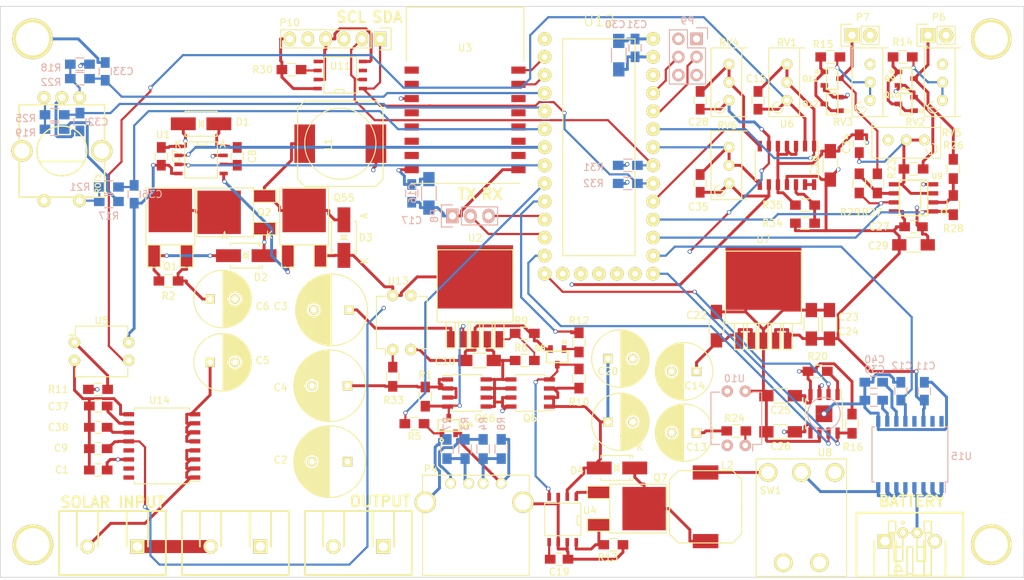
<source format=kicad_pcb>
(kicad_pcb (version 20171130) (host pcbnew "(5.1.12)-1")
  (layers (0 F.Cu signal) (1 In1.Cu signal) (2 In2.Cu signal) (31 B.Cu signal) (34 B.Paste user) (35 F.Paste user hide) (36 B.SilkS user) (37 F.SilkS user) (38 B.Mask user) (39 F.Mask user) (44 Edge.Cuts user))
  (net 0 "")
  (net 1 PRE_REG_V)
  (net 2 +3V3)
  (net 3 GND)
  (net 4 "Net-(C5-Pad1)")
  (net 5 "Net-(C8-Pad1)")
  (net 6 "Net-(C8-Pad2)")
  (net 7 SOLAR_I)
  (net 8 BATTERY_I)
  (net 9 BATTERY_INPUT)
  (net 10 "Net-(C15-Pad1)")
  (net 11 SOLAR_INPUT_BUF)
  (net 12 "Net-(C19-Pad1)")
  (net 13 "Net-(C20-Pad1)")
  (net 14 SOLAR_INPUT)
  (net 15 "Net-(C26-Pad1)")
  (net 16 "Net-(C28-Pad1)")
  (net 17 BATTERY_INPUT_BUF)
  (net 18 ROTARY_B)
  (net 19 ROTARY_A)
  (net 20 "Net-(C34-Pad1)")
  (net 21 "Net-(C35-Pad1)")
  (net 22 PRE_REG_V_BUF)
  (net 23 ROTARY_BUTTON)
  (net 24 "Net-(D2-Pad1)")
  (net 25 "Net-(D2-Pad2)")
  (net 26 "Net-(D4-Pad1)")
  (net 27 "Net-(P2-Pad1)")
  (net 28 "Net-(P4-Pad3)")
  (net 29 "Net-(P4-Pad2)")
  (net 30 "Net-(P6-Pad1)")
  (net 31 "Net-(P7-Pad1)")
  (net 32 TXD)
  (net 33 RXD)
  (net 34 SERVO1)
  (net 35 SERVO2)
  (net 36 SDA)
  (net 37 SCL)
  (net 38 "Net-(P10-Pad3)")
  (net 39 "Net-(P10-Pad5)")
  (net 40 "Net-(Q1-Pad2)")
  (net 41 "Net-(Q4-Pad1)")
  (net 42 "Net-(Q6-Pad4)")
  (net 43 "Net-(Q7-Pad1)")
  (net 44 "Net-(Q7-Pad3)")
  (net 45 "Net-(Q8-Pad1)")
  (net 46 "Net-(Q10-Pad1)")
  (net 47 "Net-(Q11-Pad1)")
  (net 48 REGULATE)
  (net 49 "Net-(R6-Pad2)")
  (net 50 "Net-(R11-Pad2)")
  (net 51 LOAD_SWITCH)
  (net 52 "Net-(R14-Pad2)")
  (net 53 "Net-(R15-Pad2)")
  (net 54 CHRG)
  (net 55 "Net-(R17-Pad2)")
  (net 56 "Net-(R18-Pad2)")
  (net 57 "Net-(R19-Pad2)")
  (net 58 "Net-(R20-Pad2)")
  (net 59 "Net-(R24-Pad2)")
  (net 60 "Net-(R26-Pad2)")
  (net 61 "Net-(R27-Pad2)")
  (net 62 LIGHT1)
  (net 63 LIGHT2)
  (net 64 "Net-(R30-Pad2)")
  (net 65 "Net-(R33-Pad2)")
  (net 66 "Net-(SW1-Pad3)")
  (net 67 SOLAR_SHDN)
  (net 68 MPPT_PWM)
  (net 69 "Net-(U3-Pad10)")
  (net 70 "Net-(U3-Pad11)")
  (net 71 "Net-(U3-Pad12)")
  (net 72 "Net-(U3-Pad13)")
  (net 73 "Net-(U3-Pad14)")
  (net 74 ESP_RX)
  (net 75 ESP_TX)
  (net 76 "Net-(U3-Pad7)")
  (net 77 "Net-(U3-Pad6)")
  (net 78 "Net-(U3-Pad5)")
  (net 79 "Net-(U3-Pad4)")
  (net 80 "Net-(U3-Pad2)")
  (net 81 "Net-(U3-Pad1)")
  (net 82 "Net-(U6-Pad13)")
  (net 83 CHRG_I)
  (net 84 CHRG_EN)
  (net 85 "Net-(U11-Pad3)")
  (net 86 "Net-(U12-Pad24)")
  (net 87 "Net-(U12-Pad32)")
  (net 88 "Net-(U12-Pad31)")
  (net 89 "Net-(U12-Pad29)")
  (net 90 "Net-(C37-Pad1)")
  (net 91 "Net-(C38-Pad1)")
  (net 92 "Net-(C39-Pad1)")
  (net 93 "Net-(C40-Pad1)")
  (net 94 "Net-(P5-Pad2)")
  (net 95 "Net-(U14-Pad13)")
  (net 96 "Net-(U14-Pad15)")
  (net 97 "Net-(U14-Pad16)")
  (net 98 "Net-(U15-Pad13)")
  (net 99 "Net-(U15-Pad15)")
  (net 100 "Net-(U15-Pad16)")
  (net 101 5V_OUT)
  (net 102 "Net-(R34-Pad2)")
  (net 103 "Net-(D3-Pad2)")
  (net 104 "Net-(Q4-Pad3)")
  (net 105 "Net-(Q55-Pad1)")
  (module Pin_Headers:Pin_Header_Straight_1x02 (layer F.Cu) (at 238.506 23.368 90)
    (fp_text reference P7 (at 2.54 1.524 180) (layer F.SilkS))
    (fp_text value CONN_01X02)
    (pad 1 thru_hole rect (at 0 0 90) (size 2.032 2.032) (drill 1.016) (layers *.Cu *.Mask F.SilkS) (net 31 "Net-(P7-Pad1)"))
    (pad 2 thru_hole oval (at 0 2.54 90) (size 2.032 2.032) (drill 1.016) (layers *.Cu *.Mask F.SilkS) (net 3 GND))
  )
  (module connect-thru:1x2-SCREW-TERM_P7.5mm (layer F.Cu) (at 134.62 95.25 180)
    (fp_text reference P2 hide)
    (fp_text value CONN_01X02 hide)
    (pad 1 thru_hole rect (at -3.5 0 180) (size 2 2) (drill 1.3) (layers *.Cu *.Mask F.SilkS) (net 27 "Net-(P2-Pad1)"))
    (pad 2 thru_hole circle (at 3.5 0 180) (size 2 2) (drill 1.3) (layers *.Cu *.Mask F.SilkS) (net 14 SOLAR_INPUT))
  )
  (module Capacitors_ThroughHole:C_Radial_D10_L16_P5 (layer F.Cu) (at 167.64 83.312 180)
    (fp_text reference C2 (at 9.398 0.254 180) (layer F.SilkS))
    (fp_text value 1000u)
    (pad 1 thru_hole rect (at 0 0 180) (size 1.3 1.3) (drill 0.8) (layers *.Cu *.Mask F.SilkS) (net 1 PRE_REG_V))
    (pad 2 thru_hole circle (at 5 0 180) (size 1.3 1.3) (drill 0.8) (layers *.Cu *.Mask F.SilkS) (net 3 GND))
  )
  (module Capacitors_ThroughHole:C_Radial_D10_L16_P5 (layer F.Cu) (at 167.894 61.976 180)
    (fp_text reference C3 (at 9.652 0.508 180) (layer F.SilkS))
    (fp_text value 1000u)
    (pad 1 thru_hole rect (at 0 0 180) (size 1.3 1.3) (drill 0.8) (layers *.Cu *.Mask F.SilkS) (net 1 PRE_REG_V))
    (pad 2 thru_hole circle (at 5 0 180) (size 1.3 1.3) (drill 0.8) (layers *.Cu *.Mask F.SilkS) (net 3 GND))
  )
  (module Capacitors_ThroughHole:C_Radial_D10_L16_P5 (layer F.Cu) (at 167.64 72.644 180)
    (fp_text reference C4 (at 9.398 -0.254 180) (layer F.SilkS))
    (fp_text value 1000u)
    (pad 1 thru_hole rect (at 0 0 180) (size 1.3 1.3) (drill 0.8) (layers *.Cu *.Mask F.SilkS) (net 1 PRE_REG_V))
    (pad 2 thru_hole circle (at 5 0 180) (size 1.3 1.3) (drill 0.8) (layers *.Cu *.Mask F.SilkS) (net 3 GND))
  )
  (module Capacitors_ThroughHole:C_Radial_D8_L11.5_P3.5 (layer F.Cu) (at 148.336 69.342)
    (fp_text reference C5 (at 7.366 -0.254) (layer F.SilkS))
    (fp_text value 220U)
    (pad 2 thru_hole circle (at 3.5 0) (size 1.3 1.3) (drill 0.8) (layers *.Cu *.Mask F.SilkS) (net 3 GND))
    (pad 1 thru_hole rect (at 0 0) (size 1.3 1.3) (drill 0.8) (layers *.Cu *.Mask F.SilkS) (net 4 "Net-(C5-Pad1)"))
  )
  (module Capacitors_ThroughHole:C_Radial_D8_L11.5_P3.5 (layer F.Cu) (at 148.336 60.452)
    (fp_text reference C6 (at 7.366 1.016) (layer F.SilkS))
    (fp_text value 220U)
    (pad 2 thru_hole circle (at 3.5 0) (size 1.3 1.3) (drill 0.8) (layers *.Cu *.Mask F.SilkS) (net 3 GND))
    (pad 1 thru_hole rect (at 0 0) (size 1.3 1.3) (drill 0.8) (layers *.Cu *.Mask F.SilkS) (net 4 "Net-(C5-Pad1)"))
  )
  (module Capacitors_SMD:C_0805_HandSoldering (layer F.Cu) (at 141.478 40.386 270)
    (fp_text reference C7 (at 0 -2.1 270) (layer F.SilkS))
    (fp_text value .1u)
    (pad 1 smd rect (at -1.25 0 270) (size 1.5 1.25) (layers F.Cu F.Paste F.Mask) (net 4 "Net-(C5-Pad1)"))
    (pad 2 smd rect (at 1.25 0 270) (size 1.5 1.25) (layers F.Cu F.Paste F.Mask) (net 3 GND))
  )
  (module Capacitors_SMD:C_1206_HandSoldering (layer F.Cu) (at 186.182 69.088 180)
    (fp_text reference C10 (at 4.826 -0.127 180) (layer F.SilkS))
    (fp_text value 22U)
    (pad 1 smd rect (at -2 0 180) (size 2 1.6) (layers F.Cu F.Paste F.Mask) (net 101 5V_OUT))
    (pad 2 smd rect (at 2 0 180) (size 2 1.6) (layers F.Cu F.Paste F.Mask) (net 3 GND))
  )
  (module Capacitors_SMD:C_0805_HandSoldering (layer B.Cu) (at 248.666 73.406 90)
    (fp_text reference C11 (at 3.556 0.127 180) (layer B.SilkS) (effects (justify mirror)))
    (fp_text value .1u)
    (pad 1 smd rect (at -1.25 0 90) (size 1.5 1.25) (layers B.Cu B.Paste B.Mask) (net 2 +3V3))
    (pad 2 smd rect (at 1.25 0 90) (size 1.5 1.25) (layers B.Cu B.Paste B.Mask) (net 3 GND))
  )
  (module Capacitors_SMD:C_0805_HandSoldering (layer B.Cu) (at 245.364 73.406 90)
    (fp_text reference C12 (at 3.556 0.127 180) (layer B.SilkS) (effects (justify mirror)))
    (fp_text value .1u)
    (pad 1 smd rect (at -1.25 0 90) (size 1.5 1.25) (layers B.Cu B.Paste B.Mask) (net 8 BATTERY_I))
    (pad 2 smd rect (at 1.25 0 90) (size 1.5 1.25) (layers B.Cu B.Paste B.Mask) (net 3 GND))
  )
  (module Capacitors_ThroughHole:C_Radial_D8_L11.5_P3.5 (layer F.Cu) (at 216.662 79.248 180)
    (fp_text reference C13 (at 0 -2.032 180) (layer F.SilkS))
    (fp_text value 220U)
    (pad 2 thru_hole circle (at 3.5 0 180) (size 1.3 1.3) (drill 0.8) (layers *.Cu *.Mask F.SilkS) (net 3 GND))
    (pad 1 thru_hole rect (at 0 0 180) (size 1.3 1.3) (drill 0.8) (layers *.Cu *.Mask F.SilkS) (net 9 BATTERY_INPUT))
  )
  (module Capacitors_ThroughHole:C_Radial_D8_L11.5_P3.5 (layer F.Cu) (at 216.662 70.612 180)
    (fp_text reference C14 (at 0.254 -2.032 180) (layer F.SilkS))
    (fp_text value 220U)
    (pad 2 thru_hole circle (at 3.5 0 180) (size 1.3 1.3) (drill 0.8) (layers *.Cu *.Mask F.SilkS) (net 3 GND))
    (pad 1 thru_hole rect (at 0 0 180) (size 1.3 1.3) (drill 0.8) (layers *.Cu *.Mask F.SilkS) (net 9 BATTERY_INPUT))
  )
  (module Capacitors_SMD:C_0805_HandSoldering (layer F.Cu) (at 225.298 32.512 90)
    (fp_text reference C15 (at 3.048 -0.254) (layer F.SilkS))
    (fp_text value .01u)
    (pad 1 smd rect (at -1.25 0 90) (size 1.5 1.25) (layers F.Cu F.Paste F.Mask) (net 10 "Net-(C15-Pad1)"))
    (pad 2 smd rect (at 1.25 0 90) (size 1.5 1.25) (layers F.Cu F.Paste F.Mask) (net 11 SOLAR_INPUT_BUF))
  )
  (module Capacitors_SMD:C_0805_HandSoldering (layer B.Cu) (at 176.657 45.593 270)
    (fp_text reference C17 (at 3.81 0) (layer B.SilkS) (effects (justify mirror)))
    (fp_text value .1u)
    (pad 1 smd rect (at -1.25 0 270) (size 1.5 1.25) (layers B.Cu B.Paste B.Mask) (net 2 +3V3))
    (pad 2 smd rect (at 1.25 0 270) (size 1.5 1.25) (layers B.Cu B.Paste B.Mask) (net 3 GND))
  )
  (module Capacitors_SMD:C_0805_HandSoldering (layer F.Cu) (at 197.358 97.028)
    (fp_text reference C19 (at 0 1.778) (layer F.SilkS))
    (fp_text value .1u)
    (pad 1 smd rect (at -1.25 0) (size 1.5 1.25) (layers F.Cu F.Paste F.Mask) (net 12 "Net-(C19-Pad1)"))
    (pad 2 smd rect (at 1.25 0) (size 1.5 1.25) (layers F.Cu F.Paste F.Mask) (net 3 GND))
  )
  (module Capacitors_ThroughHole:C_Radial_D8_L11.5_P3.5 (layer F.Cu) (at 204.216 68.834)
    (fp_text reference C20 (at 0 1.778) (layer F.SilkS))
    (fp_text value 220U)
    (pad 2 thru_hole circle (at 3.5 0) (size 1.3 1.3) (drill 0.8) (layers *.Cu *.Mask F.SilkS) (net 3 GND))
    (pad 1 thru_hole rect (at 0 0) (size 1.3 1.3) (drill 0.8) (layers *.Cu *.Mask F.SilkS) (net 13 "Net-(C20-Pad1)"))
  )
  (module Capacitors_ThroughHole:C_Radial_D8_L11.5_P3.5 (layer F.Cu) (at 204.216 77.724)
    (fp_text reference C21 (at 3.048 2.032) (layer F.SilkS))
    (fp_text value 220U)
    (pad 2 thru_hole circle (at 3.5 0) (size 1.3 1.3) (drill 0.8) (layers *.Cu *.Mask F.SilkS) (net 3 GND))
    (pad 1 thru_hole rect (at 0 0) (size 1.3 1.3) (drill 0.8) (layers *.Cu *.Mask F.SilkS) (net 13 "Net-(C20-Pad1)"))
  )
  (module Capacitors_SMD:C_1206_HandSoldering (layer F.Cu) (at 219.456 64.262 90)
    (fp_text reference C22 (at 1.524 -2.794 180) (layer F.SilkS))
    (fp_text value 22U)
    (pad 1 smd rect (at -2 0 90) (size 2 1.6) (layers F.Cu F.Paste F.Mask) (net 9 BATTERY_INPUT))
    (pad 2 smd rect (at 2 0 90) (size 2 1.6) (layers F.Cu F.Paste F.Mask) (net 3 GND))
  )
  (module Capacitors_SMD:C_1206_HandSoldering (layer F.Cu) (at 232.791 64.008 90)
    (fp_text reference C23 (at 1.016 5.207 180) (layer F.SilkS))
    (fp_text value 22U)
    (pad 1 smd rect (at -2 0 90) (size 2 1.6) (layers F.Cu F.Paste F.Mask) (net 2 +3V3))
    (pad 2 smd rect (at 2 0 90) (size 2 1.6) (layers F.Cu F.Paste F.Mask) (net 3 GND))
  )
  (module Capacitors_SMD:C_1206_HandSoldering (layer F.Cu) (at 235.331 64.008 90)
    (fp_text reference C24 (at -1.016 2.667 180) (layer F.SilkS))
    (fp_text value 22U)
    (pad 1 smd rect (at -2 0 90) (size 2 1.6) (layers F.Cu F.Paste F.Mask) (net 2 +3V3))
    (pad 2 smd rect (at 2 0 90) (size 2 1.6) (layers F.Cu F.Paste F.Mask) (net 3 GND))
  )
  (module Capacitors_SMD:C_1206_HandSoldering (layer F.Cu) (at 228.473 74.041 180)
    (fp_text reference C25 (at 0 -2.032 180) (layer F.SilkS))
    (fp_text value 22U)
    (pad 1 smd rect (at -2 0 180) (size 2 1.6) (layers F.Cu F.Paste F.Mask) (net 101 5V_OUT))
    (pad 2 smd rect (at 2 0 180) (size 2 1.6) (layers F.Cu F.Paste F.Mask) (net 3 GND))
  )
  (module Capacitors_SMD:C_1206_HandSoldering (layer F.Cu) (at 228.473 79.121 180)
    (fp_text reference C26 (at 0 -2.032 180) (layer F.SilkS))
    (fp_text value 22U)
    (pad 1 smd rect (at -2 0 180) (size 2 1.6) (layers F.Cu F.Paste F.Mask) (net 15 "Net-(C26-Pad1)"))
    (pad 2 smd rect (at 2 0 180) (size 2 1.6) (layers F.Cu F.Paste F.Mask) (net 3 GND))
  )
  (module Capacitors_SMD:C_0805_HandSoldering (layer F.Cu) (at 247.142 50.292)
    (fp_text reference C27 (at -4.826 0) (layer F.SilkS))
    (fp_text value .1u)
    (pad 1 smd rect (at -1.25 0) (size 1.5 1.25) (layers F.Cu F.Paste F.Mask) (net 2 +3V3))
    (pad 2 smd rect (at 1.25 0) (size 1.5 1.25) (layers F.Cu F.Paste F.Mask) (net 3 GND))
  )
  (module Capacitors_SMD:C_0805_HandSoldering (layer F.Cu) (at 217.17 32.512 90)
    (fp_text reference C28 (at -3.048 -0.254 180) (layer F.SilkS))
    (fp_text value .01u)
    (pad 1 smd rect (at -1.25 0 90) (size 1.5 1.25) (layers F.Cu F.Paste F.Mask) (net 16 "Net-(C28-Pad1)"))
    (pad 2 smd rect (at 1.25 0 90) (size 1.5 1.25) (layers F.Cu F.Paste F.Mask) (net 17 BATTERY_INPUT_BUF))
  )
  (module Capacitors_SMD:C_1206_HandSoldering (layer F.Cu) (at 247.142 52.832)
    (fp_text reference C29 (at -4.953 0.127) (layer F.SilkS))
    (fp_text value 22U)
    (pad 1 smd rect (at -2 0) (size 2 1.6) (layers F.Cu F.Paste F.Mask) (net 2 +3V3))
    (pad 2 smd rect (at 2 0) (size 2 1.6) (layers F.Cu F.Paste F.Mask) (net 3 GND))
  )
  (module Capacitors_SMD:C_1206_HandSoldering (layer B.Cu) (at 205.74 26.162 270)
    (fp_text reference C30 (at -4.318 0.508) (layer B.SilkS) (effects (justify mirror)))
    (fp_text value 22U)
    (pad 1 smd rect (at -2 0 270) (size 2 1.6) (layers B.Cu B.Paste B.Mask) (net 2 +3V3))
    (pad 2 smd rect (at 2 0 270) (size 2 1.6) (layers B.Cu B.Paste B.Mask) (net 3 GND))
  )
  (module Capacitors_SMD:C_0805_HandSoldering (layer B.Cu) (at 208.026 25.146 270)
    (fp_text reference C31 (at -3.302 -0.254) (layer B.SilkS) (effects (justify mirror)))
    (fp_text value .1u)
    (pad 1 smd rect (at -1.25 0 270) (size 1.5 1.25) (layers B.Cu B.Paste B.Mask) (net 2 +3V3))
    (pad 2 smd rect (at 1.25 0 270) (size 1.5 1.25) (layers B.Cu B.Paste B.Mask) (net 3 GND))
  )
  (module Capacitors_SMD:C_0805_HandSoldering (layer B.Cu) (at 130.048 35.56 270)
    (fp_text reference C32 (at 0 -2.54) (layer B.SilkS) (effects (justify mirror)))
    (fp_text value .01u)
    (pad 1 smd rect (at -1.25 0 270) (size 1.5 1.25) (layers B.Cu B.Paste B.Mask) (net 18 ROTARY_B))
    (pad 2 smd rect (at 1.25 0 270) (size 1.5 1.25) (layers B.Cu B.Paste B.Mask) (net 3 GND))
  )
  (module Capacitors_SMD:C_0805_HandSoldering (layer B.Cu) (at 133.604 28.448 90)
    (fp_text reference C33 (at 0 2.54 180) (layer B.SilkS) (effects (justify mirror)))
    (fp_text value .01u)
    (pad 1 smd rect (at -1.25 0 90) (size 1.5 1.25) (layers B.Cu B.Paste B.Mask) (net 19 ROTARY_A))
    (pad 2 smd rect (at 1.25 0 90) (size 1.5 1.25) (layers B.Cu B.Paste B.Mask) (net 3 GND))
  )
  (module Capacitors_SMD:C_0805_HandSoldering (layer F.Cu) (at 239.522 38.608 90)
    (fp_text reference C34 (at 0 -1.778 270) (layer F.SilkS))
    (fp_text value 1u)
    (pad 1 smd rect (at -1.25 0 90) (size 1.5 1.25) (layers F.Cu F.Paste F.Mask) (net 20 "Net-(C34-Pad1)"))
    (pad 2 smd rect (at 1.25 0 90) (size 1.5 1.25) (layers F.Cu F.Paste F.Mask) (net 3 GND))
  )
  (module Capacitors_SMD:C_0805_HandSoldering (layer F.Cu) (at 217.17 44.196 90)
    (fp_text reference C35 (at -3.302 -0.254 180) (layer F.SilkS))
    (fp_text value .01u)
    (pad 1 smd rect (at -1.25 0 90) (size 1.5 1.25) (layers F.Cu F.Paste F.Mask) (net 21 "Net-(C35-Pad1)"))
    (pad 2 smd rect (at 1.25 0 90) (size 1.5 1.25) (layers F.Cu F.Paste F.Mask) (net 22 PRE_REG_V_BUF))
  )
  (module Capacitors_SMD:C_0805_HandSoldering (layer B.Cu) (at 137.668 45.72 270)
    (fp_text reference C36 (at 0 -2.54) (layer B.SilkS) (effects (justify mirror)))
    (fp_text value .01u)
    (pad 1 smd rect (at -1.25 0 270) (size 1.5 1.25) (layers B.Cu B.Paste B.Mask) (net 23 ROTARY_BUTTON))
    (pad 2 smd rect (at 1.25 0 270) (size 1.5 1.25) (layers B.Cu B.Paste B.Mask) (net 3 GND))
  )
  (module Diodes_SMD:Diode-SMA_Handsoldering (layer F.Cu) (at 147.066 35.814)
    (fp_text reference D1 (at 5.842 -0.254) (layer F.SilkS))
    (fp_text value MBRA340T3G)
    (fp_text user K (at -3.25 2.9) (layer F.SilkS))
    (fp_text user A (at 3.05 2.85) (layer F.SilkS))
    (pad 1 smd rect (at -2.49936 0) (size 3.50012 1.80086) (layers F.Cu F.Paste F.Mask) (net 4 "Net-(C5-Pad1)"))
    (pad 2 smd rect (at 2.49936 0) (size 3.50012 1.80086) (layers F.Cu F.Paste F.Mask) (net 5 "Net-(C8-Pad1)"))
  )
  (module Diodes_SMD:Diode-SMA_Handsoldering (layer F.Cu) (at 153.416 54.356 180)
    (fp_text reference D2 (at -2.032 -3.048 180) (layer F.SilkS))
    (fp_text value MBRA340T3G)
    (fp_text user K (at -3.25 2.9 180) (layer F.SilkS))
    (fp_text user A (at 3.05 2.85 180) (layer F.SilkS))
    (pad 1 smd rect (at -2.49936 0 180) (size 3.50012 1.80086) (layers F.Cu F.Paste F.Mask) (net 24 "Net-(D2-Pad1)"))
    (pad 2 smd rect (at 2.49936 0 180) (size 3.50012 1.80086) (layers F.Cu F.Paste F.Mask) (net 25 "Net-(D2-Pad2)"))
  )
  (module Diodes_SMD:Diode-SMA_Handsoldering (layer F.Cu) (at 167.132 51.816 90)
    (fp_text reference D3 (at 0 3.048 180) (layer F.SilkS))
    (fp_text value MBRA340T3G)
    (fp_text user K (at -3.25 2.9 90) (layer F.SilkS))
    (fp_text user A (at 3.05 2.85 90) (layer F.SilkS))
    (pad 1 smd rect (at -2.49936 0 90) (size 3.50012 1.80086) (layers F.Cu F.Paste F.Mask) (net 3 GND))
    (pad 2 smd rect (at 2.49936 0 90) (size 3.50012 1.80086) (layers F.Cu F.Paste F.Mask) (net 103 "Net-(D3-Pad2)"))
  )
  (module Diodes_SMD:Diode-SMA_Handsoldering (layer F.Cu) (at 205.486 84.201 180)
    (fp_text reference D4 (at 5.588 -0.381 180) (layer F.SilkS))
    (fp_text value MBRA340T3G)
    (fp_text user K (at -3.25 2.9 180) (layer F.SilkS))
    (fp_text user A (at 3.05 2.85 180) (layer F.SilkS))
    (pad 1 smd rect (at -2.49936 0 180) (size 3.50012 1.80086) (layers F.Cu F.Paste F.Mask) (net 26 "Net-(D4-Pad1)"))
    (pad 2 smd rect (at 2.49936 0 180) (size 3.50012 1.80086) (layers F.Cu F.Paste F.Mask) (net 13 "Net-(C20-Pad1)"))
  )
  (module Inductors:self_cms_we-tpc_XL (layer F.Cu) (at 217.932 89.662 270)
    (fp_text reference L2 (at -5.842 -3.048) (layer F.SilkS))
    (fp_text value 22U)
    (fp_text user "" (at 0 0 270) (layer F.SilkS))
    (fp_text user "" (at 0 0 270) (layer F.SilkS))
    (pad 1 smd rect (at -4.826 0 270) (size 1.99898 3.59918) (layers F.Cu F.Paste F.Mask) (net 9 BATTERY_INPUT))
    (pad 2 smd rect (at 4.826 0 270) (size 1.99898 3.59918) (layers F.Cu F.Paste F.Mask) (net 26 "Net-(D4-Pad1)"))
  )
  (module Connect:USB_A (layer F.Cu) (at 182.118 86.36)
    (fp_text reference P4 (at -2.794 -2.032) (layer F.SilkS))
    (fp_text value USB_A)
    (pad 4 thru_hole circle (at 7.11286 -0.00212 270) (size 1.50114 1.50114) (drill 1.00076) (layers *.Cu *.Mask F.SilkS) (net 3 GND))
    (pad 3 thru_hole circle (at 4.57286 -0.00212 270) (size 1.50114 1.50114) (drill 1.00076) (layers *.Cu *.Mask F.SilkS) (net 28 "Net-(P4-Pad3)"))
    (pad 2 thru_hole circle (at 2.54086 -0.00212 270) (size 1.50114 1.50114) (drill 1.00076) (layers *.Cu *.Mask F.SilkS) (net 29 "Net-(P4-Pad2)"))
    (pad 1 thru_hole circle (at 0.00086 -0.00212 270) (size 1.50114 1.50114) (drill 1.00076) (layers *.Cu *.Mask F.SilkS) (net 101 5V_OUT))
    (pad 5 thru_hole circle (at 10.16086 2.66488 270) (size 2.99974 2.99974) (drill 2.30124) (layers *.Cu *.Mask F.SilkS) (net 3 GND))
    (pad 5 thru_hole circle (at -3.55514 2.66488 270) (size 2.99974 2.99974) (drill 2.30124) (layers *.Cu *.Mask F.SilkS) (net 3 GND))
  )
  (module Pin_Headers:Pin_Header_Straight_1x02 (layer F.Cu) (at 249.174 23.368 90)
    (fp_text reference P6 (at 2.54 1.524 180) (layer F.SilkS))
    (fp_text value CONN_01X02)
    (pad 1 thru_hole rect (at 0 0 90) (size 2.032 2.032) (drill 1.016) (layers *.Cu *.Mask F.SilkS) (net 30 "Net-(P6-Pad1)"))
    (pad 2 thru_hole oval (at 0 2.54 90) (size 2.032 2.032) (drill 1.016) (layers *.Cu *.Mask F.SilkS) (net 3 GND))
  )
  (module Pin_Headers:Pin_Header_Straight_2x03 (layer B.Cu) (at 216.662 23.876 180)
    (fp_text reference P9 (at 1.27 2.54 180) (layer B.SilkS) (effects (justify mirror)))
    (fp_text value CONN_02X03)
    (pad 1 thru_hole rect (at 0 0 180) (size 1.7272 1.7272) (drill 1.016) (layers *.Cu *.Mask B.SilkS) (net 101 5V_OUT))
    (pad 2 thru_hole oval (at 2.54 0 180) (size 1.7272 1.7272) (drill 1.016) (layers *.Cu *.Mask B.SilkS) (net 101 5V_OUT))
    (pad 3 thru_hole oval (at 0 -2.54 180) (size 1.7272 1.7272) (drill 1.016) (layers *.Cu *.Mask B.SilkS) (net 34 SERVO1))
    (pad 4 thru_hole oval (at 2.54 -2.54 180) (size 1.7272 1.7272) (drill 1.016) (layers *.Cu *.Mask B.SilkS) (net 35 SERVO2))
    (pad 5 thru_hole oval (at 0 -5.08 180) (size 1.7272 1.7272) (drill 1.016) (layers *.Cu *.Mask B.SilkS) (net 3 GND))
    (pad 6 thru_hole oval (at 2.54 -5.08 180) (size 1.7272 1.7272) (drill 1.016) (layers *.Cu *.Mask B.SilkS) (net 3 GND))
  )
  (module Pin_Headers:Pin_Header_Straight_1x06 (layer F.Cu) (at 172.212 23.876 270)
    (fp_text reference P10 (at -2.286 12.7) (layer F.SilkS))
    (fp_text value CONN_01X06)
    (pad 1 thru_hole rect (at 0 0 270) (size 2.032 1.7272) (drill 1.016) (layers *.Cu *.Mask F.SilkS) (net 36 SDA))
    (pad 2 thru_hole oval (at 0 2.54 270) (size 2.032 1.7272) (drill 1.016) (layers *.Cu *.Mask F.SilkS) (net 37 SCL))
    (pad 3 thru_hole oval (at 0 5.08 270) (size 2.032 1.7272) (drill 1.016) (layers *.Cu *.Mask F.SilkS) (net 38 "Net-(P10-Pad3)"))
    (pad 4 thru_hole oval (at 0 7.62 270) (size 2.032 1.7272) (drill 1.016) (layers *.Cu *.Mask F.SilkS) (net 3 GND))
    (pad 5 thru_hole oval (at 0 10.16 270) (size 2.032 1.7272) (drill 1.016) (layers *.Cu *.Mask F.SilkS) (net 39 "Net-(P10-Pad5)"))
    (pad 6 thru_hole oval (at 0 12.7 270) (size 2.032 1.7272) (drill 1.016) (layers *.Cu *.Mask F.SilkS) (net 2 +3V3))
  )
  (module SMD_Packages:DPAK-2 (layer F.Cu) (at 142.748 54.356)
    (fp_text reference Q1 (at 0 1.524) (layer F.SilkS))
    (fp_text value IRF3704Z)
    (pad 1 smd rect (at -2.286 0) (size 1.651 3.048) (layers F.Cu F.Paste F.Mask) (net 25 "Net-(D2-Pad2)"))
    (pad 2 smd rect (at 0 -6.35) (size 6.096 6.096) (layers F.Cu F.Paste F.Mask) (net 40 "Net-(Q1-Pad2)"))
    (pad 3 smd rect (at 2.286 0) (size 1.651 3.048) (layers F.Cu F.Paste F.Mask) (net 4 "Net-(C5-Pad1)"))
  )
  (module SMD_Packages:DPAK-2 (layer F.Cu) (at 155.956 48.26 90)
    (fp_text reference Q2 (at 0 0 180) (layer F.SilkS))
    (fp_text value IRF3704Z)
    (pad 1 smd rect (at -2.286 0 90) (size 1.651 3.048) (layers F.Cu F.Paste F.Mask) (net 24 "Net-(D2-Pad1)"))
    (pad 2 smd rect (at 0 -6.35 90) (size 6.096 6.096) (layers F.Cu F.Paste F.Mask) (net 40 "Net-(Q1-Pad2)"))
    (pad 3 smd rect (at 2.286 0 90) (size 1.651 3.048) (layers F.Cu F.Paste F.Mask) (net 103 "Net-(D3-Pad2)"))
  )
  (module Housings_SOIC:SOIC-8_3.9x4.9mm_Pitch1.27mm (layer F.Cu) (at 193.294 73.66 180)
    (fp_text reference Q6 (at 0 -3.556 180) (layer F.SilkS))
    (fp_text value FDS4465)
    (pad 1 smd rect (at -2.7 -1.905 180) (size 1.55 0.6) (layers F.Cu F.Paste F.Mask) (net 13 "Net-(C20-Pad1)"))
    (pad 2 smd rect (at -2.7 -0.635 180) (size 1.55 0.6) (layers F.Cu F.Paste F.Mask) (net 13 "Net-(C20-Pad1)"))
    (pad 3 smd rect (at -2.7 0.635 180) (size 1.55 0.6) (layers F.Cu F.Paste F.Mask) (net 13 "Net-(C20-Pad1)"))
    (pad 4 smd rect (at -2.7 1.905 180) (size 1.55 0.6) (layers F.Cu F.Paste F.Mask) (net 42 "Net-(Q6-Pad4)"))
    (pad 5 smd rect (at 2.7 1.905 180) (size 1.55 0.6) (layers F.Cu F.Paste F.Mask) (net 101 5V_OUT))
    (pad 6 smd rect (at 2.7 0.635 180) (size 1.55 0.6) (layers F.Cu F.Paste F.Mask) (net 101 5V_OUT))
    (pad 7 smd rect (at 2.7 -0.635 180) (size 1.55 0.6) (layers F.Cu F.Paste F.Mask) (net 101 5V_OUT))
    (pad 8 smd rect (at 2.7 -1.905 180) (size 1.55 0.6) (layers F.Cu F.Paste F.Mask) (net 101 5V_OUT))
  )
  (module SMD_Packages:DPAK-2 (layer F.Cu) (at 202.946 89.916 270)
    (fp_text reference Q7 (at -4.318 -8.636) (layer F.SilkS))
    (fp_text value IRF3704Z)
    (pad 1 smd rect (at -2.286 0 270) (size 1.651 3.048) (layers F.Cu F.Paste F.Mask) (net 43 "Net-(Q7-Pad1)"))
    (pad 2 smd rect (at 0 -6.35 270) (size 6.096 6.096) (layers F.Cu F.Paste F.Mask) (net 26 "Net-(D4-Pad1)"))
    (pad 3 smd rect (at 2.286 0 270) (size 1.651 3.048) (layers F.Cu F.Paste F.Mask) (net 44 "Net-(Q7-Pad3)"))
  )
  (module Resistors_SMD:R_0805_HandSoldering (layer F.Cu) (at 178.562 74.168 270)
    (fp_text reference R1 (at -3.048 0) (layer F.SilkS))
    (fp_text value 330k)
    (pad 1 smd rect (at -1.35 0 270) (size 1.5 1.3) (layers F.Cu F.Paste F.Mask) (net 1 PRE_REG_V))
    (pad 2 smd rect (at 1.35 0 270) (size 1.5 1.3) (layers F.Cu F.Paste F.Mask) (net 104 "Net-(Q4-Pad3)"))
  )
  (module Resistors_SMD:R_0805_HandSoldering (layer F.Cu) (at 142.494 57.912 180)
    (fp_text reference R2 (at 0 -2.1 180) (layer F.SilkS))
    (fp_text value 10k)
    (pad 1 smd rect (at -1.35 0 180) (size 1.5 1.3) (layers F.Cu F.Paste F.Mask) (net 4 "Net-(C5-Pad1)"))
    (pad 2 smd rect (at 1.35 0 180) (size 1.5 1.3) (layers F.Cu F.Paste F.Mask) (net 25 "Net-(D2-Pad2)"))
  )
  (module Resistors_SMD:R_0805_HandSoldering (layer B.Cu) (at 184.15 81.534 270)
    (fp_text reference R3 (at -3.556 0 270) (layer B.SilkS) (effects (justify mirror)))
    (fp_text value 42.9k)
    (pad 1 smd rect (at -1.35 0 270) (size 1.5 1.3) (layers B.Cu B.Paste B.Mask) (net 101 5V_OUT))
    (pad 2 smd rect (at 1.35 0 270) (size 1.5 1.3) (layers B.Cu B.Paste B.Mask) (net 29 "Net-(P4-Pad2)"))
  )
  (module Resistors_SMD:R_0805_HandSoldering (layer B.Cu) (at 186.69 81.534 270)
    (fp_text reference R4 (at -3.556 0 270) (layer B.SilkS) (effects (justify mirror)))
    (fp_text value 74.4k)
    (pad 1 smd rect (at -1.35 0 270) (size 1.5 1.3) (layers B.Cu B.Paste B.Mask) (net 101 5V_OUT))
    (pad 2 smd rect (at 1.35 0 270) (size 1.5 1.3) (layers B.Cu B.Paste B.Mask) (net 28 "Net-(P4-Pad3)"))
  )
  (module Resistors_SMD:R_0805_HandSoldering (layer F.Cu) (at 177.038 77.978 180)
    (fp_text reference R5 (at 0 -1.778 180) (layer F.SilkS))
    (fp_text value 1k)
    (pad 1 smd rect (at -1.35 0 180) (size 1.5 1.3) (layers F.Cu F.Paste F.Mask) (net 41 "Net-(Q4-Pad1)"))
    (pad 2 smd rect (at 1.35 0 180) (size 1.5 1.3) (layers F.Cu F.Paste F.Mask) (net 48 REGULATE))
  )
  (module Resistors_SMD:R_0805_HandSoldering (layer F.Cu) (at 192.532 69.088)
    (fp_text reference R6 (at -0.508 -1.778) (layer F.SilkS))
    (fp_text value 180k)
    (pad 1 smd rect (at -1.35 0) (size 1.5 1.3) (layers F.Cu F.Paste F.Mask) (net 101 5V_OUT))
    (pad 2 smd rect (at 1.35 0) (size 1.5 1.3) (layers F.Cu F.Paste F.Mask) (net 49 "Net-(R6-Pad2)"))
  )
  (module Resistors_SMD:R_0805_HandSoldering (layer B.Cu) (at 181.61 81.534 90)
    (fp_text reference R7 (at 3.556 0 90) (layer B.SilkS) (effects (justify mirror)))
    (fp_text value 49.3k)
    (pad 1 smd rect (at -1.35 0 90) (size 1.5 1.3) (layers B.Cu B.Paste B.Mask) (net 29 "Net-(P4-Pad2)"))
    (pad 2 smd rect (at 1.35 0 90) (size 1.5 1.3) (layers B.Cu B.Paste B.Mask) (net 3 GND))
  )
  (module Resistors_SMD:R_0805_HandSoldering (layer B.Cu) (at 189.23 81.534 90)
    (fp_text reference R8 (at 3.556 0 90) (layer B.SilkS) (effects (justify mirror)))
    (fp_text value 49.3k)
    (pad 1 smd rect (at -1.35 0 90) (size 1.5 1.3) (layers B.Cu B.Paste B.Mask) (net 28 "Net-(P4-Pad3)"))
    (pad 2 smd rect (at 1.35 0 90) (size 1.5 1.3) (layers B.Cu B.Paste B.Mask) (net 3 GND))
  )
  (module Resistors_SMD:R_0805_HandSoldering (layer F.Cu) (at 192.532 65.278)
    (fp_text reference R9 (at -0.508 -1.778) (layer F.SilkS))
    (fp_text value 16k)
    (pad 1 smd rect (at -1.35 0) (size 1.5 1.3) (layers F.Cu F.Paste F.Mask) (net 49 "Net-(R6-Pad2)"))
    (pad 2 smd rect (at 1.35 0) (size 1.5 1.3) (layers F.Cu F.Paste F.Mask) (net 3 GND))
  )
  (module Resistors_SMD:R_0805_HandSoldering (layer F.Cu) (at 200.152 71.628 270)
    (fp_text reference R10 (at 3.302 0) (layer F.SilkS))
    (fp_text value 330k)
    (pad 1 smd rect (at -1.35 0 270) (size 1.5 1.3) (layers F.Cu F.Paste F.Mask) (net 42 "Net-(Q6-Pad4)"))
    (pad 2 smd rect (at 1.35 0 270) (size 1.5 1.3) (layers F.Cu F.Paste F.Mask) (net 13 "Net-(C20-Pad1)"))
  )
  (module Resistors_SMD:R_0805_HandSoldering (layer F.Cu) (at 132.588 73.152)
    (fp_text reference R11 (at -5.588 0) (layer F.SilkS))
    (fp_text value 10k)
    (pad 1 smd rect (at -1.35 0) (size 1.5 1.3) (layers F.Cu F.Paste F.Mask) (net 14 SOLAR_INPUT))
    (pad 2 smd rect (at 1.35 0) (size 1.5 1.3) (layers F.Cu F.Paste F.Mask) (net 50 "Net-(R11-Pad2)"))
  )
  (module Resistors_SMD:R_0805_HandSoldering (layer F.Cu) (at 200.152 66.548 270)
    (fp_text reference R12 (at -3.048 0) (layer F.SilkS))
    (fp_text value 1k)
    (pad 1 smd rect (at -1.35 0 270) (size 1.5 1.3) (layers F.Cu F.Paste F.Mask) (net 51 LOAD_SWITCH))
    (pad 2 smd rect (at 1.35 0 270) (size 1.5 1.3) (layers F.Cu F.Paste F.Mask) (net 45 "Net-(Q8-Pad1)"))
  )
  (module Resistors_SMD:R_0805_HandSoldering (layer F.Cu) (at 204.978 94.996)
    (fp_text reference R13 (at -0.762 1.778) (layer F.SilkS))
    (fp_text value 50m)
    (pad 1 smd rect (at -1.35 0) (size 1.5 1.3) (layers F.Cu F.Paste F.Mask) (net 44 "Net-(Q7-Pad3)"))
    (pad 2 smd rect (at 1.35 0) (size 1.5 1.3) (layers F.Cu F.Paste F.Mask) (net 3 GND))
  )
  (module Resistors_SMD:R_0805_HandSoldering (layer F.Cu) (at 245.618 26.416)
    (fp_text reference R14 (at 0 -2.1) (layer F.SilkS))
    (fp_text value 2.2k)
    (pad 1 smd rect (at -1.35 0) (size 1.5 1.3) (layers F.Cu F.Paste F.Mask) (net 46 "Net-(Q10-Pad1)"))
    (pad 2 smd rect (at 1.35 0) (size 1.5 1.3) (layers F.Cu F.Paste F.Mask) (net 52 "Net-(R14-Pad2)"))
  )
  (module Resistors_SMD:R_0805_HandSoldering (layer F.Cu) (at 235.458 26.416)
    (fp_text reference R15 (at -1.016 -1.778) (layer F.SilkS))
    (fp_text value 2.2k)
    (pad 1 smd rect (at -1.35 0) (size 1.5 1.3) (layers F.Cu F.Paste F.Mask) (net 47 "Net-(Q11-Pad1)"))
    (pad 2 smd rect (at 1.35 0) (size 1.5 1.3) (layers F.Cu F.Paste F.Mask) (net 53 "Net-(R15-Pad2)"))
  )
  (module Resistors_SMD:R_0805_HandSoldering (layer F.Cu) (at 238.506 77.978 270)
    (fp_text reference R16 (at 3.302 -0.127) (layer F.SilkS))
    (fp_text value 10k)
    (pad 1 smd rect (at -1.35 0 270) (size 1.5 1.3) (layers F.Cu F.Paste F.Mask) (net 101 5V_OUT))
    (pad 2 smd rect (at 1.35 0 270) (size 1.5 1.3) (layers F.Cu F.Paste F.Mask) (net 54 CHRG))
  )
  (module Resistors_SMD:R_0805_HandSoldering (layer B.Cu) (at 134.112 46.736 180)
    (fp_text reference R17 (at 0 -2.032 180) (layer B.SilkS) (effects (justify mirror)))
    (fp_text value 10k)
    (pad 1 smd rect (at -1.35 0 180) (size 1.5 1.3) (layers B.Cu B.Paste B.Mask) (net 2 +3V3))
    (pad 2 smd rect (at 1.35 0 180) (size 1.5 1.3) (layers B.Cu B.Paste B.Mask) (net 55 "Net-(R17-Pad2)"))
  )
  (module Resistors_SMD:R_0805_HandSoldering (layer B.Cu) (at 130.048 27.432 180)
    (fp_text reference R18 (at 4.064 -0.508 180) (layer B.SilkS) (effects (justify mirror)))
    (fp_text value 10k)
    (pad 1 smd rect (at -1.35 0 180) (size 1.5 1.3) (layers B.Cu B.Paste B.Mask) (net 2 +3V3))
    (pad 2 smd rect (at 1.35 0 180) (size 1.5 1.3) (layers B.Cu B.Paste B.Mask) (net 56 "Net-(R18-Pad2)"))
  )
  (module Resistors_SMD:R_0805_HandSoldering (layer B.Cu) (at 126.492 36.576 180)
    (fp_text reference R19 (at 4.064 -0.508 180) (layer B.SilkS) (effects (justify mirror)))
    (fp_text value 10k)
    (pad 1 smd rect (at -1.35 0 180) (size 1.5 1.3) (layers B.Cu B.Paste B.Mask) (net 2 +3V3))
    (pad 2 smd rect (at 1.35 0 180) (size 1.5 1.3) (layers B.Cu B.Paste B.Mask) (net 57 "Net-(R19-Pad2)"))
  )
  (module Resistors_SMD:R_0805_HandSoldering (layer F.Cu) (at 233.68 70.612)
    (fp_text reference R20 (at 0 -2.1) (layer F.SilkS))
    (fp_text value 10k)
    (pad 1 smd rect (at -1.35 0) (size 1.5 1.3) (layers F.Cu F.Paste F.Mask) (net 101 5V_OUT))
    (pad 2 smd rect (at 1.35 0) (size 1.5 1.3) (layers F.Cu F.Paste F.Mask) (net 58 "Net-(R20-Pad2)"))
  )
  (module Resistors_SMD:R_0805_HandSoldering (layer B.Cu) (at 134.112 44.704 180)
    (fp_text reference R21 (at 4.064 0 180) (layer B.SilkS) (effects (justify mirror)))
    (fp_text value 10k)
    (pad 1 smd rect (at -1.35 0 180) (size 1.5 1.3) (layers B.Cu B.Paste B.Mask) (net 23 ROTARY_BUTTON))
    (pad 2 smd rect (at 1.35 0 180) (size 1.5 1.3) (layers B.Cu B.Paste B.Mask) (net 55 "Net-(R17-Pad2)"))
  )
  (module Resistors_SMD:R_0805_HandSoldering (layer B.Cu) (at 130.048 29.464 180)
    (fp_text reference R22 (at 4.064 -0.508 180) (layer B.SilkS) (effects (justify mirror)))
    (fp_text value 10k)
    (pad 1 smd rect (at -1.35 0 180) (size 1.5 1.3) (layers B.Cu B.Paste B.Mask) (net 19 ROTARY_A))
    (pad 2 smd rect (at 1.35 0 180) (size 1.5 1.3) (layers B.Cu B.Paste B.Mask) (net 56 "Net-(R18-Pad2)"))
  )
  (module Resistors_SMD:R_0805_HandSoldering (layer F.Cu) (at 247.142 42.164 180)
    (fp_text reference R23 (at 3.048 0 270) (layer F.SilkS))
    (fp_text value 2.7k)
    (pad 1 smd rect (at -1.35 0 180) (size 1.5 1.3) (layers F.Cu F.Paste F.Mask) (net 2 +3V3))
    (pad 2 smd rect (at 1.35 0 180) (size 1.5 1.3) (layers F.Cu F.Paste F.Mask) (net 20 "Net-(C34-Pad1)"))
  )
  (module Resistors_SMD:R_0805_HandSoldering (layer F.Cu) (at 222.25 78.994)
    (fp_text reference R24 (at -0.254 -1.778) (layer F.SilkS))
    (fp_text value 2.7k)
    (pad 1 smd rect (at -1.35 0) (size 1.5 1.3) (layers F.Cu F.Paste F.Mask) (net 9 BATTERY_INPUT))
    (pad 2 smd rect (at 1.35 0) (size 1.5 1.3) (layers F.Cu F.Paste F.Mask) (net 59 "Net-(R24-Pad2)"))
  )
  (module Resistors_SMD:R_0805_HandSoldering (layer B.Cu) (at 126.492 34.544 180)
    (fp_text reference R25 (at 4.064 -0.508 180) (layer B.SilkS) (effects (justify mirror)))
    (fp_text value 10k)
    (pad 1 smd rect (at -1.35 0 180) (size 1.5 1.3) (layers B.Cu B.Paste B.Mask) (net 18 ROTARY_B))
    (pad 2 smd rect (at 1.35 0 180) (size 1.5 1.3) (layers B.Cu B.Paste B.Mask) (net 57 "Net-(R19-Pad2)"))
  )
  (module Resistors_SMD:R_0805_HandSoldering (layer F.Cu) (at 252.73 42.164 270)
    (fp_text reference R26 (at -3.302 0) (layer F.SilkS))
    (fp_text value 12k)
    (pad 1 smd rect (at -1.35 0 270) (size 1.5 1.3) (layers F.Cu F.Paste F.Mask) (net 30 "Net-(P6-Pad1)"))
    (pad 2 smd rect (at 1.35 0 270) (size 1.5 1.3) (layers F.Cu F.Paste F.Mask) (net 60 "Net-(R26-Pad2)"))
  )
  (module Resistors_SMD:R_0805_HandSoldering (layer F.Cu) (at 242.062 44.196 270)
    (fp_text reference R27 (at 4.064 0.762) (layer F.SilkS))
    (fp_text value 12k)
    (pad 1 smd rect (at -1.35 0 270) (size 1.5 1.3) (layers F.Cu F.Paste F.Mask) (net 31 "Net-(P7-Pad1)"))
    (pad 2 smd rect (at 1.35 0 270) (size 1.5 1.3) (layers F.Cu F.Paste F.Mask) (net 61 "Net-(R27-Pad2)"))
  )
  (module Resistors_SMD:R_0805_HandSoldering (layer F.Cu) (at 252.73 47.244 270)
    (fp_text reference R28 (at 3.302 0) (layer F.SilkS))
    (fp_text value 47k)
    (pad 1 smd rect (at -1.35 0 270) (size 1.5 1.3) (layers F.Cu F.Paste F.Mask) (net 60 "Net-(R26-Pad2)"))
    (pad 2 smd rect (at 1.35 0 270) (size 1.5 1.3) (layers F.Cu F.Paste F.Mask) (net 62 LIGHT1))
  )
  (module Resistors_SMD:R_0805_HandSoldering (layer F.Cu) (at 239.522 44.196 90)
    (fp_text reference R29 (at -4.064 -1.27 180) (layer F.SilkS))
    (fp_text value 47k)
    (pad 1 smd rect (at -1.35 0 90) (size 1.5 1.3) (layers F.Cu F.Paste F.Mask) (net 63 LIGHT2))
    (pad 2 smd rect (at 1.35 0 90) (size 1.5 1.3) (layers F.Cu F.Paste F.Mask) (net 61 "Net-(R27-Pad2)"))
  )
  (module Resistors_SMD:R_0805_HandSoldering (layer F.Cu) (at 159.766 28.194)
    (fp_text reference R30 (at -4.064 0) (layer F.SilkS))
    (fp_text value 10k)
    (pad 1 smd rect (at -1.35 0) (size 1.5 1.3) (layers F.Cu F.Paste F.Mask) (net 2 +3V3))
    (pad 2 smd rect (at 1.35 0) (size 1.5 1.3) (layers F.Cu F.Paste F.Mask) (net 64 "Net-(R30-Pad2)"))
  )
  (module Resistors_SMD:R_0805_HandSoldering (layer B.Cu) (at 207.01 41.656)
    (fp_text reference R31 (at -4.826 0.254) (layer B.SilkS) (effects (justify mirror)))
    (fp_text value 4.7k)
    (pad 1 smd rect (at -1.35 0) (size 1.5 1.3) (layers B.Cu B.Paste B.Mask) (net 2 +3V3))
    (pad 2 smd rect (at 1.35 0) (size 1.5 1.3) (layers B.Cu B.Paste B.Mask) (net 37 SCL))
  )
  (module Resistors_SMD:R_0805_HandSoldering (layer B.Cu) (at 207.01 44.196)
    (fp_text reference R32 (at -4.826 0) (layer B.SilkS) (effects (justify mirror)))
    (fp_text value 4.7k)
    (pad 1 smd rect (at -1.35 0) (size 1.5 1.3) (layers B.Cu B.Paste B.Mask) (net 2 +3V3))
    (pad 2 smd rect (at 1.35 0) (size 1.5 1.3) (layers B.Cu B.Paste B.Mask) (net 36 SDA))
  )
  (module Resistors_SMD:R_0805_HandSoldering (layer F.Cu) (at 173.99 71.374 90)
    (fp_text reference R33 (at -3.302 0.127 180) (layer F.SilkS))
    (fp_text value 3.3k)
    (pad 1 smd rect (at -1.35 0 90) (size 1.5 1.3) (layers F.Cu F.Paste F.Mask) (net 1 PRE_REG_V))
    (pad 2 smd rect (at 1.35 0 90) (size 1.5 1.3) (layers F.Cu F.Paste F.Mask) (net 65 "Net-(R33-Pad2)"))
  )
  (module sparkfun:SF-ROTARY-ENCODER (layer F.Cu) (at 127.508 39.624 180)
    (fp_text reference ROT1 (at -5.08 -4.572 270) (layer F.SilkS) (effects (font (size 0.762 0.762) (thickness 0.1524))))
    (fp_text value ROTARY-ENCODER hide)
    (pad 1 thru_hole circle (at -2.5 -7 180) (size 1.8 1.8) (drill 1) (layers *.Cu *.Mask F.SilkS) (net 55 "Net-(R17-Pad2)"))
    (pad 2 thru_hole circle (at -2.5 7.5 180) (size 1.8 1.8) (drill 1) (layers *.Cu *.Mask F.SilkS) (net 56 "Net-(R18-Pad2)"))
    (pad 3 thru_hole circle (at 0 7.5 180) (size 1.8 1.8) (drill 1) (layers *.Cu *.Mask F.SilkS) (net 3 GND))
    (pad 4 thru_hole circle (at 2.5 7.5 180) (size 1.8 1.8) (drill 1) (layers *.Cu *.Mask F.SilkS) (net 57 "Net-(R19-Pad2)"))
    (pad 5 thru_hole circle (at 2.5 -7 180) (size 1.8 1.8) (drill 1) (layers *.Cu *.Mask F.SilkS) (net 3 GND))
    (pad "" thru_hole circle (at 5.6 0 180) (size 3 3) (drill 2.2) (layers *.Cu *.Mask F.SilkS))
    (pad "" thru_hole circle (at -5.6 0 180) (size 3 3) (drill 2.2) (layers *.Cu *.Mask F.SilkS))
  )
  (module Potentiometers:Potentiometer_Bourns_3296W_3-8Zoll_Inline_ScrewUp (layer F.Cu) (at 229.362 32.512)
    (fp_text reference RV1 (at 0 -8.128) (layer F.SilkS))
    (fp_text value POT)
    (pad 2 thru_hole circle (at 0 -2.54) (size 1.524 1.524) (drill 0.8128) (layers *.Cu *.Mask F.SilkS) (net 11 SOLAR_INPUT_BUF))
    (pad 3 thru_hole circle (at 0 -5.08) (size 1.524 1.524) (drill 0.8128) (layers *.Cu *.Mask F.SilkS) (net 11 SOLAR_INPUT_BUF))
    (pad 1 thru_hole circle (at 0 0) (size 1.524 1.524) (drill 0.8128) (layers *.Cu *.Mask F.SilkS) (net 10 "Net-(C15-Pad1)"))
  )
  (module Potentiometers:Potentiometer_Bourns_3296W_3-8Zoll_Inline_ScrewUp (layer F.Cu) (at 251.206 32.512)
    (fp_text reference RV2 (at -3.81 3.048) (layer F.SilkS))
    (fp_text value 1k)
    (pad 2 thru_hole circle (at 0 -2.54) (size 1.524 1.524) (drill 0.8128) (layers *.Cu *.Mask F.SilkS) (net 52 "Net-(R14-Pad2)"))
    (pad 3 thru_hole circle (at 0 -5.08) (size 1.524 1.524) (drill 0.8128) (layers *.Cu *.Mask F.SilkS) (net 3 GND))
    (pad 1 thru_hole circle (at 0 0) (size 1.524 1.524) (drill 0.8128) (layers *.Cu *.Mask F.SilkS) (net 52 "Net-(R14-Pad2)"))
  )
  (module Potentiometers:Potentiometer_Bourns_3296W_3-8Zoll_Inline_ScrewUp (layer F.Cu) (at 241.046 32.512)
    (fp_text reference RV3 (at -3.81 3.048) (layer F.SilkS))
    (fp_text value 1k)
    (pad 2 thru_hole circle (at 0 -2.54) (size 1.524 1.524) (drill 0.8128) (layers *.Cu *.Mask F.SilkS) (net 53 "Net-(R15-Pad2)"))
    (pad 3 thru_hole circle (at 0 -5.08) (size 1.524 1.524) (drill 0.8128) (layers *.Cu *.Mask F.SilkS) (net 3 GND))
    (pad 1 thru_hole circle (at 0 0) (size 1.524 1.524) (drill 0.8128) (layers *.Cu *.Mask F.SilkS) (net 53 "Net-(R15-Pad2)"))
  )
  (module Potentiometers:Potentiometer_Bourns_3296W_3-8Zoll_Inline_ScrewUp (layer F.Cu) (at 221.234 32.512)
    (fp_text reference RV4 (at 0 -8.128) (layer F.SilkS))
    (fp_text value POT)
    (pad 2 thru_hole circle (at 0 -2.54) (size 1.524 1.524) (drill 0.8128) (layers *.Cu *.Mask F.SilkS) (net 17 BATTERY_INPUT_BUF))
    (pad 3 thru_hole circle (at 0 -5.08) (size 1.524 1.524) (drill 0.8128) (layers *.Cu *.Mask F.SilkS) (net 17 BATTERY_INPUT_BUF))
    (pad 1 thru_hole circle (at 0 0) (size 1.524 1.524) (drill 0.8128) (layers *.Cu *.Mask F.SilkS) (net 16 "Net-(C28-Pad1)"))
  )
  (module Potentiometers:Potentiometer_Bourns_3296W_3-8Zoll_Inline_ScrewUp (layer F.Cu) (at 248.666 38.1 90)
    (fp_text reference RV5 (at 1.016 3.81 180) (layer F.SilkS))
    (fp_text value 1k)
    (pad 2 thru_hole circle (at 0 -2.54 90) (size 1.524 1.524) (drill 0.8128) (layers *.Cu *.Mask F.SilkS) (net 20 "Net-(C34-Pad1)"))
    (pad 3 thru_hole circle (at 0 -5.08 90) (size 1.524 1.524) (drill 0.8128) (layers *.Cu *.Mask F.SilkS) (net 3 GND))
    (pad 1 thru_hole circle (at 0 0 90) (size 1.524 1.524) (drill 0.8128) (layers *.Cu *.Mask F.SilkS) (net 20 "Net-(C34-Pad1)"))
  )
  (module Potentiometers:Potentiometer_Bourns_3296W_3-8Zoll_Inline_ScrewUp (layer F.Cu) (at 221.234 44.196)
    (fp_text reference RV6 (at -0.254 -8.128) (layer F.SilkS))
    (fp_text value POT)
    (pad 2 thru_hole circle (at 0 -2.54) (size 1.524 1.524) (drill 0.8128) (layers *.Cu *.Mask F.SilkS) (net 22 PRE_REG_V_BUF))
    (pad 3 thru_hole circle (at 0 -5.08) (size 1.524 1.524) (drill 0.8128) (layers *.Cu *.Mask F.SilkS) (net 22 PRE_REG_V_BUF))
    (pad 1 thru_hole circle (at 0 0) (size 1.524 1.524) (drill 0.8128) (layers *.Cu *.Mask F.SilkS) (net 21 "Net-(C35-Pad1)"))
  )
  (module sparkfun:SPDT_Toggle (layer F.Cu) (at 231.394 84.836 270)
    (fp_text reference SW1 (at 2.54 4.318) (layer F.SilkS))
    (fp_text value SW_SPDT)
    (pad 2 thru_hole circle (at 0 4.7 270) (size 2.612 2.612) (drill 1.85) (layers *.Cu *.Mask F.SilkS) (net 9 BATTERY_INPUT))
    (pad 1 thru_hole circle (at 0 0 270) (size 2.612 2.612) (drill 1.85) (layers *.Cu *.Mask F.SilkS) (net 15 "Net-(C26-Pad1)"))
    (pad 3 thru_hole circle (at 0 -4.7 270) (size 2.612 2.612) (drill 1.85) (layers *.Cu *.Mask F.SilkS) (net 66 "Net-(SW1-Pad3)"))
    (pad "" np_thru_hole circle (at 12.7 2.54 270) (size 2.612 2.612) (drill 1.85) (layers *.Cu *.Mask F.SilkS))
    (pad "" np_thru_hole circle (at 12.7 -2.54 270) (size 2.612 2.612) (drill 1.85) (layers *.Cu *.Mask F.SilkS))
  )
  (module SMD_Packages:SOIC-8-N (layer F.Cu) (at 147.066 40.894 270)
    (fp_text reference U1 (at -3.556 5.334) (layer F.SilkS))
    (fp_text value IR2104)
    (pad 8 smd rect (at -1.905 -3.175 270) (size 0.508 1.143) (layers F.Cu F.Paste F.Mask) (net 5 "Net-(C8-Pad1)"))
    (pad 7 smd rect (at -0.635 -3.175 270) (size 0.508 1.143) (layers F.Cu F.Paste F.Mask) (net 24 "Net-(D2-Pad1)"))
    (pad 6 smd rect (at 0.635 -3.175 270) (size 0.508 1.143) (layers F.Cu F.Paste F.Mask) (net 6 "Net-(C8-Pad2)"))
    (pad 5 smd rect (at 1.905 -3.175 270) (size 0.508 1.143) (layers F.Cu F.Paste F.Mask) (net 105 "Net-(Q55-Pad1)"))
    (pad 4 smd rect (at 1.905 3.175 270) (size 0.508 1.143) (layers F.Cu F.Paste F.Mask) (net 3 GND))
    (pad 3 smd rect (at 0.635 3.175 270) (size 0.508 1.143) (layers F.Cu F.Paste F.Mask) (net 67 SOLAR_SHDN))
    (pad 2 smd rect (at -0.635 3.175 270) (size 0.508 1.143) (layers F.Cu F.Paste F.Mask) (net 68 MPPT_PWM))
    (pad 1 smd rect (at -1.905 3.175 270) (size 0.508 1.143) (layers F.Cu F.Paste F.Mask) (net 4 "Net-(C5-Pad1)"))
  )
  (module SMD_Packages:DPAK-5 (layer F.Cu) (at 185.554 66.1)
    (fp_text reference U2 (at 0 -14.224) (layer F.SilkS))
    (fp_text value MCP1827)
    (pad 1 smd rect (at -3.4036 0) (size 1.0668 2.286) (layers F.Cu F.Paste F.Mask) (net 1 PRE_REG_V))
    (pad 3 smd rect (at 0 -8.763) (size 10.668 8.89) (layers F.Cu F.Paste F.Mask) (net 3 GND))
    (pad 3 smd rect (at 0 0) (size 1.0668 2.286) (layers F.Cu F.Paste F.Mask) (net 3 GND))
    (pad 2 smd rect (at -1.7018 0) (size 1.0668 2.286) (layers F.Cu F.Paste F.Mask) (net 104 "Net-(Q4-Pad3)"))
    (pad 4 smd rect (at 1.7018 0) (size 1.0668 2.286) (layers F.Cu F.Paste F.Mask) (net 101 5V_OUT))
    (pad 5 smd rect (at 3.4036 0) (size 1.0668 2.286) (layers F.Cu F.Paste F.Mask) (net 49 "Net-(R6-Pad2)"))
  )
  (module Adafruit:ESP8266_ADAFRUIT_SMD (layer F.Cu) (at 184.15 32.766 180)
    (fp_text reference U3 (at 0 7.62 180) (layer F.SilkS))
    (fp_text value ESP8266 hide)
    (pad 9 smd rect (at -7.5 -9.5 180) (size 2 1) (layers F.Cu F.Paste F.Mask) (net 3 GND))
    (pad 10 smd rect (at -7.5 -7.5 180) (size 2 1) (layers F.Cu F.Paste F.Mask) (net 69 "Net-(U3-Pad10)"))
    (pad 11 smd rect (at -7.5 -5.5 180) (size 2 1) (layers F.Cu F.Paste F.Mask) (net 70 "Net-(U3-Pad11)"))
    (pad 12 smd rect (at -7.5 -3.5 180) (size 2 1) (layers F.Cu F.Paste F.Mask) (net 71 "Net-(U3-Pad12)"))
    (pad 13 smd rect (at -7.5 -1.5 180) (size 2 1) (layers F.Cu F.Paste F.Mask) (net 72 "Net-(U3-Pad13)"))
    (pad 14 smd rect (at -7.5 0.5 180) (size 2 1) (layers F.Cu F.Paste F.Mask) (net 73 "Net-(U3-Pad14)"))
    (pad 15 smd rect (at -7.5 2.5 180) (size 2 1) (layers F.Cu F.Paste F.Mask) (net 74 ESP_RX))
    (pad 16 smd rect (at -7.5 4.5 180) (size 2 1) (layers F.Cu F.Paste F.Mask) (net 75 ESP_TX))
    (pad 8 smd rect (at 7.5 -9.5 180) (size 2 1) (layers F.Cu F.Paste F.Mask) (net 2 +3V3))
    (pad 7 smd rect (at 7.5 -7.5 180) (size 2 1) (layers F.Cu F.Paste F.Mask) (net 76 "Net-(U3-Pad7)"))
    (pad 6 smd rect (at 7.5 -5.5 180) (size 2 1) (layers F.Cu F.Paste F.Mask) (net 77 "Net-(U3-Pad6)"))
    (pad 5 smd rect (at 7.5 -3.5 180) (size 2 1) (layers F.Cu F.Paste F.Mask) (net 78 "Net-(U3-Pad5)"))
    (pad 4 smd rect (at 7.5 -1.5 180) (size 2 1) (layers F.Cu F.Paste F.Mask) (net 79 "Net-(U3-Pad4)"))
    (pad 3 smd rect (at 7.5 0.5 180) (size 2 1) (layers F.Cu F.Paste F.Mask) (net 2 +3V3))
    (pad 2 smd rect (at 7.5 2.5 180) (size 2 1) (layers F.Cu F.Paste F.Mask) (net 80 "Net-(U3-Pad2)"))
    (pad 1 smd rect (at 7.5 4.5 180) (size 2 1) (layers F.Cu F.Paste F.Mask) (net 81 "Net-(U3-Pad1)"))
  )
  (module SMD_Packages:SOIC-8-N (layer F.Cu) (at 197.866 91.44 180)
    (fp_text reference U4 (at -3.81 1.27 180) (layer F.SilkS))
    (fp_text value MAX770)
    (pad 8 smd rect (at -1.905 -3.175 180) (size 0.508 1.143) (layers F.Cu F.Paste F.Mask) (net 44 "Net-(Q7-Pad3)"))
    (pad 7 smd rect (at -0.635 -3.175 180) (size 0.508 1.143) (layers F.Cu F.Paste F.Mask) (net 3 GND))
    (pad 6 smd rect (at 0.635 -3.175 180) (size 0.508 1.143) (layers F.Cu F.Paste F.Mask) (net 3 GND))
    (pad 5 smd rect (at 1.905 -3.175 180) (size 0.508 1.143) (layers F.Cu F.Paste F.Mask) (net 12 "Net-(C19-Pad1)"))
    (pad 4 smd rect (at 1.905 3.175 180) (size 0.508 1.143) (layers F.Cu F.Paste F.Mask) (net 42 "Net-(Q6-Pad4)"))
    (pad 3 smd rect (at 0.635 3.175 180) (size 0.508 1.143) (layers F.Cu F.Paste F.Mask) (net 3 GND))
    (pad 2 smd rect (at -0.635 3.175 180) (size 0.508 1.143) (layers F.Cu F.Paste F.Mask) (net 13 "Net-(C20-Pad1)"))
    (pad 1 smd rect (at -1.905 3.175 180) (size 0.508 1.143) (layers F.Cu F.Paste F.Mask) (net 43 "Net-(Q7-Pad1)"))
  )
  (module Housings_DIP:DIP-4_W7.62mm (layer F.Cu) (at 129.286 66.548)
    (fp_text reference U5 (at 3.81 -3.048) (layer F.SilkS))
    (fp_text value LTV-817)
    (pad 1 thru_hole oval (at 0 0) (size 1.6 1.6) (drill 0.8) (layers *.Cu *.Mask F.SilkS) (net 50 "Net-(R11-Pad2)"))
    (pad 2 thru_hole oval (at 0 2.54) (size 1.6 1.6) (drill 0.8) (layers *.Cu *.Mask F.SilkS) (net 3 GND))
    (pad 3 thru_hole oval (at 7.62 2.54) (size 1.6 1.6) (drill 0.8) (layers *.Cu *.Mask F.SilkS) (net 10 "Net-(C15-Pad1)"))
    (pad 4 thru_hole oval (at 7.62 0) (size 1.6 1.6) (drill 0.8) (layers *.Cu *.Mask F.SilkS) (net 3 GND))
  )
  (module Housings_SOIC:SOIC-14_3.9x8.7mm_Pitch1.27mm (layer F.Cu) (at 229.362 41.656 270)
    (fp_text reference U6 (at -5.842 0) (layer F.SilkS))
    (fp_text value LMV324)
    (pad 1 smd rect (at -2.7 -3.81 270) (size 1.5 0.6) (layers F.Cu F.Paste F.Mask) (net 11 SOLAR_INPUT_BUF))
    (pad 2 smd rect (at -2.7 -2.54 270) (size 1.5 0.6) (layers F.Cu F.Paste F.Mask) (net 10 "Net-(C15-Pad1)"))
    (pad 3 smd rect (at -2.7 -1.27 270) (size 1.5 0.6) (layers F.Cu F.Paste F.Mask) (net 3 GND))
    (pad 4 smd rect (at -2.7 0 270) (size 1.5 0.6) (layers F.Cu F.Paste F.Mask) (net 3 GND))
    (pad 5 smd rect (at -2.7 1.27 270) (size 1.5 0.6) (layers F.Cu F.Paste F.Mask) (net 3 GND))
    (pad 6 smd rect (at -2.7 2.54 270) (size 1.5 0.6) (layers F.Cu F.Paste F.Mask) (net 16 "Net-(C28-Pad1)"))
    (pad 7 smd rect (at -2.7 3.81 270) (size 1.5 0.6) (layers F.Cu F.Paste F.Mask) (net 17 BATTERY_INPUT_BUF))
    (pad 8 smd rect (at 2.7 3.81 270) (size 1.5 0.6) (layers F.Cu F.Paste F.Mask) (net 22 PRE_REG_V_BUF))
    (pad 9 smd rect (at 2.7 2.54 270) (size 1.5 0.6) (layers F.Cu F.Paste F.Mask) (net 21 "Net-(C35-Pad1)"))
    (pad 10 smd rect (at 2.7 1.27 270) (size 1.5 0.6) (layers F.Cu F.Paste F.Mask) (net 3 GND))
    (pad 11 smd rect (at 2.7 0 270) (size 1.5 0.6) (layers F.Cu F.Paste F.Mask) (net 2 +3V3))
    (pad 12 smd rect (at 2.7 -1.27 270) (size 1.5 0.6) (layers F.Cu F.Paste F.Mask) (net 102 "Net-(R34-Pad2)"))
    (pad 13 smd rect (at 2.7 -2.54 270) (size 1.5 0.6) (layers F.Cu F.Paste F.Mask) (net 82 "Net-(U6-Pad13)"))
    (pad 14 smd rect (at 2.7 -3.81 270) (size 1.5 0.6) (layers F.Cu F.Paste F.Mask) (net 82 "Net-(U6-Pad13)"))
  )
  (module SMD_Packages:DPAK-5 (layer F.Cu) (at 226.06 66.294)
    (fp_text reference U7 (at 0 -14.224) (layer F.SilkS))
    (fp_text value LT1963)
    (pad 1 smd rect (at -3.4036 0) (size 1.0668 2.286) (layers F.Cu F.Paste F.Mask) (net 9 BATTERY_INPUT))
    (pad 3 smd rect (at 0 -8.763) (size 10.668 8.89) (layers F.Cu F.Paste F.Mask) (net 3 GND))
    (pad 3 smd rect (at 0 0) (size 1.0668 2.286) (layers F.Cu F.Paste F.Mask) (net 3 GND))
    (pad 2 smd rect (at -1.7018 0) (size 1.0668 2.286) (layers F.Cu F.Paste F.Mask) (net 9 BATTERY_INPUT))
    (pad 4 smd rect (at 1.7018 0) (size 1.0668 2.286) (layers F.Cu F.Paste F.Mask) (net 2 +3V3))
    (pad 5 smd rect (at 3.4036 0) (size 1.0668 2.286) (layers F.Cu F.Paste F.Mask) (net 2 +3V3))
  )
  (module Housings_SOIC:SOIC-8-1EP_3.9x4.9mm_Pitch1.27mm (layer F.Cu) (at 234.569 76.581 270)
    (fp_text reference U8 (at 5.461 -0.127) (layer F.SilkS))
    (fp_text value MAX1811)
    (pad 1 smd rect (at -2.7 -1.905 270) (size 1.55 0.6) (layers F.Cu F.Paste F.Mask) (net 58 "Net-(R20-Pad2)"))
    (pad 2 smd rect (at -2.7 -0.635 270) (size 1.55 0.6) (layers F.Cu F.Paste F.Mask) (net 83 CHRG_I))
    (pad 3 smd rect (at -2.7 0.635 270) (size 1.55 0.6) (layers F.Cu F.Paste F.Mask) (net 3 GND))
    (pad 4 smd rect (at -2.7 1.905 270) (size 1.55 0.6) (layers F.Cu F.Paste F.Mask) (net 101 5V_OUT))
    (pad 5 smd rect (at 2.7 1.905 270) (size 1.55 0.6) (layers F.Cu F.Paste F.Mask) (net 15 "Net-(C26-Pad1)"))
    (pad 6 smd rect (at 2.7 0.635 270) (size 1.55 0.6) (layers F.Cu F.Paste F.Mask) (net 3 GND))
    (pad 7 smd rect (at 2.7 -0.635 270) (size 1.55 0.6) (layers F.Cu F.Paste F.Mask) (net 84 CHRG_EN))
    (pad 8 smd rect (at 2.7 -1.905 270) (size 1.55 0.6) (layers F.Cu F.Paste F.Mask) (net 54 CHRG))
    (pad 9 smd rect (at 0.5875 0.5875 270) (size 1.175 1.175) (layers F.Cu F.Paste F.Mask))
    (pad 9 smd rect (at 0.5875 -0.5875 270) (size 1.175 1.175) (layers F.Cu F.Paste F.Mask))
    (pad 9 smd rect (at -0.5875 0.5875 270) (size 1.175 1.175) (layers F.Cu F.Paste F.Mask))
    (pad 9 smd rect (at -0.5875 -0.5875 270) (size 1.175 1.175) (layers F.Cu F.Paste F.Mask))
  )
  (module soic:SOIC8 (layer F.Cu) (at 247.142 46.228 180)
    (fp_text reference U9 (at -3.302 3.048 180) (layer F.SilkS) (effects (font (size 0.762 0.762) (thickness 0.1524))))
    (fp_text value TL072 hide)
    (pad 1 smd rect (at -2.7 -1.905 180) (size 1.55 0.6) (layers F.Cu F.Paste F.Mask) (net 62 LIGHT1))
    (pad 2 smd rect (at -2.7 -0.635 180) (size 1.55 0.6) (layers F.Cu F.Paste F.Mask) (net 60 "Net-(R26-Pad2)"))
    (pad 3 smd rect (at -2.7 0.635 180) (size 1.55 0.6) (layers F.Cu F.Paste F.Mask) (net 20 "Net-(C34-Pad1)"))
    (pad 4 smd rect (at -2.7 1.905 180) (size 1.55 0.6) (layers F.Cu F.Paste F.Mask) (net 3 GND))
    (pad 5 smd rect (at 2.7 1.905 180) (size 1.55 0.6) (layers F.Cu F.Paste F.Mask) (net 20 "Net-(C34-Pad1)"))
    (pad 6 smd rect (at 2.7 0.635 180) (size 1.55 0.6) (layers F.Cu F.Paste F.Mask) (net 61 "Net-(R27-Pad2)"))
    (pad 7 smd rect (at 2.7 -0.635 180) (size 1.55 0.6) (layers F.Cu F.Paste F.Mask) (net 63 LIGHT2))
    (pad 8 smd rect (at 2.7 -1.905 180) (size 1.55 0.6) (layers F.Cu F.Paste F.Mask) (net 2 +3V3))
  )
  (module Housings_DIP:DIP-4_W7.62mm (layer B.Cu) (at 223.52 81.026 90)
    (fp_text reference U10 (at 9.398 -1.524 180) (layer B.SilkS) (effects (justify mirror)))
    (fp_text value LTV-817)
    (pad 1 thru_hole oval (at 0 0 90) (size 1.6 1.6) (drill 0.8) (layers *.Cu *.Mask B.SilkS) (net 59 "Net-(R24-Pad2)"))
    (pad 2 thru_hole oval (at 0 -2.54 90) (size 1.6 1.6) (drill 0.8) (layers *.Cu *.Mask B.SilkS) (net 3 GND))
    (pad 3 thru_hole oval (at 7.62 -2.54 90) (size 1.6 1.6) (drill 0.8) (layers *.Cu *.Mask B.SilkS) (net 16 "Net-(C28-Pad1)"))
    (pad 4 thru_hole oval (at 7.62 0 90) (size 1.6 1.6) (drill 0.8) (layers *.Cu *.Mask B.SilkS) (net 3 GND))
  )
  (module SMD_Packages:SOIC-8-N (layer F.Cu) (at 166.624 28.956 90)
    (fp_text reference U11 (at 1.27 0 180) (layer F.SilkS))
    (fp_text value DS75)
    (pad 8 smd rect (at -1.905 -3.175 90) (size 0.508 1.143) (layers F.Cu F.Paste F.Mask) (net 2 +3V3))
    (pad 7 smd rect (at -0.635 -3.175 90) (size 0.508 1.143) (layers F.Cu F.Paste F.Mask) (net 3 GND))
    (pad 6 smd rect (at 0.635 -3.175 90) (size 0.508 1.143) (layers F.Cu F.Paste F.Mask) (net 64 "Net-(R30-Pad2)"))
    (pad 5 smd rect (at 1.905 -3.175 90) (size 0.508 1.143) (layers F.Cu F.Paste F.Mask) (net 3 GND))
    (pad 4 smd rect (at 1.905 3.175 90) (size 0.508 1.143) (layers F.Cu F.Paste F.Mask) (net 3 GND))
    (pad 3 smd rect (at 0.635 3.175 90) (size 0.508 1.143) (layers F.Cu F.Paste F.Mask) (net 85 "Net-(U11-Pad3)"))
    (pad 2 smd rect (at -0.635 3.175 90) (size 0.508 1.143) (layers F.Cu F.Paste F.Mask) (net 37 SCL))
    (pad 1 smd rect (at -1.905 3.175 90) (size 0.508 1.143) (layers F.Cu F.Paste F.Mask) (net 36 SDA))
  )
  (module Adafruit:Teensy_3.1 (layer F.Cu) (at 195.326 26.416 270)
    (fp_text reference U12 (at -5.08 -7.62) (layer F.SilkS) (effects (font (size 1.5 1.5))))
    (fp_text value Teensy_3.1)
    (pad 0 thru_hole circle (at 0 0 270) (size 1.9 1.9) (drill 0.8) (layers *.Cu *.Mask F.SilkS) (net 75 ESP_TX))
    (pad 1 thru_hole circle (at 2.54 0 270) (size 1.9 1.9) (drill 0.8) (layers *.Cu *.Mask F.SilkS) (net 74 ESP_RX))
    (pad 2 thru_hole circle (at 5.08 0 270) (size 1.9 1.9) (drill 0.8) (layers *.Cu *.Mask F.SilkS) (net 19 ROTARY_A))
    (pad 3 thru_hole circle (at 7.62 0 270) (size 1.9 1.9) (drill 0.8) (layers *.Cu *.Mask F.SilkS) (net 18 ROTARY_B))
    (pad 4 thru_hole circle (at 10.16 0 270) (size 1.9 1.9) (drill 0.8) (layers *.Cu *.Mask F.SilkS) (net 23 ROTARY_BUTTON))
    (pad 5 thru_hole circle (at 12.7 0 270) (size 1.9 1.9) (drill 0.8) (layers *.Cu *.Mask F.SilkS) (net 68 MPPT_PWM))
    (pad 6 thru_hole circle (at 15.24 0 270) (size 1.9 1.9) (drill 0.8) (layers *.Cu *.Mask F.SilkS) (net 67 SOLAR_SHDN))
    (pad 7 thru_hole circle (at 17.78 0 270) (size 1.9 1.9) (drill 0.8) (layers *.Cu *.Mask F.SilkS) (net 48 REGULATE))
    (pad 8 thru_hole circle (at 20.32 0 270) (size 1.9 1.9) (drill 0.8) (layers *.Cu *.Mask F.SilkS) (net 51 LOAD_SWITCH))
    (pad 9 thru_hole circle (at 22.86 0 270) (size 1.9 1.9) (drill 0.8) (layers *.Cu *.Mask F.SilkS) (net 32 TXD))
    (pad 10 thru_hole circle (at 25.4 0 270) (size 1.9 1.9) (drill 0.8) (layers *.Cu *.Mask F.SilkS) (net 33 RXD))
    (pad 11 thru_hole circle (at 27.94 0 270) (size 1.9 1.9) (drill 0.8) (layers *.Cu *.Mask F.SilkS) (net 84 CHRG_EN))
    (pad 12 thru_hole circle (at 30.48 0 270) (size 1.9 1.9) (drill 0.8) (layers *.Cu *.Mask F.SilkS) (net 83 CHRG_I))
    (pad 13 thru_hole circle (at 30.48 -15.24 270) (size 1.9 1.9) (drill 0.8) (layers *.Cu *.Mask F.SilkS) (net 54 CHRG))
    (pad 14 thru_hole circle (at 27.94 -15.24 270) (size 1.9 1.9) (drill 0.8) (layers *.Cu *.Mask F.SilkS) (net 8 BATTERY_I))
    (pad 15 thru_hole circle (at 25.4 -15.24 270) (size 1.9 1.9) (drill 0.8) (layers *.Cu *.Mask F.SilkS) (net 62 LIGHT1))
    (pad 16 thru_hole circle (at 22.86 -15.24 270) (size 1.9 1.9) (drill 0.8) (layers *.Cu *.Mask F.SilkS) (net 63 LIGHT2))
    (pad 17 thru_hole circle (at 20.32 -15.24 270) (size 1.9 1.9) (drill 0.8) (layers *.Cu *.Mask F.SilkS) (net 17 BATTERY_INPUT_BUF))
    (pad 18 thru_hole circle (at 17.78 -15.24 270) (size 1.9 1.9) (drill 0.8) (layers *.Cu *.Mask F.SilkS) (net 36 SDA))
    (pad 19 thru_hole circle (at 15.24 -15.24 270) (size 1.9 1.9) (drill 0.8) (layers *.Cu *.Mask F.SilkS) (net 37 SCL))
    (pad 20 thru_hole circle (at 12.7 -15.24 270) (size 1.9 1.9) (drill 0.8) (layers *.Cu *.Mask F.SilkS) (net 22 PRE_REG_V_BUF))
    (pad 21 thru_hole circle (at 10.16 -15.24 270) (size 1.9 1.9) (drill 0.8) (layers *.Cu *.Mask F.SilkS) (net 11 SOLAR_INPUT_BUF))
    (pad 22 thru_hole circle (at 7.62 -15.24 270) (size 1.9 1.9) (drill 0.8) (layers *.Cu *.Mask F.SilkS) (net 34 SERVO1))
    (pad 23 thru_hole circle (at 5.08 -15.24 270) (size 1.9 1.9) (drill 0.8) (layers *.Cu *.Mask F.SilkS) (net 35 SERVO2))
    (pad 24 thru_hole circle (at 2.54 -15.24 270) (size 1.9 1.9) (drill 0.8) (layers *.Cu *.Mask F.SilkS) (net 86 "Net-(U12-Pad24)"))
    (pad 25 thru_hole circle (at 0 -15.24 270) (size 1.9 1.9) (drill 0.8) (layers *.Cu *.Mask F.SilkS) (net 3 GND))
    (pad 26 thru_hole circle (at -2.54 -15.24 270) (size 1.9 1.9) (drill 0.8) (layers *.Cu *.Mask F.SilkS) (net 2 +3V3))
    (pad 27 thru_hole circle (at -2.54 0 270) (size 1.9 1.9) (drill 0.8) (layers *.Cu *.Mask F.SilkS) (net 3 GND))
    (pad 32 thru_hole circle (at 30.48 -2.54 270) (size 1.9 1.9) (drill 0.8) (layers *.Cu *.Mask F.SilkS) (net 87 "Net-(U12-Pad32)"))
    (pad 31 thru_hole circle (at 30.48 -5.08 270) (size 1.9 1.9) (drill 0.8) (layers *.Cu *.Mask F.SilkS) (net 88 "Net-(U12-Pad31)"))
    (pad 30 thru_hole circle (at 30.48 -7.62 270) (size 1.9 1.9) (drill 0.8) (layers *.Cu *.Mask F.SilkS) (net 3 GND))
    (pad 29 thru_hole circle (at 30.48 -10.16 270) (size 1.9 1.9) (drill 0.8) (layers *.Cu *.Mask F.SilkS) (net 89 "Net-(U12-Pad29)"))
    (pad 28 thru_hole circle (at 30.48 -12.7 270) (size 1.9 1.9) (drill 0.8) (layers *.Cu *.Mask F.SilkS) (net 7 SOLAR_I))
  )
  (module Housings_DIP:DIP-4_W7.62mm (layer F.Cu) (at 173.99 67.564 90)
    (fp_text reference U13 (at 9.652 0.762 180) (layer F.SilkS))
    (fp_text value LTV-817)
    (pad 1 thru_hole oval (at 0 0 90) (size 1.6 1.6) (drill 0.8) (layers *.Cu *.Mask F.SilkS) (net 65 "Net-(R33-Pad2)"))
    (pad 2 thru_hole oval (at 0 2.54 90) (size 1.6 1.6) (drill 0.8) (layers *.Cu *.Mask F.SilkS) (net 3 GND))
    (pad 3 thru_hole oval (at 7.62 2.54 90) (size 1.6 1.6) (drill 0.8) (layers *.Cu *.Mask F.SilkS) (net 21 "Net-(C35-Pad1)"))
    (pad 4 thru_hole oval (at 7.62 0 90) (size 1.6 1.6) (drill 0.8) (layers *.Cu *.Mask F.SilkS) (net 3 GND))
  )
  (module Pin_Headers:Pin_Header_Straight_1x03 (layer B.Cu) (at 182.372 48.768 270)
    (fp_text reference P8 (at 0 2.54 270) (layer B.SilkS) (effects (justify mirror)))
    (fp_text value CONN_01X03)
    (pad 1 thru_hole rect (at 0 0 270) (size 2.032 1.7272) (drill 1.016) (layers *.Cu *.Mask B.SilkS) (net 3 GND))
    (pad 2 thru_hole oval (at 0 -2.54 270) (size 2.032 1.7272) (drill 1.016) (layers *.Cu *.Mask B.SilkS) (net 33 RXD))
    (pad 3 thru_hole oval (at 0 -5.08 270) (size 2.032 1.7272) (drill 1.016) (layers *.Cu *.Mask B.SilkS) (net 32 TXD))
  )
  (module Capacitors_SMD:C_0805_HandSoldering (layer B.Cu) (at 241.554 74.676 180)
    (fp_text reference C39 (at -0.127 4.318 180) (layer B.SilkS) (effects (justify mirror)))
    (fp_text value .1u)
    (pad 1 smd rect (at -1.25 0 180) (size 1.5 1.25) (layers B.Cu B.Paste B.Mask) (net 92 "Net-(C39-Pad1)"))
    (pad 2 smd rect (at 1.25 0 180) (size 1.5 1.25) (layers B.Cu B.Paste B.Mask) (net 3 GND))
  )
  (module Capacitors_SMD:C_0805_HandSoldering (layer B.Cu) (at 241.554 72.136 180)
    (fp_text reference C40 (at -0.127 3.175 180) (layer B.SilkS) (effects (justify mirror)))
    (fp_text value .1u)
    (pad 1 smd rect (at -1.25 0 180) (size 1.5 1.25) (layers B.Cu B.Paste B.Mask) (net 93 "Net-(C40-Pad1)"))
    (pad 2 smd rect (at 1.25 0 180) (size 1.5 1.25) (layers B.Cu B.Paste B.Mask) (net 3 GND))
  )
  (module Housings_SOIC:SOIC-16_7.5x10.3mm_Pitch1.27mm (layer F.Cu) (at 141.56 81.098 180)
    (fp_text reference U14 (at 0.336 6.422 180) (layer F.SilkS))
    (fp_text value ACS710)
    (pad 1 smd rect (at -4.65 -4.445 180) (size 1.5 0.6) (layers F.Cu F.Paste F.Mask) (net 14 SOLAR_INPUT))
    (pad 2 smd rect (at -4.65 -3.175 180) (size 1.5 0.6) (layers F.Cu F.Paste F.Mask) (net 14 SOLAR_INPUT))
    (pad 3 smd rect (at -4.65 -1.905 180) (size 1.5 0.6) (layers F.Cu F.Paste F.Mask) (net 14 SOLAR_INPUT))
    (pad 4 smd rect (at -4.65 -0.635 180) (size 1.5 0.6) (layers F.Cu F.Paste F.Mask) (net 14 SOLAR_INPUT))
    (pad 5 smd rect (at -4.65 0.635 180) (size 1.5 0.6) (layers F.Cu F.Paste F.Mask) (net 4 "Net-(C5-Pad1)"))
    (pad 6 smd rect (at -4.65 1.905 180) (size 1.5 0.6) (layers F.Cu F.Paste F.Mask) (net 4 "Net-(C5-Pad1)"))
    (pad 7 smd rect (at -4.65 3.175 180) (size 1.5 0.6) (layers F.Cu F.Paste F.Mask) (net 4 "Net-(C5-Pad1)"))
    (pad 8 smd rect (at -4.65 4.445 180) (size 1.5 0.6) (layers F.Cu F.Paste F.Mask) (net 4 "Net-(C5-Pad1)"))
    (pad 9 smd rect (at 4.65 4.445 180) (size 1.5 0.6) (layers F.Cu F.Paste F.Mask) (net 3 GND))
    (pad 10 smd rect (at 4.65 3.175 180) (size 1.5 0.6) (layers F.Cu F.Paste F.Mask) (net 90 "Net-(C37-Pad1)"))
    (pad 11 smd rect (at 4.65 1.905 180) (size 1.5 0.6) (layers F.Cu F.Paste F.Mask) (net 91 "Net-(C38-Pad1)"))
    (pad 12 smd rect (at 4.65 0.635 180) (size 1.5 0.6) (layers F.Cu F.Paste F.Mask) (net 7 SOLAR_I))
    (pad 13 smd rect (at 4.65 -0.635 180) (size 1.5 0.6) (layers F.Cu F.Paste F.Mask) (net 95 "Net-(U14-Pad13)"))
    (pad 14 smd rect (at 4.65 -1.905 180) (size 1.5 0.6) (layers F.Cu F.Paste F.Mask) (net 2 +3V3))
    (pad 15 smd rect (at 4.65 -3.175 180) (size 1.5 0.6) (layers F.Cu F.Paste F.Mask) (net 96 "Net-(U14-Pad15)"))
    (pad 16 smd rect (at 4.65 -4.445 180) (size 1.5 0.6) (layers F.Cu F.Paste F.Mask) (net 97 "Net-(U14-Pad16)"))
  )
  (module Housings_SOIC:SOIC-16_7.5x10.3mm_Pitch1.27mm (layer B.Cu) (at 246.634 82.296 90)
    (fp_text reference U15 (at -0.254 7.239 180) (layer B.SilkS) (effects (justify mirror)))
    (fp_text value ACS710)
    (pad 1 smd rect (at -4.65 4.445 90) (size 1.5 0.6) (layers B.Cu B.Paste B.Mask) (net 94 "Net-(P5-Pad2)"))
    (pad 2 smd rect (at -4.65 3.175 90) (size 1.5 0.6) (layers B.Cu B.Paste B.Mask) (net 94 "Net-(P5-Pad2)"))
    (pad 3 smd rect (at -4.65 1.905 90) (size 1.5 0.6) (layers B.Cu B.Paste B.Mask) (net 94 "Net-(P5-Pad2)"))
    (pad 4 smd rect (at -4.65 0.635 90) (size 1.5 0.6) (layers B.Cu B.Paste B.Mask) (net 94 "Net-(P5-Pad2)"))
    (pad 5 smd rect (at -4.65 -0.635 90) (size 1.5 0.6) (layers B.Cu B.Paste B.Mask) (net 15 "Net-(C26-Pad1)"))
    (pad 6 smd rect (at -4.65 -1.905 90) (size 1.5 0.6) (layers B.Cu B.Paste B.Mask) (net 15 "Net-(C26-Pad1)"))
    (pad 7 smd rect (at -4.65 -3.175 90) (size 1.5 0.6) (layers B.Cu B.Paste B.Mask) (net 15 "Net-(C26-Pad1)"))
    (pad 8 smd rect (at -4.65 -4.445 90) (size 1.5 0.6) (layers B.Cu B.Paste B.Mask) (net 15 "Net-(C26-Pad1)"))
    (pad 9 smd rect (at 4.65 -4.445 90) (size 1.5 0.6) (layers B.Cu B.Paste B.Mask) (net 3 GND))
    (pad 10 smd rect (at 4.65 -3.175 90) (size 1.5 0.6) (layers B.Cu B.Paste B.Mask) (net 92 "Net-(C39-Pad1)"))
    (pad 11 smd rect (at 4.65 -1.905 90) (size 1.5 0.6) (layers B.Cu B.Paste B.Mask) (net 93 "Net-(C40-Pad1)"))
    (pad 12 smd rect (at 4.65 -0.635 90) (size 1.5 0.6) (layers B.Cu B.Paste B.Mask) (net 8 BATTERY_I))
    (pad 13 smd rect (at 4.65 0.635 90) (size 1.5 0.6) (layers B.Cu B.Paste B.Mask) (net 98 "Net-(U15-Pad13)"))
    (pad 14 smd rect (at 4.65 1.905 90) (size 1.5 0.6) (layers B.Cu B.Paste B.Mask) (net 2 +3V3))
    (pad 15 smd rect (at 4.65 3.175 90) (size 1.5 0.6) (layers B.Cu B.Paste B.Mask) (net 99 "Net-(U15-Pad15)"))
    (pad 16 smd rect (at 4.65 4.445 90) (size 1.5 0.6) (layers B.Cu B.Paste B.Mask) (net 100 "Net-(U15-Pad16)"))
  )
  (module connect-thru:1x2-SCREW-TERM_P7.5mm (layer F.Cu) (at 151.892 95.25 180)
    (fp_text reference P3 hide)
    (fp_text value CONN_01X02 hide)
    (pad 1 thru_hole rect (at -3.5 0 180) (size 2 2) (drill 1.3) (layers *.Cu *.Mask F.SilkS) (net 3 GND))
    (pad 2 thru_hole circle (at 3.5 0 180) (size 2 2) (drill 1.3) (layers *.Cu *.Mask F.SilkS) (net 27 "Net-(P2-Pad1)"))
  )
  (module connect-thru:1x2-SCREW-TERM_P7.5mm (layer F.Cu) (at 246.634 94.488)
    (fp_text reference P5 hide)
    (fp_text value CONN_01X02 hide)
    (pad 1 thru_hole rect (at -3.5 0) (size 2 2) (drill 1.3) (layers *.Cu *.Mask F.SilkS) (net 3 GND))
    (pad 2 thru_hole circle (at 3.5 0) (size 2 2) (drill 1.3) (layers *.Cu *.Mask F.SilkS) (net 94 "Net-(P5-Pad2)"))
  )
  (module sot:SOT23 (layer F.Cu) (at 246.126 33.02 180)
    (fp_text reference Q9 (at 2.286 3.556 180) (layer F.SilkS) (effects (font (size 0.762 0.762) (thickness 0.1524))))
    (fp_text value PNP_BEC hide)
    (pad 1 smd rect (at -1.1 -0.95 180) (size 1.06 0.65) (layers F.Cu F.Paste F.Mask) (net 46 "Net-(Q10-Pad1)"))
    (pad 3 smd rect (at 1.1 0 180) (size 1.06 0.65) (layers F.Cu F.Paste F.Mask) (net 46 "Net-(Q10-Pad1)"))
    (pad 2 smd rect (at -1.1 0.95 180) (size 1.06 0.65) (layers F.Cu F.Paste F.Mask) (net 2 +3V3))
  )
  (module sot:SOT23 (layer F.Cu) (at 246.126 29.464)
    (fp_text reference Q10 (at -2.032 2.286) (layer F.SilkS) (effects (font (size 0.762 0.762) (thickness 0.1524))))
    (fp_text value PNP_BEC hide)
    (pad 1 smd rect (at -1.1 -0.95) (size 1.06 0.65) (layers F.Cu F.Paste F.Mask) (net 46 "Net-(Q10-Pad1)"))
    (pad 3 smd rect (at 1.1 0) (size 1.06 0.65) (layers F.Cu F.Paste F.Mask) (net 30 "Net-(P6-Pad1)"))
    (pad 2 smd rect (at -1.1 0.95) (size 1.06 0.65) (layers F.Cu F.Paste F.Mask) (net 2 +3V3))
  )
  (module sot:SOT23 (layer F.Cu) (at 235.712 29.464)
    (fp_text reference Q11 (at -3.048 0) (layer F.SilkS) (effects (font (size 0.762 0.762) (thickness 0.1524))))
    (fp_text value PNP_BEC hide)
    (pad 1 smd rect (at -1.1 -0.95) (size 1.06 0.65) (layers F.Cu F.Paste F.Mask) (net 47 "Net-(Q11-Pad1)"))
    (pad 3 smd rect (at 1.1 0) (size 1.06 0.65) (layers F.Cu F.Paste F.Mask) (net 31 "Net-(P7-Pad1)"))
    (pad 2 smd rect (at -1.1 0.95) (size 1.06 0.65) (layers F.Cu F.Paste F.Mask) (net 2 +3V3))
  )
  (module sot:SOT23 (layer F.Cu) (at 235.712 33.02 180)
    (fp_text reference Q12 (at 3.048 0 180) (layer F.SilkS) (effects (font (size 0.762 0.762) (thickness 0.1524))))
    (fp_text value PNP_BEC hide)
    (pad 1 smd rect (at -1.1 -0.95 180) (size 1.06 0.65) (layers F.Cu F.Paste F.Mask) (net 47 "Net-(Q11-Pad1)"))
    (pad 3 smd rect (at 1.1 0 180) (size 1.06 0.65) (layers F.Cu F.Paste F.Mask) (net 47 "Net-(Q11-Pad1)"))
    (pad 2 smd rect (at -1.1 0.95 180) (size 1.06 0.65) (layers F.Cu F.Paste F.Mask) (net 2 +3V3))
  )
  (module Resistors_SMD:R_0805_HandSoldering (layer F.Cu) (at 231.902 49.784)
    (fp_text reference R34 (at -4.572 0) (layer F.SilkS))
    (fp_text value 10k)
    (pad 1 smd rect (at -1.35 0) (size 1.5 1.3) (layers F.Cu F.Paste F.Mask) (net 2 +3V3))
    (pad 2 smd rect (at 1.35 0) (size 1.5 1.3) (layers F.Cu F.Paste F.Mask) (net 102 "Net-(R34-Pad2)"))
  )
  (module Resistors_SMD:R_0805_HandSoldering (layer F.Cu) (at 231.902 47.244 180)
    (fp_text reference R35 (at 4.572 0 180) (layer F.SilkS))
    (fp_text value 10k)
    (pad 1 smd rect (at -1.35 0 180) (size 1.5 1.3) (layers F.Cu F.Paste F.Mask) (net 102 "Net-(R34-Pad2)"))
    (pad 2 smd rect (at 1.35 0 180) (size 1.5 1.3) (layers F.Cu F.Paste F.Mask) (net 3 GND))
  )
  (module connect-thru:1x2-SCREW-TERM_P7.5mm (layer F.Cu) (at 169.164 95.25 180)
    (fp_text reference P1 hide)
    (fp_text value CONN_01X02 hide)
    (pad 1 thru_hole rect (at -3.5 0 180) (size 2 2) (drill 1.3) (layers *.Cu *.Mask F.SilkS) (net 101 5V_OUT))
    (pad 2 thru_hole circle (at 3.5 0 180) (size 2 2) (drill 1.3) (layers *.Cu *.Mask F.SilkS) (net 3 GND))
  )
  (module sot:SOT23 (layer F.Cu) (at 181.864 78.232 90)
    (fp_text reference Q4 (at 0.127 2.667 180) (layer F.SilkS) (effects (font (size 0.762 0.762) (thickness 0.1524))))
    (fp_text value PN2222A hide)
    (pad 1 smd rect (at -1.1 -0.95 90) (size 1.06 0.65) (layers F.Cu F.Paste F.Mask) (net 41 "Net-(Q4-Pad1)"))
    (pad 3 smd rect (at 1.1 0 90) (size 1.06 0.65) (layers F.Cu F.Paste F.Mask) (net 104 "Net-(Q4-Pad3)"))
    (pad 2 smd rect (at -1.1 0.95 90) (size 1.06 0.65) (layers F.Cu F.Paste F.Mask) (net 3 GND))
  )
  (module sot:SOT23 (layer F.Cu) (at 197.104 68.58 270)
    (fp_text reference Q8 (at -1.27 2.413) (layer F.SilkS) (effects (font (size 0.762 0.762) (thickness 0.1524))))
    (fp_text value PN2222A hide)
    (pad 1 smd rect (at -1.1 -0.95 270) (size 1.06 0.65) (layers F.Cu F.Paste F.Mask) (net 45 "Net-(Q8-Pad1)"))
    (pad 3 smd rect (at 1.1 0 270) (size 1.06 0.65) (layers F.Cu F.Paste F.Mask) (net 42 "Net-(Q6-Pad4)"))
    (pad 2 smd rect (at -1.1 0.95 270) (size 1.06 0.65) (layers F.Cu F.Paste F.Mask) (net 3 GND))
  )
  (module Capacitors_SMD:C_0805_HandSoldering (layer F.Cu) (at 132.62 84.488 180)
    (fp_text reference C1 (at 5.112 0.033 180) (layer F.SilkS))
    (fp_text value .1u)
    (pad 1 smd rect (at -1.25 0 180) (size 1.5 1.25) (layers F.Cu F.Paste F.Mask) (net 2 +3V3))
    (pad 2 smd rect (at 1.25 0 180) (size 1.5 1.25) (layers F.Cu F.Paste F.Mask) (net 3 GND))
  )
  (module Capacitors_SMD:C_0805_HandSoldering (layer F.Cu) (at 152.146 40.386 270)
    (fp_text reference C8 (at 0 -2.1 270) (layer F.SilkS))
    (fp_text value .1u)
    (pad 1 smd rect (at -1.25 0 270) (size 1.5 1.25) (layers F.Cu F.Paste F.Mask) (net 5 "Net-(C8-Pad1)"))
    (pad 2 smd rect (at 1.25 0 270) (size 1.5 1.25) (layers F.Cu F.Paste F.Mask) (net 6 "Net-(C8-Pad2)"))
  )
  (module Capacitors_SMD:C_0805_HandSoldering (layer F.Cu) (at 132.62 81.488 180)
    (fp_text reference C9 (at 5.239 0.081 180) (layer F.SilkS))
    (fp_text value .1u)
    (pad 1 smd rect (at -1.25 0 180) (size 1.5 1.25) (layers F.Cu F.Paste F.Mask) (net 7 SOLAR_I))
    (pad 2 smd rect (at 1.25 0 180) (size 1.5 1.25) (layers F.Cu F.Paste F.Mask) (net 3 GND))
  )
  (module Capacitors_SMD:C_1206_HandSoldering (layer B.Cu) (at 179.07 45.593 270)
    (fp_text reference C16 (at 0 2.3 270) (layer B.SilkS) (effects (justify mirror)))
    (fp_text value 22U)
    (pad 1 smd rect (at -2 0 270) (size 2 1.6) (layers B.Cu B.Paste B.Mask) (net 2 +3V3))
    (pad 2 smd rect (at 2 0 270) (size 2 1.6) (layers B.Cu B.Paste B.Mask) (net 3 GND))
  )
  (module Capacitors_SMD:C_1206_HandSoldering (layer F.Cu) (at 235.458 41.656 90)
    (fp_text reference C18 (at 0 -2.3 90) (layer F.SilkS))
    (fp_text value 22U)
    (pad 1 smd rect (at -2 0 90) (size 2 1.6) (layers F.Cu F.Paste F.Mask) (net 2 +3V3))
    (pad 2 smd rect (at 2 0 90) (size 2 1.6) (layers F.Cu F.Paste F.Mask) (net 3 GND))
  )
  (module Capacitors_SMD:C_0805_HandSoldering (layer F.Cu) (at 132.62 75.488 180)
    (fp_text reference C37 (at 5.62 -0.077 180) (layer F.SilkS))
    (fp_text value .1u)
    (pad 1 smd rect (at -1.25 0 180) (size 1.5 1.25) (layers F.Cu F.Paste F.Mask) (net 90 "Net-(C37-Pad1)"))
    (pad 2 smd rect (at 1.25 0 180) (size 1.5 1.25) (layers F.Cu F.Paste F.Mask) (net 3 GND))
  )
  (module Capacitors_SMD:C_0805_HandSoldering (layer F.Cu) (at 132.62 78.488 180)
    (fp_text reference C38 (at 5.62 0.002 180) (layer F.SilkS))
    (fp_text value .1u)
    (pad 1 smd rect (at -1.25 0 180) (size 1.5 1.25) (layers F.Cu F.Paste F.Mask) (net 91 "Net-(C38-Pad1)"))
    (pad 2 smd rect (at 1.25 0 180) (size 1.5 1.25) (layers F.Cu F.Paste F.Mask) (net 3 GND))
  )
  (module Inductors:SELF-WE-PD-XXL (layer F.Cu) (at 166.624 38.608)
    (fp_text reference L1 (at -1.69926 0.09906 90) (layer F.SilkS))
    (fp_text value 330uH)
    (fp_text user "" (at 0 0) (layer F.SilkS))
    (fp_text user "" (at 0 0) (layer F.SilkS))
    (pad 1 smd rect (at -5.00126 0) (size 2.90068 5.40004) (layers F.Cu F.Paste F.Mask) (net 103 "Net-(D3-Pad2)"))
    (pad 2 smd rect (at 5.00126 0) (size 2.90068 5.40004) (layers F.Cu F.Paste F.Mask) (net 1 PRE_REG_V))
  )
  (module SMD_Packages:DPAK-2 (layer F.Cu) (at 161.544 54.356)
    (fp_text reference Q55 (at 5.588 -8.128) (layer F.SilkS))
    (fp_text value IRF3704Z)
    (pad 1 smd rect (at -2.286 0) (size 1.651 3.048) (layers F.Cu F.Paste F.Mask) (net 105 "Net-(Q55-Pad1)"))
    (pad 2 smd rect (at 0 -6.35) (size 6.096 6.096) (layers F.Cu F.Paste F.Mask) (net 103 "Net-(D3-Pad2)"))
    (pad 3 smd rect (at 2.286 0) (size 1.651 3.048) (layers F.Cu F.Paste F.Mask) (net 3 GND))
  )
  (module Housings_SOIC:SOIC-8_3.9x4.9mm_Pitch1.27mm (layer F.Cu) (at 184.404 73.66)
    (fp_text reference Q66 (at 2.54 3.556) (layer F.SilkS))
    (fp_text value FDS4465)
    (pad 1 smd rect (at -2.7 -1.905) (size 1.55 0.6) (layers F.Cu F.Paste F.Mask) (net 1 PRE_REG_V))
    (pad 2 smd rect (at -2.7 -0.635) (size 1.55 0.6) (layers F.Cu F.Paste F.Mask) (net 1 PRE_REG_V))
    (pad 3 smd rect (at -2.7 0.635) (size 1.55 0.6) (layers F.Cu F.Paste F.Mask) (net 1 PRE_REG_V))
    (pad 4 smd rect (at -2.7 1.905) (size 1.55 0.6) (layers F.Cu F.Paste F.Mask) (net 104 "Net-(Q4-Pad3)"))
    (pad 5 smd rect (at 2.7 1.905) (size 1.55 0.6) (layers F.Cu F.Paste F.Mask) (net 101 5V_OUT))
    (pad 6 smd rect (at 2.7 0.635) (size 1.55 0.6) (layers F.Cu F.Paste F.Mask) (net 101 5V_OUT))
    (pad 7 smd rect (at 2.7 -0.635) (size 1.55 0.6) (layers F.Cu F.Paste F.Mask) (net 101 5V_OUT))
    (pad 8 smd rect (at 2.7 -1.905) (size 1.55 0.6) (layers F.Cu F.Paste F.Mask) (net 101 5V_OUT))
  )
  (module Connect:1pin (layer F.Cu) (at 123.444 23.876)
    (fp_text reference REF**_5 hide)
    (fp_text value 1pin)
    (pad e1 thru_hole circle (at -0.04776 0) (size 5.7 5.7) (drill 4.65) (layers *.Cu *.Mask F.SilkS) (net 3 GND))
  )
  (module Connect:1pin (layer F.Cu) (at 123.444 94.996)
    (fp_text reference REF**_4 hide)
    (fp_text value 1pin)
    (pad 1 thru_hole circle (at 0 0) (size 5.7 5.7) (drill 4.65) (layers *.Cu *.Mask F.SilkS) (net 3 GND))
  )
  (module Connect:1pin (layer F.Cu) (at 258.064 94.996)
    (fp_text reference REF**_3 hide)
    (fp_text value 1pin)
    (pad 1 thru_hole circle (at 0 0) (size 5.7 5.7) (drill 4.65) (layers *.Cu *.Mask F.SilkS) (net 3 GND))
  )
  (module Connect:1pin (layer F.Cu) (at 258.064 23.876)
    (fp_text reference REF**_2 hide)
    (fp_text value 1pin)
    (pad 1 thru_hole circle (at 0 0) (size 5.7 5.7) (drill 4.65) (layers *.Cu *.Mask F.SilkS) (net 3 GND))
  )
  (module connect-thru:JST-S2B-PH-K_right-angle-jack (layer F.Cu) (at 246.634 95.504)
    (fp_text reference JST-S2B-PH-K_right-angle-jack hide)
    (fp_text value VAL** hide)
    (pad 2 thru_hole circle (at 1 -2.2 270) (size 1.5 1.5) (drill 0.8) (layers *.Cu *.Mask F.SilkS) (net 94 "Net-(P5-Pad2)"))
    (pad 1 thru_hole circle (at -1 -2.2 270) (size 1.5 1.5) (drill 0.8) (layers *.Cu *.Mask F.SilkS) (net 3 GND))
  )
  (module Connect:1pin (layer B.Cu) (at 234.569 76.581)
    (fp_text reference REF** hide)
    (fp_text value 1pin)
    (pad 1 thru_hole circle (at 0 0) (size 0.8382 0.8382) (drill 0.5842) (layers *.Cu *.Mask) (net 3 GND))
  )
  (gr_text BATTERY (at 246.888 88.9) (layer F.SilkS) (effects (font (size 1.5 1.5) (thickness 0.3))))
  (gr_text "OUTPUT\n" (at 172.212 88.9) (layer F.SilkS) (effects (font (size 1.5 1.5) (thickness 0.3))))
  (gr_text "SOLAR INPUT" (at 134.62 89.027) (layer F.SilkS) (effects (font (size 1.5 1.5) (thickness 0.3))))
  (gr_text SCL (at 168.148 20.828) (layer F.SilkS) (effects (font (size 1.5 1.5) (thickness 0.3))))
  (gr_text SDA (at 173.228 20.828) (layer F.SilkS) (effects (font (size 1.5 1.5) (thickness 0.3))))
  (gr_text RX (at 187.96 45.72) (layer F.SilkS) (effects (font (size 1.5 1.5) (thickness 0.3))))
  (gr_text TX (at 184.404 45.72) (layer F.SilkS) (effects (font (size 1.5 1.5) (thickness 0.3))))
  (gr_line (start 118.872 99.568) (end 118.872 22.86) (angle 90) (layer Edge.Cuts) (width 0.1))
  (gr_line (start 262.128 99.568) (end 118.872 99.568) (angle 90) (layer Edge.Cuts) (width 0.1))
  (gr_line (start 262.636 99.568) (end 262.128 99.568) (angle 90) (layer Edge.Cuts) (width 0.1))
  (gr_line (start 262.636 19.304) (end 262.636 99.568) (angle 90) (layer Edge.Cuts) (width 0.1))
  (gr_line (start 118.872 19.304) (end 262.636 19.304) (angle 90) (layer Edge.Cuts) (width 0.1))
  (gr_line (start 118.872 21.844) (end 118.872 19.304) (angle 90) (layer Edge.Cuts) (width 0.1))
  (gr_line (start 118.872 22.86) (end 118.872 21.844) (angle 90) (layer Edge.Cuts) (width 0.1))
  (segment (start 173.99 72.724) (end 172.9336 72.724) (width 0.4064) (layer F.Cu) (net 1))
  (segment (start 172.9336 72.724) (end 172.8536 72.644) (width 0.4064) (layer F.Cu) (net 1))
  (segment (start 172.8536 72.644) (end 167.64 72.644) (width 0.4064) (layer F.Cu) (net 1))
  (segment (start 173.99 72.724) (end 177.4116 72.724) (width 0.4064) (layer F.Cu) (net 1))
  (segment (start 177.4116 72.724) (end 177.5056 72.818) (width 0.4064) (layer F.Cu) (net 1))
  (segment (start 180.5226 72.818) (end 180.641 72.818) (width 0.4064) (layer F.Cu) (net 1))
  (segment (start 180.641 72.818) (end 180.9135 72.5455) (width 0.4064) (layer F.Cu) (net 1))
  (segment (start 180.9135 72.5455) (end 180.9135 72.5454) (width 0.4064) (layer F.Cu) (net 1))
  (segment (start 180.9135 72.5454) (end 180.8295 72.4614) (width 0.4064) (layer F.Cu) (net 1))
  (segment (start 180.8295 72.4614) (end 180.6203 72.4614) (width 0.4064) (layer F.Cu) (net 1))
  (segment (start 180.6203 72.4614) (end 180.5226 72.3637) (width 0.4064) (layer F.Cu) (net 1))
  (segment (start 180.5226 72.3637) (end 180.5226 71.755) (width 0.4064) (layer F.Cu) (net 1))
  (segment (start 178.562 72.818) (end 180.5226 72.818) (width 0.4064) (layer F.Cu) (net 1))
  (segment (start 180.5226 72.818) (end 180.5226 73.025) (width 0.4064) (layer F.Cu) (net 1))
  (segment (start 181.704 71.755) (end 180.5226 71.755) (width 0.4064) (layer F.Cu) (net 1))
  (segment (start 181.704 73.025) (end 182.8854 73.025) (width 0.4064) (layer F.Cu) (net 1))
  (segment (start 181.704 74.295) (end 182.8854 74.295) (width 0.4064) (layer F.Cu) (net 1))
  (segment (start 182.8854 74.295) (end 182.8854 73.025) (width 0.4064) (layer F.Cu) (net 1))
  (segment (start 181.704 73.025) (end 180.5226 73.025) (width 0.4064) (layer F.Cu) (net 1))
  (segment (start 178.0338 72.818) (end 178.562 72.818) (width 0.4064) (layer F.Cu) (net 1))
  (segment (start 178.0338 72.818) (end 177.5056 72.818) (width 0.4064) (layer F.Cu) (net 1))
  (segment (start 167.894 61.976) (end 168.9504 61.976) (width 0.4064) (layer F.Cu) (net 1))
  (segment (start 182.1504 66.1) (end 182.1504 64.5506) (width 0.4064) (layer F.Cu) (net 1))
  (segment (start 182.1504 64.5506) (end 171.525 64.5506) (width 0.4064) (layer F.Cu) (net 1))
  (segment (start 171.525 64.5506) (end 168.9504 61.976) (width 0.4064) (layer F.Cu) (net 1))
  (segment (start 171.6253 38.608) (end 171.6253 41.7144) (width 0.4064) (layer F.Cu) (net 1))
  (segment (start 171.6253 41.7144) (end 171.2598 42.0799) (width 0.4064) (layer F.Cu) (net 1))
  (segment (start 171.2598 42.0799) (end 171.2598 42.3184) (width 0.4064) (layer F.Cu) (net 1))
  (via (at 171.2598 42.3184) (size 0.6) (layers F.Cu B.Cu) (net 1))
  (segment (start 236.5374 66.008) (end 241.1654 70.636) (width 0.4064) (layer F.Cu) (net 2))
  (segment (start 241.1654 70.636) (end 247.5434 70.636) (width 0.4064) (layer F.Cu) (net 2))
  (segment (start 248.666 75.2342) (end 247.5434 74.1116) (width 0.4064) (layer B.Cu) (net 2))
  (segment (start 247.5434 74.1116) (end 247.5434 70.636) (width 0.4064) (layer B.Cu) (net 2))
  (segment (start 248.666 75.2342) (end 248.666 75.8124) (width 0.4064) (layer B.Cu) (net 2))
  (segment (start 248.666 74.656) (end 248.666 75.2342) (width 0.4064) (layer B.Cu) (net 2))
  (segment (start 235.1564 43.656) (end 236.5833 42.2291) (width 0.4064) (layer F.Cu) (net 2))
  (segment (start 235.1564 43.656) (end 234.8548 43.656) (width 0.4064) (layer F.Cu) (net 2))
  (segment (start 235.458 43.656) (end 235.1564 43.656) (width 0.4064) (layer F.Cu) (net 2))
  (segment (start 135.39 83.003) (end 134.3236 83.003) (width 0.4064) (layer F.Cu) (net 2))
  (segment (start 134.3236 83.003) (end 133.87 83.4566) (width 0.4064) (layer F.Cu) (net 2))
  (segment (start 136.91 83.003) (end 135.39 83.003) (width 0.4064) (layer F.Cu) (net 2))
  (segment (start 245.142 52.832) (end 245.142 54.0384) (width 0.4064) (layer F.Cu) (net 2))
  (segment (start 235.331 66.008) (end 236.5374 66.008) (width 0.4064) (layer F.Cu) (net 2))
  (segment (start 236.5374 66.008) (end 236.5374 62.643) (width 0.4064) (layer F.Cu) (net 2))
  (segment (start 236.5374 62.643) (end 245.142 54.0384) (width 0.4064) (layer F.Cu) (net 2))
  (segment (start 235.331 66.008) (end 232.791 66.008) (width 0.4064) (layer F.Cu) (net 2))
  (segment (start 245.892 50.292) (end 244.7356 50.292) (width 0.4064) (layer F.Cu) (net 2))
  (segment (start 244.3568 50.8404) (end 244.7356 50.4616) (width 0.4064) (layer F.Cu) (net 2))
  (segment (start 244.7356 50.4616) (end 244.7356 50.292) (width 0.4064) (layer F.Cu) (net 2))
  (segment (start 244.3568 50.8404) (end 245.142 51.6256) (width 0.4064) (layer F.Cu) (net 2))
  (segment (start 234.8548 50.8404) (end 244.3568 50.8404) (width 0.4064) (layer F.Cu) (net 2))
  (segment (start 205.74 24.162) (end 206.9464 24.162) (width 0.4064) (layer B.Cu) (net 2))
  (segment (start 208.026 23.896) (end 206.9946 23.896) (width 0.4064) (layer B.Cu) (net 2))
  (segment (start 206.9464 24.162) (end 206.9464 23.9442) (width 0.4064) (layer B.Cu) (net 2))
  (segment (start 206.9464 23.9442) (end 206.9946 23.896) (width 0.4064) (layer B.Cu) (net 2))
  (segment (start 179.07 43.593) (end 177.8636 43.593) (width 0.4064) (layer B.Cu) (net 2))
  (segment (start 176.657 44.343) (end 177.6884 44.343) (width 0.4064) (layer B.Cu) (net 2))
  (segment (start 177.8636 43.593) (end 177.8636 44.1678) (width 0.4064) (layer B.Cu) (net 2))
  (segment (start 177.8636 44.1678) (end 177.6884 44.343) (width 0.4064) (layer B.Cu) (net 2))
  (segment (start 230.552 50.8404) (end 234.8548 50.8404) (width 0.4064) (layer F.Cu) (net 2))
  (segment (start 234.8548 43.656) (end 234.8548 50.8404) (width 0.4064) (layer F.Cu) (net 2))
  (segment (start 234.8548 43.656) (end 234.2516 43.656) (width 0.4064) (layer F.Cu) (net 2))
  (segment (start 131.398 27.432) (end 130.2416 27.432) (width 0.4064) (layer B.Cu) (net 2))
  (segment (start 130.2416 27.432) (end 130.2416 27.5624) (width 0.4064) (layer B.Cu) (net 2))
  (segment (start 130.2416 27.5624) (end 130.129 27.675) (width 0.4064) (layer B.Cu) (net 2))
  (segment (start 131.1759 35.7731) (end 131.0763 35.8727) (width 0.4064) (layer B.Cu) (net 2))
  (segment (start 131.0763 35.8727) (end 131.0763 40.3232) (width 0.4064) (layer B.Cu) (net 2))
  (segment (start 131.0763 40.3232) (end 133.9154 43.1623) (width 0.4064) (layer B.Cu) (net 2))
  (segment (start 133.9154 43.1623) (end 133.9154 45.1894) (width 0.4064) (layer B.Cu) (net 2))
  (segment (start 133.9154 45.1894) (end 135.462 46.736) (width 0.4064) (layer B.Cu) (net 2))
  (segment (start 127.842 36.576) (end 128.7614 35.6566) (width 0.4064) (layer B.Cu) (net 2))
  (segment (start 128.7614 35.6566) (end 130.8602 35.6566) (width 0.4064) (layer B.Cu) (net 2))
  (segment (start 130.8602 35.6566) (end 131.0763 35.8727) (width 0.4064) (layer B.Cu) (net 2))
  (segment (start 245.4942 30.414) (end 244.654 31.2542) (width 0.4064) (layer F.Cu) (net 2))
  (segment (start 236.812 32.07) (end 237.7484 32.07) (width 0.4064) (layer F.Cu) (net 2))
  (segment (start 237.884 31.7592) (end 237.7484 31.8948) (width 0.4064) (layer F.Cu) (net 2))
  (segment (start 237.7484 31.8948) (end 237.7484 32.07) (width 0.4064) (layer F.Cu) (net 2))
  (segment (start 245.4942 30.414) (end 245.9624 30.414) (width 0.4064) (layer F.Cu) (net 2))
  (segment (start 245.026 30.414) (end 245.4942 30.414) (width 0.4064) (layer F.Cu) (net 2))
  (segment (start 158.416 28.194) (end 158.416 27.1376) (width 0.4064) (layer F.Cu) (net 2))
  (segment (start 159.512 23.876) (end 158.242 23.876) (width 0.4064) (layer F.Cu) (net 2))
  (segment (start 158.416 27.1376) (end 158.242 26.9636) (width 0.4064) (layer F.Cu) (net 2))
  (segment (start 158.242 26.9636) (end 158.242 23.876) (width 0.4064) (layer F.Cu) (net 2))
  (segment (start 158.416 28.7222) (end 158.416 28.194) (width 0.4064) (layer F.Cu) (net 2))
  (segment (start 158.416 28.7222) (end 158.416 29.2504) (width 0.4064) (layer F.Cu) (net 2))
  (segment (start 206.8164 41.656) (end 206.8164 41.6124) (width 0.4064) (layer B.Cu) (net 2))
  (segment (start 206.8164 41.6124) (end 206.9271 41.5017) (width 0.4064) (layer B.Cu) (net 2))
  (segment (start 205.66 41.656) (end 206.8164 41.656) (width 0.4064) (layer B.Cu) (net 2))
  (segment (start 205.66 44.196) (end 206.8164 44.196) (width 0.4064) (layer B.Cu) (net 2))
  (segment (start 206.8164 44.196) (end 206.8164 44.1252) (width 0.4064) (layer B.Cu) (net 2))
  (segment (start 206.8164 44.1252) (end 206.9271 44.0145) (width 0.4064) (layer B.Cu) (net 2))
  (segment (start 245.142 52.832) (end 245.142 51.6256) (width 0.4064) (layer F.Cu) (net 2))
  (segment (start 230.552 49.784) (end 230.552 50.8404) (width 0.4064) (layer F.Cu) (net 2))
  (segment (start 163.449 30.861) (end 160.0266 30.861) (width 0.4064) (layer F.Cu) (net 2))
  (segment (start 160.0266 30.861) (end 158.416 29.2504) (width 0.4064) (layer F.Cu) (net 2))
  (segment (start 232.791 66.008) (end 231.5846 66.008) (width 0.4064) (layer F.Cu) (net 2))
  (segment (start 229.4636 65.5193) (end 231.0959 65.5193) (width 0.4064) (layer F.Cu) (net 2))
  (segment (start 231.0959 65.5193) (end 231.5846 66.008) (width 0.4064) (layer F.Cu) (net 2))
  (segment (start 229.4636 65.5193) (end 229.4636 64.7446) (width 0.4064) (layer F.Cu) (net 2))
  (segment (start 229.4636 66.294) (end 229.4636 65.5193) (width 0.4064) (layer F.Cu) (net 2))
  (segment (start 227.7618 66.294) (end 227.7618 64.7446) (width 0.4064) (layer F.Cu) (net 2))
  (segment (start 229.4636 64.7446) (end 227.7618 64.7446) (width 0.4064) (layer F.Cu) (net 2))
  (segment (start 176.65 42.266) (end 174.9006 42.266) (width 0.4064) (layer F.Cu) (net 2))
  (segment (start 174.9006 42.266) (end 174.8205 42.3461) (width 0.4064) (layer F.Cu) (net 2))
  (segment (start 175.6256 44.343) (end 175.6256 43.1512) (width 0.4064) (layer B.Cu) (net 2))
  (segment (start 175.6256 43.1512) (end 174.8205 42.3461) (width 0.4064) (layer B.Cu) (net 2))
  (segment (start 176.657 44.343) (end 175.6256 44.343) (width 0.4064) (layer B.Cu) (net 2))
  (segment (start 176.65 32.266) (end 175.1382 32.266) (width 0.4064) (layer F.Cu) (net 2))
  (segment (start 229.362 44.356) (end 229.362 43.1996) (width 0.4064) (layer F.Cu) (net 2))
  (segment (start 229.362 43.1996) (end 233.7952 43.1996) (width 0.4064) (layer F.Cu) (net 2))
  (segment (start 233.7952 43.1996) (end 234.2516 43.656) (width 0.4064) (layer F.Cu) (net 2))
  (segment (start 245.892 50.292) (end 245.892 49.2606) (width 0.4064) (layer F.Cu) (net 2))
  (segment (start 244.442 48.133) (end 245.6234 48.133) (width 0.4064) (layer F.Cu) (net 2))
  (segment (start 245.6234 48.133) (end 245.6234 48.992) (width 0.4064) (layer F.Cu) (net 2))
  (segment (start 245.6234 48.992) (end 245.892 49.2606) (width 0.4064) (layer F.Cu) (net 2))
  (segment (start 208.026 23.896) (end 209.0574 23.896) (width 0.4064) (layer B.Cu) (net 2))
  (segment (start 210.566 23.876) (end 209.0774 23.876) (width 0.4064) (layer B.Cu) (net 2))
  (segment (start 209.0774 23.876) (end 209.0574 23.896) (width 0.4064) (layer B.Cu) (net 2))
  (segment (start 133.87 84.488) (end 133.87 83.4566) (width 0.4064) (layer F.Cu) (net 2))
  (segment (start 248.539 77.646) (end 248.539 75.9394) (width 0.4064) (layer B.Cu) (net 2))
  (segment (start 248.539 75.9394) (end 248.666 75.8124) (width 0.4064) (layer B.Cu) (net 2))
  (segment (start 248.492 42.164) (end 248.492 41.1076) (width 0.4064) (layer F.Cu) (net 2))
  (segment (start 247.226 31.9299) (end 249.8499 34.5538) (width 0.4064) (layer F.Cu) (net 2))
  (segment (start 249.8499 34.5538) (end 249.8499 39.7497) (width 0.4064) (layer F.Cu) (net 2))
  (segment (start 249.8499 39.7497) (end 248.492 41.1076) (width 0.4064) (layer F.Cu) (net 2))
  (segment (start 247.226 31.7043) (end 247.226 31.3386) (width 0.4064) (layer F.Cu) (net 2))
  (segment (start 247.226 32.07) (end 247.226 31.9299) (width 0.4064) (layer F.Cu) (net 2))
  (segment (start 247.226 31.7043) (end 247.226 31.9299) (width 0.4064) (layer F.Cu) (net 2))
  (segment (start 245.9624 30.414) (end 246.887 31.3386) (width 0.4064) (layer F.Cu) (net 2))
  (segment (start 246.887 31.3386) (end 247.226 31.3386) (width 0.4064) (layer F.Cu) (net 2))
  (segment (start 236.812 32.07) (end 236.7005 32.07) (width 0.4064) (layer F.Cu) (net 2))
  (segment (start 236.3438 32.07) (end 235.8756 32.07) (width 0.4064) (layer F.Cu) (net 2))
  (segment (start 236.3438 32.07) (end 236.7005 32.07) (width 0.4064) (layer F.Cu) (net 2))
  (segment (start 234.612 30.414) (end 234.612 31.1454) (width 0.4064) (layer F.Cu) (net 2))
  (segment (start 235.8756 32.07) (end 234.951 31.1454) (width 0.4064) (layer F.Cu) (net 2))
  (segment (start 234.951 31.1454) (end 234.612 31.1454) (width 0.4064) (layer F.Cu) (net 2))
  (via (at 247.5434 70.636) (size 0.6) (layers F.Cu B.Cu) (net 2))
  (via (at 236.5833 42.2291) (size 0.6) (layers F.Cu B.Cu) (net 2))
  (via (at 135.39 83.003) (size 0.6) (layers F.Cu B.Cu) (net 2))
  (via (at 131.1759 35.7731) (size 0.6) (layers F.Cu B.Cu) (net 2))
  (via (at 130.129 27.675) (size 0.6) (layers F.Cu B.Cu) (net 2))
  (via (at 237.884 31.7592) (size 0.6) (layers F.Cu B.Cu) (net 2))
  (via (at 244.654 31.2542) (size 0.6) (layers F.Cu B.Cu) (net 2))
  (via (at 206.9271 41.5017) (size 0.6) (layers F.Cu B.Cu) (net 2))
  (via (at 206.9271 44.0145) (size 0.6) (layers F.Cu B.Cu) (net 2))
  (via (at 174.8205 42.3461) (size 0.6) (layers F.Cu B.Cu) (net 2))
  (via (at 175.1382 32.266) (size 0.6) (layers F.Cu B.Cu) (net 2))
  (segment (start 234.2676 72.6014) (end 234.1694 72.6996) (width 0.4064) (layer F.Cu) (net 3))
  (segment (start 234.1694 72.6996) (end 233.934 72.6996) (width 0.4064) (layer F.Cu) (net 3))
  (segment (start 233.934 73.881) (end 233.934 72.6996) (width 0.4064) (layer F.Cu) (net 3))
  (segment (start 141.478 41.636) (end 140.344 41.636) (width 0.4064) (layer F.Cu) (net 3))
  (segment (start 138.6994 46.97) (end 140.344 45.3254) (width 0.4064) (layer B.Cu) (net 3))
  (segment (start 140.344 45.3254) (end 140.344 41.636) (width 0.4064) (layer B.Cu) (net 3))
  (segment (start 137.668 46.97) (end 138.6994 46.97) (width 0.4064) (layer B.Cu) (net 3))
  (segment (start 141.9937 41.636) (end 141.478 41.636) (width 0.4064) (layer F.Cu) (net 3))
  (segment (start 141.9937 41.636) (end 142.5094 41.636) (width 0.4064) (layer F.Cu) (net 3))
  (segment (start 242.189 77.646) (end 242.189 78.8024) (width 0.4064) (layer B.Cu) (net 3))
  (segment (start 248.666 72.156) (end 249.6974 72.156) (width 0.4064) (layer B.Cu) (net 3))
  (segment (start 249.6974 72.156) (end 251.7824 74.241) (width 0.4064) (layer B.Cu) (net 3))
  (segment (start 251.7824 74.241) (end 251.7824 78.579) (width 0.4064) (layer B.Cu) (net 3))
  (segment (start 251.7824 78.579) (end 251.559 78.8024) (width 0.4064) (layer B.Cu) (net 3))
  (segment (start 251.559 78.8024) (end 242.189 78.8024) (width 0.4064) (layer B.Cu) (net 3))
  (segment (start 240.304 72.136) (end 241.4604 72.136) (width 0.4064) (layer B.Cu) (net 3))
  (segment (start 245.364 72.156) (end 244.3326 72.156) (width 0.4064) (layer B.Cu) (net 3))
  (segment (start 244.3326 72.156) (end 244.3326 71.6403) (width 0.4064) (layer B.Cu) (net 3))
  (segment (start 244.3326 71.6403) (end 243.7999 71.1076) (width 0.4064) (layer B.Cu) (net 3))
  (segment (start 243.7999 71.1076) (end 241.846 71.1076) (width 0.4064) (layer B.Cu) (net 3))
  (segment (start 241.846 71.1076) (end 241.4604 71.4932) (width 0.4064) (layer B.Cu) (net 3))
  (segment (start 241.4604 71.4932) (end 241.4604 72.136) (width 0.4064) (layer B.Cu) (net 3))
  (segment (start 248.392 50.8077) (end 247.6313 50.047) (width 0.4064) (layer F.Cu) (net 3))
  (segment (start 247.6313 50.047) (end 247.6313 47.6075) (width 0.4064) (layer F.Cu) (net 3))
  (segment (start 248.392 50.8077) (end 248.392 51.3234) (width 0.4064) (layer F.Cu) (net 3))
  (segment (start 248.392 50.292) (end 248.392 50.8077) (width 0.4064) (layer F.Cu) (net 3))
  (segment (start 133.604 27.198) (end 132.5726 27.198) (width 0.4064) (layer B.Cu) (net 3))
  (segment (start 132.5726 27.198) (end 132.5726 26.634) (width 0.4064) (layer B.Cu) (net 3))
  (segment (start 132.5726 26.634) (end 129.8146 23.876) (width 0.4064) (layer B.Cu) (net 3))
  (segment (start 129.8146 23.876) (end 123.3962 23.876) (width 0.4064) (layer B.Cu) (net 3))
  (segment (start 240.5534 37.358) (end 240.5534 38.3894) (width 0.4064) (layer F.Cu) (net 3))
  (segment (start 240.5534 38.3894) (end 240.6024 38.4384) (width 0.4064) (layer F.Cu) (net 3))
  (segment (start 239.522 37.358) (end 240.5534 37.358) (width 0.4064) (layer F.Cu) (net 3))
  (segment (start 239.0063 37.358) (end 239.522 37.358) (width 0.4064) (layer F.Cu) (net 3))
  (segment (start 239.0063 37.358) (end 238.4906 37.358) (width 0.4064) (layer F.Cu) (net 3))
  (segment (start 136.906 66.548) (end 136.906 65.3416) (width 0.4064) (layer B.Cu) (net 3))
  (segment (start 137.668 46.97) (end 137.668 64.5796) (width 0.4064) (layer B.Cu) (net 3))
  (segment (start 137.668 64.5796) (end 136.906 65.3416) (width 0.4064) (layer B.Cu) (net 3))
  (segment (start 240.304 75.1917) (end 235.9583 75.1917) (width 0.4064) (layer B.Cu) (net 3))
  (segment (start 235.9583 75.1917) (end 234.569 76.581) (width 0.4064) (layer B.Cu) (net 3))
  (segment (start 240.304 75.1917) (end 240.304 75.7074) (width 0.4064) (layer B.Cu) (net 3))
  (segment (start 240.304 74.676) (end 240.304 75.1917) (width 0.4064) (layer B.Cu) (net 3))
  (segment (start 240.304 72.136) (end 240.304 74.676) (width 0.4064) (layer B.Cu) (net 3))
  (segment (start 131.37 74.4566) (end 130.4675 74.4566) (width 0.4064) (layer F.Cu) (net 3))
  (segment (start 130.4675 74.4566) (end 129.286 73.2751) (width 0.4064) (layer F.Cu) (net 3))
  (segment (start 129.286 73.2751) (end 129.286 69.088) (width 0.4064) (layer F.Cu) (net 3))
  (segment (start 131.37 75.488) (end 131.37 78.488) (width 0.4064) (layer F.Cu) (net 3))
  (segment (start 131.37 81.488) (end 131.37 84.488) (width 0.4064) (layer F.Cu) (net 3))
  (segment (start 131.37 78.488) (end 131.37 81.488) (width 0.4064) (layer F.Cu) (net 3))
  (segment (start 226.06 73.406) (end 226.473 73.406) (width 0.4064) (layer F.Cu) (net 3))
  (segment (start 223.52 73.406) (end 226.06 73.406) (width 0.4064) (layer F.Cu) (net 3))
  (segment (start 226.06 66.294) (end 226.06 73.406) (width 0.4064) (layer F.Cu) (net 3))
  (segment (start 226.06 65.6232) (end 226.06 66.294) (width 0.4064) (layer F.Cu) (net 3))
  (segment (start 226.06 65.6232) (end 226.06 64.7446) (width 0.4064) (layer F.Cu) (net 3))
  (segment (start 231.5846 62.008) (end 228.7966 62.008) (width 0.4064) (layer F.Cu) (net 3))
  (segment (start 228.7966 62.008) (end 226.06 64.7446) (width 0.4064) (layer F.Cu) (net 3))
  (segment (start 232.791 62.008) (end 231.5846 62.008) (width 0.4064) (layer F.Cu) (net 3))
  (segment (start 235.331 62.008) (end 232.791 62.008) (width 0.4064) (layer F.Cu) (net 3))
  (segment (start 226.06 64.7446) (end 223.5774 62.262) (width 0.4064) (layer F.Cu) (net 3))
  (segment (start 226.473 79.121) (end 226.473 74.041) (width 0.4064) (layer F.Cu) (net 3))
  (segment (start 226.473 79.7242) (end 226.473 79.121) (width 0.4064) (layer F.Cu) (net 3))
  (segment (start 226.473 79.7242) (end 226.473 80.3274) (width 0.4064) (layer F.Cu) (net 3))
  (segment (start 249.142 52.832) (end 249.142 51.6256) (width 0.4064) (layer F.Cu) (net 3))
  (segment (start 249.142 51.6256) (end 248.8398 51.3234) (width 0.4064) (layer F.Cu) (net 3))
  (segment (start 248.8398 51.3234) (end 248.392 51.3234) (width 0.4064) (layer F.Cu) (net 3))
  (segment (start 208.026 26.396) (end 206.9946 26.396) (width 0.4064) (layer B.Cu) (net 3))
  (segment (start 205.74 28.162) (end 206.9464 28.162) (width 0.4064) (layer B.Cu) (net 3))
  (segment (start 206.9464 28.162) (end 206.9464 26.4442) (width 0.4064) (layer B.Cu) (net 3))
  (segment (start 206.9464 26.4442) (end 206.9946 26.396) (width 0.4064) (layer B.Cu) (net 3))
  (segment (start 179.07 47.593) (end 177.8636 47.593) (width 0.4064) (layer B.Cu) (net 3))
  (segment (start 176.657 46.843) (end 177.6884 46.843) (width 0.4064) (layer B.Cu) (net 3))
  (segment (start 177.8636 47.593) (end 177.8636 47.0182) (width 0.4064) (layer B.Cu) (net 3))
  (segment (start 177.8636 47.0182) (end 177.6884 46.843) (width 0.4064) (layer B.Cu) (net 3))
  (segment (start 179.6732 47.593) (end 179.07 47.593) (width 0.4064) (layer B.Cu) (net 3))
  (segment (start 179.6732 47.593) (end 180.2764 47.593) (width 0.4064) (layer B.Cu) (net 3))
  (segment (start 235.458 39.656) (end 236.6644 39.656) (width 0.4064) (layer F.Cu) (net 3))
  (segment (start 236.6644 39.656) (end 236.6644 39.1842) (width 0.4064) (layer F.Cu) (net 3))
  (segment (start 236.6644 39.1842) (end 238.4906 37.358) (width 0.4064) (layer F.Cu) (net 3))
  (segment (start 234.8548 39.656) (end 235.458 39.656) (width 0.4064) (layer F.Cu) (net 3))
  (segment (start 234.8548 39.656) (end 234.2516 39.656) (width 0.4064) (layer F.Cu) (net 3))
  (segment (start 173.99 59.944) (end 173.99 58.7376) (width 0.4064) (layer F.Cu) (net 3))
  (segment (start 167.132 54.3154) (end 168.4388 54.3154) (width 0.4064) (layer F.Cu) (net 3))
  (segment (start 168.4388 54.3154) (end 172.861 58.7376) (width 0.4064) (layer F.Cu) (net 3))
  (segment (start 172.861 58.7376) (end 173.99 58.7376) (width 0.4064) (layer F.Cu) (net 3))
  (segment (start 167.011 54.3154) (end 167.132 54.3154) (width 0.4064) (layer F.Cu) (net 3))
  (segment (start 167.011 54.3154) (end 165.8252 54.3154) (width 0.4064) (layer F.Cu) (net 3))
  (segment (start 197.231 89.2429) (end 197.231 94.615) (width 0.4064) (layer F.Cu) (net 3))
  (segment (start 197.231 89.0897) (end 197.231 89.2429) (width 0.4064) (layer F.Cu) (net 3))
  (segment (start 197.231 88.265) (end 197.231 89.0897) (width 0.4064) (layer F.Cu) (net 3))
  (segment (start 208.026 26.396) (end 209.0574 26.396) (width 0.4064) (layer B.Cu) (net 3))
  (segment (start 210.566 26.416) (end 209.0774 26.416) (width 0.4064) (layer B.Cu) (net 3))
  (segment (start 209.0774 26.416) (end 209.0574 26.396) (width 0.4064) (layer B.Cu) (net 3))
  (segment (start 163.83 54.356) (end 165.7846 54.356) (width 0.4064) (layer F.Cu) (net 3))
  (segment (start 165.7846 54.356) (end 165.8252 54.3154) (width 0.4064) (layer F.Cu) (net 3))
  (segment (start 180.5536 80.184) (end 180.5536 80.9275) (width 0.4064) (layer B.Cu) (net 3))
  (segment (start 180.5536 80.9275) (end 180.3023 80.9275) (width 0.4064) (layer B.Cu) (net 3))
  (segment (start 180.3023 80.9275) (end 179.9471 81.2827) (width 0.4064) (layer B.Cu) (net 3))
  (segment (start 179.9471 81.2827) (end 179.9471 83.9855) (width 0.4064) (layer B.Cu) (net 3))
  (segment (start 179.9471 83.9855) (end 179.9502 83.9886) (width 0.4064) (layer B.Cu) (net 3))
  (segment (start 179.9502 83.9886) (end 179.9502 84.0523) (width 0.4064) (layer B.Cu) (net 3))
  (segment (start 179.9502 84.0523) (end 180.5417 84.6438) (width 0.4064) (layer B.Cu) (net 3))
  (segment (start 180.5417 84.6438) (end 180.5536 84.6438) (width 0.4064) (layer B.Cu) (net 3))
  (segment (start 180.5536 84.6438) (end 180.5536 87.0342) (width 0.4064) (layer B.Cu) (net 3))
  (segment (start 180.5536 87.0342) (end 178.5629 89.0249) (width 0.4064) (layer B.Cu) (net 3))
  (segment (start 181.61 80.184) (end 180.5536 80.184) (width 0.4064) (layer B.Cu) (net 3))
  (segment (start 189.23 80.184) (end 190.2864 80.184) (width 0.4064) (layer B.Cu) (net 3))
  (segment (start 190.2864 80.184) (end 190.2864 85.3024) (width 0.4064) (layer B.Cu) (net 3))
  (segment (start 190.2864 85.3024) (end 189.2309 86.3579) (width 0.4064) (layer B.Cu) (net 3))
  (segment (start 185.554 66.1) (end 185.554 64.5506) (width 0.4064) (layer F.Cu) (net 3))
  (segment (start 193.882 65.8062) (end 192.3004 64.2246) (width 0.4064) (layer F.Cu) (net 3))
  (segment (start 192.3004 64.2246) (end 185.88 64.2246) (width 0.4064) (layer F.Cu) (net 3))
  (segment (start 185.88 64.2246) (end 185.554 64.5506) (width 0.4064) (layer F.Cu) (net 3))
  (segment (start 193.882 65.8062) (end 193.882 66.3344) (width 0.4064) (layer F.Cu) (net 3))
  (segment (start 193.882 65.278) (end 193.882 65.8062) (width 0.4064) (layer F.Cu) (net 3))
  (segment (start 206.328 94.996) (end 206.328 96.0524) (width 0.4064) (layer F.Cu) (net 3))
  (segment (start 206.328 96.0524) (end 205.3524 97.028) (width 0.4064) (layer F.Cu) (net 3))
  (segment (start 205.3524 97.028) (end 198.608 97.028) (width 0.4064) (layer F.Cu) (net 3))
  (segment (start 228.092 41.3883) (end 228.092 44.356) (width 0.4064) (layer F.Cu) (net 3))
  (segment (start 228.092 40.1124) (end 228.092 41.3883) (width 0.4064) (layer F.Cu) (net 3))
  (segment (start 228.092 41.3883) (end 232.9717 41.3883) (width 0.4064) (layer F.Cu) (net 3))
  (segment (start 232.9717 41.3883) (end 234.2516 40.1084) (width 0.4064) (layer F.Cu) (net 3))
  (segment (start 234.2516 40.1084) (end 234.2516 39.656) (width 0.4064) (layer F.Cu) (net 3))
  (segment (start 130.048 36.81) (end 129.0166 36.81) (width 0.4064) (layer B.Cu) (net 3))
  (segment (start 127.508 32.124) (end 126.6886 32.9434) (width 0.4064) (layer B.Cu) (net 3))
  (segment (start 126.6886 32.9434) (end 126.6886 37.4132) (width 0.4064) (layer B.Cu) (net 3))
  (segment (start 126.6886 37.4132) (end 126.9048 37.6294) (width 0.4064) (layer B.Cu) (net 3))
  (segment (start 126.9048 37.6294) (end 128.8118 37.6294) (width 0.4064) (layer B.Cu) (net 3))
  (segment (start 128.8118 37.6294) (end 129.0166 37.4246) (width 0.4064) (layer B.Cu) (net 3))
  (segment (start 129.0166 37.4246) (end 129.0166 36.81) (width 0.4064) (layer B.Cu) (net 3))
  (segment (start 143.891 42.799) (end 142.9131 42.799) (width 0.4064) (layer F.Cu) (net 3))
  (segment (start 142.9131 42.799) (end 142.9131 42.0397) (width 0.4064) (layer F.Cu) (net 3))
  (segment (start 142.9131 42.0397) (end 142.5094 41.636) (width 0.4064) (layer F.Cu) (net 3))
  (segment (start 198.501 95.5929) (end 198.501 95.8896) (width 0.4064) (layer F.Cu) (net 3))
  (segment (start 198.501 95.8896) (end 198.608 95.9966) (width 0.4064) (layer F.Cu) (net 3))
  (segment (start 197.231 95.5929) (end 198.501 95.5929) (width 0.4064) (layer F.Cu) (net 3))
  (segment (start 198.608 97.028) (end 198.608 95.9966) (width 0.4064) (layer F.Cu) (net 3))
  (segment (start 198.501 94.615) (end 198.501 95.5929) (width 0.4064) (layer F.Cu) (net 3))
  (segment (start 197.231 94.615) (end 197.231 95.5929) (width 0.4064) (layer F.Cu) (net 3))
  (segment (start 197.231 89.2429) (end 192.4969 89.2429) (width 0.4064) (layer F.Cu) (net 3))
  (segment (start 192.4969 89.2429) (end 192.2789 89.0249) (width 0.4064) (layer F.Cu) (net 3))
  (segment (start 163.449 29.591) (end 164.4269 29.591) (width 0.4064) (layer F.Cu) (net 3))
  (segment (start 164.4239 27.051) (end 164.4269 27.051) (width 0.4064) (layer F.Cu) (net 3))
  (segment (start 163.449 27.051) (end 164.4239 27.051) (width 0.4064) (layer F.Cu) (net 3))
  (segment (start 164.4269 29.591) (end 164.4269 27.054) (width 0.4064) (layer F.Cu) (net 3))
  (segment (start 164.4269 27.054) (end 164.4239 27.051) (width 0.4064) (layer F.Cu) (net 3))
  (segment (start 164.592 23.876) (end 164.592 25.2984) (width 0.4064) (layer F.Cu) (net 3))
  (segment (start 164.4269 27.051) (end 164.4269 25.4635) (width 0.4064) (layer F.Cu) (net 3))
  (segment (start 164.4269 25.4635) (end 164.592 25.2984) (width 0.4064) (layer F.Cu) (net 3))
  (segment (start 164.592 23.876) (end 165.862 23.876) (width 0.4064) (layer F.Cu) (net 3))
  (segment (start 169.799 27.051) (end 170.7769 27.051) (width 0.4064) (layer F.Cu) (net 3))
  (segment (start 170.7769 27.051) (end 170.945 26.8829) (width 0.4064) (layer F.Cu) (net 3))
  (segment (start 170.945 26.8829) (end 170.945 23.1874) (width 0.4064) (layer F.Cu) (net 3))
  (segment (start 170.945 23.1874) (end 170.2117 22.4541) (width 0.4064) (layer F.Cu) (net 3))
  (segment (start 170.2117 22.4541) (end 166.5694 22.4541) (width 0.4064) (layer F.Cu) (net 3))
  (segment (start 166.5694 22.4541) (end 165.862 23.1615) (width 0.4064) (layer F.Cu) (net 3))
  (segment (start 165.862 23.1615) (end 165.862 23.876) (width 0.4064) (layer F.Cu) (net 3))
  (segment (start 173.99 59.944) (end 175.1964 59.944) (width 0.4064) (layer F.Cu) (net 3))
  (segment (start 185.554 57.337) (end 177.4285 57.337) (width 0.4064) (layer F.Cu) (net 3))
  (segment (start 177.4285 57.337) (end 175.1964 59.5691) (width 0.4064) (layer F.Cu) (net 3))
  (segment (start 175.1964 59.5691) (end 175.1964 59.944) (width 0.4064) (layer F.Cu) (net 3))
  (segment (start 185.554 66.1) (end 185.554 67.6494) (width 0.4064) (layer F.Cu) (net 3))
  (segment (start 184.182 69.088) (end 184.182 67.8816) (width 0.4064) (layer F.Cu) (net 3))
  (segment (start 185.554 67.6494) (end 184.4142 67.6494) (width 0.4064) (layer F.Cu) (net 3))
  (segment (start 184.4142 67.6494) (end 184.182 67.8816) (width 0.4064) (layer F.Cu) (net 3))
  (segment (start 223.5774 62.262) (end 220.6624 62.262) (width 0.4064) (layer F.Cu) (net 3))
  (segment (start 226.06 57.531) (end 223.5774 60.0136) (width 0.4064) (layer F.Cu) (net 3))
  (segment (start 223.5774 60.0136) (end 223.5774 62.262) (width 0.4064) (layer F.Cu) (net 3))
  (segment (start 219.456 62.262) (end 220.6624 62.262) (width 0.4064) (layer F.Cu) (net 3))
  (segment (start 182.372 48.768) (end 183.642 48.768) (width 0.4064) (layer F.Cu) (net 3))
  (segment (start 191.65 42.266) (end 189.4296 42.266) (width 0.4064) (layer F.Cu) (net 3))
  (segment (start 189.4296 42.266) (end 183.642 48.0536) (width 0.4064) (layer F.Cu) (net 3))
  (segment (start 183.642 48.0536) (end 183.642 48.768) (width 0.4064) (layer F.Cu) (net 3))
  (segment (start 226.473 74.041) (end 226.473 73.406) (width 0.4064) (layer F.Cu) (net 3))
  (segment (start 176.53 67.564) (end 177.7364 67.564) (width 0.4064) (layer F.Cu) (net 3))
  (segment (start 177.7364 67.564) (end 179.2604 69.088) (width 0.4064) (layer F.Cu) (net 3))
  (segment (start 179.2604 69.088) (end 184.182 69.088) (width 0.4064) (layer F.Cu) (net 3))
  (segment (start 228.092 39.5342) (end 228.092 40.1124) (width 0.4064) (layer F.Cu) (net 3))
  (segment (start 228.092 38.956) (end 228.092 39.5342) (width 0.4064) (layer F.Cu) (net 3))
  (segment (start 230.632 38.956) (end 230.632 40.1124) (width 0.4064) (layer F.Cu) (net 3))
  (segment (start 229.362 39.5342) (end 229.9402 40.1124) (width 0.4064) (layer F.Cu) (net 3))
  (segment (start 229.9402 40.1124) (end 230.632 40.1124) (width 0.4064) (layer F.Cu) (net 3))
  (segment (start 229.362 39.5342) (end 229.362 40.1124) (width 0.4064) (layer F.Cu) (net 3))
  (segment (start 229.362 38.956) (end 229.362 39.5342) (width 0.4064) (layer F.Cu) (net 3))
  (segment (start 228.092 40.1124) (end 229.362 40.1124) (width 0.4064) (layer F.Cu) (net 3))
  (segment (start 228.092 44.356) (end 228.092 45.5124) (width 0.4064) (layer F.Cu) (net 3))
  (segment (start 228.092 45.5124) (end 228.8204 45.5124) (width 0.4064) (layer F.Cu) (net 3))
  (segment (start 228.8204 45.5124) (end 230.552 47.244) (width 0.4064) (layer F.Cu) (net 3))
  (segment (start 233.934 79.281) (end 233.934 80.4624) (width 0.4064) (layer F.Cu) (net 3))
  (segment (start 233.934 80.4624) (end 226.608 80.4624) (width 0.4064) (layer F.Cu) (net 3))
  (segment (start 226.608 80.4624) (end 226.473 80.3274) (width 0.4064) (layer F.Cu) (net 3))
  (segment (start 249.842 44.323) (end 248.5206 44.323) (width 0.4064) (layer F.Cu) (net 3))
  (segment (start 182.372 48.768) (end 181.102 48.768) (width 0.4064) (layer B.Cu) (net 3))
  (segment (start 181.102 48.768) (end 181.102 48.4186) (width 0.4064) (layer B.Cu) (net 3))
  (segment (start 181.102 48.4186) (end 180.2764 47.593) (width 0.4064) (layer B.Cu) (net 3))
  (segment (start 131.37 75.488) (end 131.37 74.4566) (width 0.4064) (layer F.Cu) (net 3))
  (segment (start 136.91 76.653) (end 135.7536 76.653) (width 0.4064) (layer F.Cu) (net 3))
  (segment (start 135.7536 76.653) (end 135.7536 75.3884) (width 0.4064) (layer F.Cu) (net 3))
  (segment (start 135.7536 75.3884) (end 134.8218 74.4566) (width 0.4064) (layer F.Cu) (net 3))
  (segment (start 134.8218 74.4566) (end 131.37 74.4566) (width 0.4064) (layer F.Cu) (net 3))
  (segment (start 242.189 77.646) (end 242.189 76.4896) (width 0.4064) (layer B.Cu) (net 3))
  (segment (start 242.189 76.4896) (end 241.0862 76.4896) (width 0.4064) (layer B.Cu) (net 3))
  (segment (start 241.0862 76.4896) (end 240.304 75.7074) (width 0.4064) (layer B.Cu) (net 3))
  (segment (start 182.814 79.332) (end 183.5454 79.332) (width 0.4064) (layer F.Cu) (net 3))
  (segment (start 183.5454 79.332) (end 183.5454 80.6724) (width 0.4064) (layer F.Cu) (net 3))
  (segment (start 183.5454 80.6724) (end 189.2309 86.3579) (width 0.4064) (layer F.Cu) (net 3))
  (segment (start 196.154 67.48) (end 195.4226 67.48) (width 0.4064) (layer F.Cu) (net 3))
  (segment (start 195.4226 67.48) (end 194.277 66.3344) (width 0.4064) (layer F.Cu) (net 3))
  (segment (start 194.277 66.3344) (end 193.882 66.3344) (width 0.4064) (layer F.Cu) (net 3))
  (via (at 234.2676 72.6014) (size 0.6) (layers F.Cu B.Cu) (net 3))
  (via (at 140.344 41.636) (size 0.6) (layers F.Cu B.Cu) (net 3))
  (via (at 247.6313 47.6075) (size 0.6) (layers F.Cu B.Cu) (net 3))
  (via (at 240.6024 38.4384) (size 0.6) (layers F.Cu B.Cu) (net 3))
  (via (at 248.5206 44.323) (size 0.6) (layers F.Cu B.Cu) (net 3))
  (segment (start 144.8689 38.206) (end 144.8689 38.989) (width 0.4064) (layer F.Cu) (net 4))
  (segment (start 144.5666 37.1208) (end 144.8689 37.4231) (width 0.4064) (layer F.Cu) (net 4))
  (segment (start 144.8689 37.4231) (end 144.8689 38.206) (width 0.4064) (layer F.Cu) (net 4))
  (segment (start 143.891 38.989) (end 144.8689 38.989) (width 0.4064) (layer F.Cu) (net 4))
  (segment (start 144.5666 35.814) (end 144.5666 37.1208) (width 0.4064) (layer F.Cu) (net 4))
  (segment (start 145.034 54.356) (end 145.034 56.2864) (width 0.4064) (layer F.Cu) (net 4))
  (segment (start 143.844 57.912) (end 143.844 56.8556) (width 0.4064) (layer F.Cu) (net 4))
  (segment (start 145.034 56.2864) (end 144.4132 56.2864) (width 0.4064) (layer F.Cu) (net 4))
  (segment (start 144.4132 56.2864) (end 143.844 56.8556) (width 0.4064) (layer F.Cu) (net 4))
  (segment (start 143.844 57.912) (end 145.0004 57.912) (width 0.4064) (layer F.Cu) (net 4))
  (segment (start 148.336 60.452) (end 147.2796 60.452) (width 0.4064) (layer F.Cu) (net 4))
  (segment (start 145.0004 57.912) (end 145.0004 58.1728) (width 0.4064) (layer F.Cu) (net 4))
  (segment (start 145.0004 58.1728) (end 147.2796 60.452) (width 0.4064) (layer F.Cu) (net 4))
  (segment (start 141.478 39.136) (end 142.5094 39.136) (width 0.4064) (layer F.Cu) (net 4))
  (segment (start 143.891 38.989) (end 142.6564 38.989) (width 0.4064) (layer F.Cu) (net 4))
  (segment (start 142.6564 38.989) (end 142.5094 39.136) (width 0.4064) (layer F.Cu) (net 4))
  (segment (start 145.6318 76.653) (end 148.336 73.9488) (width 0.4064) (layer F.Cu) (net 4))
  (segment (start 148.336 73.9488) (end 148.336 69.342) (width 0.4064) (layer F.Cu) (net 4))
  (segment (start 145.6318 76.653) (end 145.0536 76.653) (width 0.4064) (layer F.Cu) (net 4))
  (segment (start 146.21 76.653) (end 145.6318 76.653) (width 0.4064) (layer F.Cu) (net 4))
  (segment (start 146.21 80.463) (end 145.0536 80.463) (width 0.4064) (layer F.Cu) (net 4))
  (segment (start 145.6318 79.193) (end 145.0536 79.7712) (width 0.4064) (layer F.Cu) (net 4))
  (segment (start 145.0536 79.7712) (end 145.0536 80.463) (width 0.4064) (layer F.Cu) (net 4))
  (segment (start 145.6318 79.193) (end 145.0536 79.193) (width 0.4064) (layer F.Cu) (net 4))
  (segment (start 146.21 79.193) (end 145.6318 79.193) (width 0.4064) (layer F.Cu) (net 4))
  (segment (start 145.6318 77.923) (end 145.0536 78.5012) (width 0.4064) (layer F.Cu) (net 4))
  (segment (start 145.0536 78.5012) (end 145.0536 79.193) (width 0.4064) (layer F.Cu) (net 4))
  (segment (start 145.6318 77.923) (end 145.0536 77.923) (width 0.4064) (layer F.Cu) (net 4))
  (segment (start 146.21 77.923) (end 145.6318 77.923) (width 0.4064) (layer F.Cu) (net 4))
  (segment (start 145.0536 76.653) (end 145.0536 77.923) (width 0.4064) (layer F.Cu) (net 4))
  (via (at 144.8689 38.206) (size 0.6) (layers F.Cu B.Cu) (net 4))
  (segment (start 150.241 38.989) (end 149.2631 38.989) (width 0.4064) (layer F.Cu) (net 5))
  (segment (start 149.5654 35.814) (end 149.5654 37.1208) (width 0.4064) (layer F.Cu) (net 5))
  (segment (start 149.5654 37.1208) (end 149.2631 37.4231) (width 0.4064) (layer F.Cu) (net 5))
  (segment (start 149.2631 37.4231) (end 149.2631 38.989) (width 0.4064) (layer F.Cu) (net 5))
  (segment (start 152.146 39.136) (end 151.1146 39.136) (width 0.4064) (layer F.Cu) (net 5))
  (segment (start 150.241 38.989) (end 150.9676 38.989) (width 0.4064) (layer F.Cu) (net 5))
  (segment (start 150.9676 38.989) (end 151.1146 39.136) (width 0.4064) (layer F.Cu) (net 5))
  (segment (start 152.0425 41.6325) (end 152.1425 41.6325) (width 0.4064) (layer F.Cu) (net 6))
  (segment (start 152.1425 41.6325) (end 152.146 41.636) (width 0.4064) (layer F.Cu) (net 6))
  (segment (start 152.0425 41.6325) (end 152.146 41.736) (width 0.4064) (layer F.Cu) (net 6))
  (segment (start 150.241 41.529) (end 151.939 41.529) (width 0.4064) (layer F.Cu) (net 6))
  (segment (start 151.939 41.529) (end 152.0425 41.6325) (width 0.4064) (layer F.Cu) (net 6))
  (segment (start 134.455 81.003) (end 134.355 81.003) (width 0.4064) (layer F.Cu) (net 7))
  (segment (start 134.355 81.003) (end 133.87 81.488) (width 0.4064) (layer F.Cu) (net 7))
  (segment (start 134.455 81.003) (end 134.94 80.518) (width 0.4064) (layer F.Cu) (net 7))
  (segment (start 134.94 80.518) (end 135.382 80.518) (width 0.4064) (layer F.Cu) (net 7))
  (segment (start 135.382 80.518) (end 135.437 80.463) (width 0.4064) (layer F.Cu) (net 7))
  (segment (start 135.437 80.463) (end 136.91 80.463) (width 0.4064) (layer F.Cu) (net 7))
  (segment (start 133.97 81.488) (end 134.455 81.003) (width 0.4064) (layer F.Cu) (net 7))
  (segment (start 136.91 80.463) (end 138.375 80.463) (width 0.3048) (layer F.Cu) (net 7))
  (segment (start 138.375 80.463) (end 139.192 81.28) (width 0.3048) (layer F.Cu) (net 7))
  (segment (start 139.192 81.28) (end 139.192 89.662) (width 0.3048) (layer F.Cu) (net 7))
  (segment (start 139.192 89.662) (end 139.954 90.424) (width 0.3048) (layer B.Cu) (net 7))
  (segment (start 139.954 90.424) (end 139.954 96.52) (width 0.3048) (layer B.Cu) (net 7))
  (segment (start 139.954 96.52) (end 141.224 97.79) (width 0.3048) (layer B.Cu) (net 7))
  (segment (start 141.224 97.79) (end 167.894 97.79) (width 0.3048) (layer B.Cu) (net 7))
  (segment (start 167.894 97.79) (end 170.434 95.25) (width 0.3048) (layer B.Cu) (net 7))
  (segment (start 170.434 95.25) (end 170.434 64.008) (width 0.3048) (layer B.Cu) (net 7))
  (segment (start 170.434 64.008) (end 172.72 61.722) (width 0.3048) (layer B.Cu) (net 7))
  (via (at 172.72 61.722) (size 0.6) (layers F.Cu B.Cu) (net 7))
  (via (at 139.192 89.662) (size 0.6) (layers F.Cu B.Cu) (net 7))
  (segment (start 245.999 77.646) (end 245.999 75.291) (width 0.4064) (layer B.Cu) (net 8))
  (segment (start 245.999 75.291) (end 245.364 74.656) (width 0.4064) (layer B.Cu) (net 8))
  (segment (start 245.364 74.656) (end 245.892 74.656) (width 0.2032) (layer B.Cu) (net 8))
  (segment (start 210.566 54.356) (end 212.344 54.356) (width 0.3048) (layer B.Cu) (net 8))
  (segment (start 212.344 54.356) (end 213.614 53.086) (width 0.3048) (layer B.Cu) (net 8))
  (segment (start 213.614 53.086) (end 236.982 53.086) (width 0.3048) (layer B.Cu) (net 8))
  (segment (start 236.982 53.086) (end 246.888 62.992) (width 0.3048) (layer B.Cu) (net 8))
  (segment (start 246.888 62.992) (end 246.888 73.132) (width 0.3048) (layer B.Cu) (net 8))
  (segment (start 246.888 73.132) (end 245.364 74.656) (width 0.3048) (layer B.Cu) (net 8))
  (segment (start 219.768 66.262) (end 216.662 69.368) (width 0.4064) (layer F.Cu) (net 9))
  (segment (start 216.662 69.368) (end 216.662 70.612) (width 0.4064) (layer F.Cu) (net 9))
  (segment (start 219.768 66.262) (end 220.6624 66.262) (width 0.4064) (layer F.Cu) (net 9))
  (segment (start 219.456 66.262) (end 219.768 66.262) (width 0.4064) (layer F.Cu) (net 9))
  (segment (start 216.662 79.248) (end 217.7184 79.248) (width 0.4064) (layer F.Cu) (net 9))
  (segment (start 220.9 78.994) (end 217.9724 78.994) (width 0.4064) (layer F.Cu) (net 9))
  (segment (start 217.9724 78.994) (end 217.7184 79.248) (width 0.4064) (layer F.Cu) (net 9))
  (segment (start 226.694 84.836) (end 217.932 84.836) (width 0.4064) (layer F.Cu) (net 9))
  (segment (start 222.6564 65.5193) (end 221.4051 65.5193) (width 0.4064) (layer F.Cu) (net 9))
  (segment (start 221.4051 65.5193) (end 220.6624 66.262) (width 0.4064) (layer F.Cu) (net 9))
  (segment (start 222.6564 65.5193) (end 222.6564 64.7446) (width 0.4064) (layer F.Cu) (net 9))
  (segment (start 222.6564 66.294) (end 222.6564 65.5193) (width 0.4064) (layer F.Cu) (net 9))
  (segment (start 224.3582 66.294) (end 224.3582 64.7446) (width 0.4064) (layer F.Cu) (net 9))
  (segment (start 224.3582 64.7446) (end 222.6564 64.7446) (width 0.4064) (layer F.Cu) (net 9))
  (segment (start 229.362 32.512) (end 228.112 33.762) (width 0.4064) (layer F.Cu) (net 10))
  (segment (start 228.112 33.762) (end 225.532 33.762) (width 0.4064) (layer F.Cu) (net 10))
  (segment (start 231.902 38.956) (end 231.902 35.052) (width 0.4064) (layer F.Cu) (net 10))
  (segment (start 231.902 35.052) (end 229.362 32.512) (width 0.4064) (layer F.Cu) (net 10))
  (segment (start 225.532 33.762) (end 225.298 33.762) (width 0.4064) (layer F.Cu) (net 10))
  (segment (start 138.684 32.512) (end 138.43 32.766) (width 0.3048) (layer F.Cu) (net 10))
  (segment (start 139.954 30.734) (end 139.954 31.242) (width 0.3048) (layer F.Cu) (net 10))
  (segment (start 139.954 31.242) (end 138.684 32.512) (width 0.3048) (layer F.Cu) (net 10))
  (segment (start 229.362 32.512) (end 217.678 20.828) (width 0.3048) (layer B.Cu) (net 10))
  (segment (start 217.678 20.828) (end 195.834 20.828) (width 0.3048) (layer B.Cu) (net 10))
  (segment (start 195.834 20.828) (end 193.294 23.368) (width 0.3048) (layer B.Cu) (net 10))
  (segment (start 193.294 23.368) (end 193.294 29.464) (width 0.3048) (layer B.Cu) (net 10))
  (segment (start 193.294 29.464) (end 192.024 30.734) (width 0.3048) (layer B.Cu) (net 10))
  (segment (start 192.024 30.734) (end 175.514 30.734) (width 0.3048) (layer B.Cu) (net 10))
  (segment (start 175.514 30.734) (end 170.942 26.162) (width 0.3048) (layer B.Cu) (net 10))
  (segment (start 170.942 26.162) (end 144.526 26.162) (width 0.3048) (layer B.Cu) (net 10))
  (segment (start 144.526 26.162) (end 139.954 30.734) (width 0.3048) (layer B.Cu) (net 10))
  (segment (start 136.906 69.088) (end 136.144 69.088) (width 0.3048) (layer F.Cu) (net 10))
  (segment (start 136.144 69.088) (end 134.112 67.056) (width 0.3048) (layer F.Cu) (net 10))
  (segment (start 134.112 67.056) (end 134.112 42.926) (width 0.3048) (layer F.Cu) (net 10))
  (segment (start 134.112 42.926) (end 135.89 41.148) (width 0.3048) (layer F.Cu) (net 10))
  (segment (start 135.89 41.148) (end 135.89 35.306) (width 0.3048) (layer F.Cu) (net 10))
  (segment (start 135.89 35.306) (end 138.43 32.766) (width 0.3048) (layer F.Cu) (net 10))
  (segment (start 138.43 32.766) (end 138.684 32.512) (width 0.3048) (layer F.Cu) (net 10))
  (segment (start 225.532 33.762) (end 225.298 33.762) (width 0.4064) (layer F.Cu) (net 10))
  (via (at 139.954 30.734) (size 0.6) (layers F.Cu B.Cu) (net 10))
  (segment (start 229.362 29.972) (end 229.362 27.432) (width 0.4064) (layer F.Cu) (net 11))
  (segment (start 225.298 31.262) (end 229.128 27.432) (width 0.4064) (layer F.Cu) (net 11))
  (segment (start 229.128 27.432) (end 229.362 27.432) (width 0.4064) (layer F.Cu) (net 11))
  (segment (start 233.172 38.956) (end 233.172 33.782) (width 0.4064) (layer F.Cu) (net 11))
  (segment (start 233.172 33.782) (end 229.362 29.972) (width 0.4064) (layer F.Cu) (net 11))
  (segment (start 210.566 36.576) (end 223.52 36.576) (width 0.3048) (layer B.Cu) (net 11))
  (segment (start 223.52 36.576) (end 227.584 40.64) (width 0.3048) (layer B.Cu) (net 11))
  (segment (start 227.584 40.64) (end 232.664 40.64) (width 0.3048) (layer B.Cu) (net 11))
  (segment (start 232.664 40.64) (end 233.172 40.132) (width 0.3048) (layer F.Cu) (net 11))
  (segment (start 233.172 40.132) (end 233.172 38.956) (width 0.3048) (layer F.Cu) (net 11))
  (via (at 232.664 40.64) (size 0.6) (layers F.Cu B.Cu) (net 11))
  (segment (start 196.108 97.028) (end 195.961 96.881) (width 0.3048) (layer F.Cu) (net 12))
  (segment (start 195.961 96.881) (end 195.961 94.615) (width 0.3048) (layer F.Cu) (net 12))
  (segment (start 204.216 77.724) (end 204.216 68.834) (width 0.4064) (layer B.Cu) (net 13))
  (segment (start 201.9084 84.201) (end 203.1596 82.9498) (width 0.4064) (layer F.Cu) (net 13))
  (segment (start 203.1596 82.9498) (end 203.1596 77.724) (width 0.4064) (layer F.Cu) (net 13))
  (segment (start 201.9084 84.201) (end 200.8301 84.201) (width 0.4064) (layer F.Cu) (net 13))
  (segment (start 202.9866 84.201) (end 201.9084 84.201) (width 0.4064) (layer F.Cu) (net 13))
  (segment (start 196.5847 74.295) (end 196.5847 75.565) (width 0.4064) (layer F.Cu) (net 13))
  (segment (start 204.216 77.724) (end 203.1596 77.724) (width 0.4064) (layer F.Cu) (net 13))
  (segment (start 196.5847 75.565) (end 201.0006 75.565) (width 0.4064) (layer F.Cu) (net 13))
  (segment (start 201.0006 75.565) (end 203.1596 77.724) (width 0.4064) (layer F.Cu) (net 13))
  (segment (start 195.994 75.565) (end 196.5847 75.565) (width 0.4064) (layer F.Cu) (net 13))
  (segment (start 196.5847 74.295) (end 197.1754 74.295) (width 0.4064) (layer F.Cu) (net 13))
  (segment (start 195.994 74.295) (end 196.5847 74.295) (width 0.4064) (layer F.Cu) (net 13))
  (segment (start 196.5847 73.025) (end 197.1754 73.6157) (width 0.4064) (layer F.Cu) (net 13))
  (segment (start 197.1754 73.6157) (end 197.1754 74.295) (width 0.4064) (layer F.Cu) (net 13))
  (segment (start 196.5847 73.025) (end 197.1754 73.025) (width 0.4064) (layer F.Cu) (net 13))
  (segment (start 195.994 73.025) (end 196.5847 73.025) (width 0.4064) (layer F.Cu) (net 13))
  (segment (start 200.152 72.978) (end 197.2224 72.978) (width 0.4064) (layer F.Cu) (net 13))
  (segment (start 197.2224 72.978) (end 197.1754 73.025) (width 0.4064) (layer F.Cu) (net 13))
  (segment (start 198.501 88.265) (end 198.501 87.2871) (width 0.4064) (layer F.Cu) (net 13))
  (segment (start 198.501 87.2871) (end 200.8301 84.958) (width 0.4064) (layer F.Cu) (net 13))
  (segment (start 200.8301 84.958) (end 200.8301 84.201) (width 0.4064) (layer F.Cu) (net 13))
  (segment (start 131.238 73.152) (end 132.4886 73.152) (width 0.4064) (layer F.Cu) (net 14))
  (segment (start 145.6318 85.543) (end 139.186 91.9888) (width 0.4064) (layer F.Cu) (net 14))
  (segment (start 139.186 91.9888) (end 134.3812 91.9888) (width 0.4064) (layer F.Cu) (net 14))
  (segment (start 134.3812 91.9888) (end 131.12 95.25) (width 0.4064) (layer F.Cu) (net 14))
  (segment (start 145.6318 85.543) (end 145.0536 85.543) (width 0.4064) (layer F.Cu) (net 14))
  (segment (start 146.21 85.543) (end 145.6318 85.543) (width 0.4064) (layer F.Cu) (net 14))
  (segment (start 145.6318 84.273) (end 145.0536 84.8512) (width 0.4064) (layer F.Cu) (net 14))
  (segment (start 145.0536 84.8512) (end 145.0536 85.543) (width 0.4064) (layer F.Cu) (net 14))
  (segment (start 145.6318 84.273) (end 145.0536 84.273) (width 0.4064) (layer F.Cu) (net 14))
  (segment (start 146.21 84.273) (end 145.6318 84.273) (width 0.4064) (layer F.Cu) (net 14))
  (segment (start 145.6318 83.003) (end 145.0536 83.5812) (width 0.4064) (layer F.Cu) (net 14))
  (segment (start 145.0536 83.5812) (end 145.0536 84.273) (width 0.4064) (layer F.Cu) (net 14))
  (segment (start 145.6318 83.003) (end 145.0536 83.003) (width 0.4064) (layer F.Cu) (net 14))
  (segment (start 146.21 83.003) (end 145.6318 83.003) (width 0.4064) (layer F.Cu) (net 14))
  (segment (start 146.21 81.733) (end 145.0536 81.733) (width 0.4064) (layer F.Cu) (net 14))
  (segment (start 145.0536 81.733) (end 145.0536 83.003) (width 0.4064) (layer F.Cu) (net 14))
  (via (at 132.4886 73.152) (size 0.6) (layers F.Cu B.Cu) (net 14))
  (segment (start 229.0666 79.121) (end 228.9636 79.121) (width 0.4064) (layer F.Cu) (net 15))
  (segment (start 230.473 79.121) (end 229.0666 79.121) (width 0.4064) (layer F.Cu) (net 15))
  (segment (start 230.473 79.121) (end 231.8794 79.121) (width 0.4064) (layer F.Cu) (net 15))
  (segment (start 232.664 79.281) (end 232.664 78.0996) (width 0.4064) (layer F.Cu) (net 15))
  (segment (start 232.664 78.0996) (end 232.1736 78.0996) (width 0.4064) (layer F.Cu) (net 15))
  (segment (start 232.1736 78.0996) (end 231.8794 78.3938) (width 0.4064) (layer F.Cu) (net 15))
  (segment (start 231.8794 78.3938) (end 231.8794 79.121) (width 0.4064) (layer F.Cu) (net 15))
  (segment (start 242.189 87.5242) (end 234.0822 87.5242) (width 0.4064) (layer B.Cu) (net 15))
  (segment (start 234.0822 87.5242) (end 231.394 84.836) (width 0.4064) (layer B.Cu) (net 15))
  (segment (start 242.189 87.5242) (end 242.189 88.1024) (width 0.4064) (layer B.Cu) (net 15))
  (segment (start 242.189 86.946) (end 242.189 87.5242) (width 0.4064) (layer B.Cu) (net 15))
  (segment (start 245.999 86.946) (end 245.999 88.1024) (width 0.4064) (layer B.Cu) (net 15))
  (segment (start 244.729 87.5242) (end 245.3072 88.1024) (width 0.4064) (layer B.Cu) (net 15))
  (segment (start 245.3072 88.1024) (end 245.999 88.1024) (width 0.4064) (layer B.Cu) (net 15))
  (segment (start 244.729 87.5242) (end 244.729 88.1024) (width 0.4064) (layer B.Cu) (net 15))
  (segment (start 244.729 86.946) (end 244.729 87.5242) (width 0.4064) (layer B.Cu) (net 15))
  (segment (start 243.459 87.5242) (end 244.0372 88.1024) (width 0.4064) (layer B.Cu) (net 15))
  (segment (start 244.0372 88.1024) (end 244.729 88.1024) (width 0.4064) (layer B.Cu) (net 15))
  (segment (start 243.459 87.5242) (end 243.459 88.1024) (width 0.4064) (layer B.Cu) (net 15))
  (segment (start 243.459 86.946) (end 243.459 87.5242) (width 0.4064) (layer B.Cu) (net 15))
  (segment (start 242.189 88.1024) (end 243.459 88.1024) (width 0.4064) (layer B.Cu) (net 15))
  (via (at 228.9636 79.121) (size 0.6) (layers F.Cu B.Cu) (net 15))
  (segment (start 219.984 33.762) (end 221.234 32.512) (width 0.4064) (layer F.Cu) (net 16))
  (segment (start 217.17 33.762) (end 219.984 33.762) (width 0.3048) (layer F.Cu) (net 16))
  (segment (start 221.234 32.512) (end 221.234 34.036) (width 0.4064) (layer B.Cu) (net 16))
  (segment (start 221.234 34.036) (end 222.758 35.56) (width 0.4064) (layer B.Cu) (net 16))
  (segment (start 222.758 35.56) (end 224.79 35.56) (width 0.4064) (layer B.Cu) (net 16))
  (segment (start 224.79 35.56) (end 225.806 36.576) (width 0.4064) (layer B.Cu) (net 16))
  (segment (start 225.806 36.576) (end 226.822 37.592) (width 0.4064) (layer F.Cu) (net 16))
  (segment (start 226.822 37.592) (end 226.822 38.956) (width 0.4064) (layer F.Cu) (net 16))
  (segment (start 226.822 38.956) (end 226.822 41.402) (width 0.3048) (layer F.Cu) (net 16))
  (segment (start 226.822 41.402) (end 225.806 42.418) (width 0.3048) (layer F.Cu) (net 16))
  (segment (start 225.806 42.418) (end 225.806 43.688) (width 0.3048) (layer B.Cu) (net 16))
  (segment (start 225.806 43.688) (end 221.234 48.26) (width 0.3048) (layer B.Cu) (net 16))
  (segment (start 221.234 48.26) (end 215.71 53.7845) (width 0.3048) (layer F.Cu) (net 16))
  (via (at 225.806 36.576) (size 0.6) (layers F.Cu B.Cu) (net 16))
  (via (at 225.806 42.418) (size 0.6) (layers F.Cu B.Cu) (net 16))
  (via (at 221.234 48.26) (size 0.6) (layers F.Cu B.Cu) (net 16))
  (via (at 215.71 53.7845) (size 0.6) (layers F.Cu B.Cu) (net 16))
  (segment (start 221.234 29.972) (end 221.234 27.432) (width 0.4064) (layer F.Cu) (net 17))
  (segment (start 217.17 31.262) (end 217.404 31.262) (width 0.4064) (layer F.Cu) (net 17))
  (segment (start 217.404 31.262) (end 221.234 27.432) (width 0.4064) (layer F.Cu) (net 17))
  (segment (start 221.234 29.972) (end 223.266 32.004) (width 0.4064) (layer F.Cu) (net 17))
  (segment (start 223.266 32.004) (end 223.266 36.67) (width 0.4064) (layer F.Cu) (net 17))
  (segment (start 223.266 36.67) (end 225.552 38.956) (width 0.4064) (layer F.Cu) (net 17))
  (segment (start 210.566 46.736) (end 220.632 36.67) (width 0.3048) (layer F.Cu) (net 17))
  (segment (start 220.632 36.67) (end 223.266 36.67) (width 0.3048) (layer F.Cu) (net 17))
  (segment (start 130.048 34.31) (end 134.346 34.31) (width 0.3048) (layer B.Cu) (net 18))
  (segment (start 134.346 34.31) (end 135.636 33.02) (width 0.3048) (layer B.Cu) (net 18))
  (segment (start 135.636 33.02) (end 172.72 33.02) (width 0.3048) (layer B.Cu) (net 18))
  (segment (start 172.72 33.02) (end 173.228 33.528) (width 0.3048) (layer B.Cu) (net 18))
  (segment (start 173.228 33.528) (end 194.818 33.528) (width 0.3048) (layer B.Cu) (net 18))
  (segment (start 194.818 33.528) (end 195.326 34.036) (width 0.3048) (layer B.Cu) (net 18))
  (segment (start 127.842 34.544) (end 129.814 34.544) (width 0.3048) (layer B.Cu) (net 18))
  (segment (start 129.814 34.544) (end 130.048 34.31) (width 0.3048) (layer B.Cu) (net 18))
  (segment (start 195.326 31.496) (end 173.228 31.496) (width 0.3048) (layer B.Cu) (net 19))
  (segment (start 173.228 31.496) (end 172.72 32.004) (width 0.3048) (layer B.Cu) (net 19))
  (segment (start 172.72 32.004) (end 135.91 32.004) (width 0.3048) (layer B.Cu) (net 19))
  (segment (start 135.91 32.004) (end 133.604 29.698) (width 0.3048) (layer B.Cu) (net 19))
  (segment (start 131.398 29.464) (end 133.37 29.464) (width 0.3048) (layer B.Cu) (net 19))
  (segment (start 133.37 29.464) (end 133.604 29.698) (width 0.3048) (layer B.Cu) (net 19))
  (segment (start 245.491 44.323) (end 244.442 44.323) (width 0.4064) (layer F.Cu) (net 20))
  (segment (start 248.666 38.1) (end 246.126 38.1) (width 0.4064) (layer F.Cu) (net 20))
  (segment (start 245.792 42.164) (end 245.792 38.434) (width 0.4064) (layer F.Cu) (net 20))
  (segment (start 245.792 38.434) (end 246.126 38.1) (width 0.4064) (layer F.Cu) (net 20))
  (segment (start 245.792 42.164) (end 245.792 44.022) (width 0.4064) (layer F.Cu) (net 20))
  (segment (start 245.792 44.022) (end 245.491 44.323) (width 0.4064) (layer F.Cu) (net 20))
  (segment (start 249.842 45.593) (end 246.761 45.593) (width 0.4064) (layer F.Cu) (net 20))
  (segment (start 246.761 45.593) (end 245.491 44.323) (width 0.4064) (layer F.Cu) (net 20))
  (segment (start 239.522 41.148) (end 243.078 41.148) (width 0.3048) (layer B.Cu) (net 20))
  (segment (start 243.078 41.148) (end 246.126 38.1) (width 0.3048) (layer B.Cu) (net 20))
  (segment (start 239.522 39.858) (end 239.522 41.148) (width 0.3048) (layer F.Cu) (net 20))
  (via (at 239.522 41.148) (size 0.6) (layers F.Cu B.Cu) (net 20))
  (segment (start 226.822 45.974) (end 226.822 44.356) (width 0.4064) (layer F.Cu) (net 21))
  (segment (start 199.136 58.42) (end 214.376 58.42) (width 0.4064) (layer F.Cu) (net 21))
  (segment (start 214.376 58.42) (end 226.822 45.974) (width 0.4064) (layer F.Cu) (net 21))
  (segment (start 217.17 45.446) (end 219.984 45.446) (width 0.4064) (layer F.Cu) (net 21))
  (segment (start 219.984 45.446) (end 221.234 44.196) (width 0.4064) (layer F.Cu) (net 21))
  (segment (start 221.234 44.196) (end 223.012 45.974) (width 0.4064) (layer F.Cu) (net 21))
  (segment (start 223.012 45.974) (end 226.822 45.974) (width 0.4064) (layer F.Cu) (net 21))
  (via (at 199.136 58.42) (size 0.6) (layers F.Cu B.Cu) (net 21))
  (segment (start 221.234 39.116) (end 221.234 41.656) (width 0.4064) (layer F.Cu) (net 22))
  (segment (start 217.17 42.946) (end 221 39.116) (width 0.4064) (layer F.Cu) (net 22))
  (segment (start 221 39.116) (end 221.234 39.116) (width 0.4064) (layer F.Cu) (net 22))
  (segment (start 225.552 44.356) (end 222.852 41.656) (width 0.4064) (layer F.Cu) (net 22))
  (segment (start 222.852 41.656) (end 221.234 41.656) (width 0.4064) (layer F.Cu) (net 22))
  (segment (start 210.566 39.116) (end 221.234 39.116) (width 0.3048) (layer B.Cu) (net 22))
  (segment (start 195.326 36.576) (end 174.752 36.576) (width 0.3048) (layer B.Cu) (net 23))
  (segment (start 174.752 36.576) (end 172.212 34.036) (width 0.3048) (layer B.Cu) (net 23))
  (segment (start 172.212 34.036) (end 139.7 34.036) (width 0.3048) (layer B.Cu) (net 23))
  (segment (start 139.7 34.036) (end 137.668 36.068) (width 0.3048) (layer B.Cu) (net 23))
  (segment (start 137.668 36.068) (end 137.668 44.47) (width 0.3048) (layer B.Cu) (net 23))
  (segment (start 135.462 44.704) (end 137.434 44.704) (width 0.3048) (layer B.Cu) (net 23))
  (segment (start 137.434 44.704) (end 137.668 44.47) (width 0.3048) (layer B.Cu) (net 23))
  (segment (start 155.915 53.4238) (end 155.9154 53.4242) (width 0.4064) (layer F.Cu) (net 24))
  (segment (start 155.9154 53.4242) (end 155.9154 54.356) (width 0.4064) (layer F.Cu) (net 24))
  (segment (start 155.915 53.4238) (end 155.915 52.4916) (width 0.4064) (layer F.Cu) (net 24))
  (segment (start 155.915 52.4916) (end 155.956 52.451) (width 0.4064) (layer F.Cu) (net 24))
  (segment (start 155.915 54.356) (end 155.915 53.4238) (width 0.4064) (layer F.Cu) (net 24))
  (segment (start 155.915 54.356) (end 155.956 54.3154) (width 0.3048) (layer F.Cu) (net 24))
  (segment (start 148.717 40.386) (end 148.844 40.259) (width 0.4064) (layer F.Cu) (net 24))
  (segment (start 148.844 40.259) (end 150.241 40.259) (width 0.4064) (layer F.Cu) (net 24))
  (segment (start 155.956 50.546) (end 155.956 52.451) (width 0.4064) (layer F.Cu) (net 24))
  (via (at 155.956 52.451) (size 0.6) (layers F.Cu B.Cu) (net 24))
  (via (at 148.717 40.386) (size 0.6) (layers F.Cu B.Cu) (net 24))
  (segment (start 150.9166 54.356) (end 150.917 54.356) (width 0.4064) (layer F.Cu) (net 25))
  (segment (start 148.336 54.356) (end 150.9166 54.356) (width 0.4064) (layer F.Cu) (net 25))
  (segment (start 141.144 57.912) (end 141.144 57.07) (width 0.4064) (layer F.Cu) (net 25))
  (segment (start 141.144 57.07) (end 140.462 56.388) (width 0.4064) (layer F.Cu) (net 25))
  (segment (start 140.462 56.388) (end 140.462 54.356) (width 0.4064) (layer F.Cu) (net 25))
  (segment (start 142.24 54.356) (end 148.336 54.356) (width 0.4064) (layer B.Cu) (net 25))
  (segment (start 140.462 54.356) (end 142.24 54.356) (width 0.4064) (layer F.Cu) (net 25))
  (via (at 142.24 54.356) (size 0.6) (layers F.Cu B.Cu) (net 25))
  (via (at 148.336 54.356) (size 0.6) (layers F.Cu B.Cu) (net 25))
  (segment (start 217.932 94.488) (end 215.726 94.488) (width 0.4064) (layer F.Cu) (net 26))
  (segment (start 209.296 89.916) (end 212.7504 89.916) (width 0.4064) (layer F.Cu) (net 26))
  (segment (start 215.726 94.488) (end 215.726 92.8916) (width 0.4064) (layer F.Cu) (net 26))
  (segment (start 215.726 92.8916) (end 212.7504 89.916) (width 0.4064) (layer F.Cu) (net 26))
  (segment (start 209.296 89.916) (end 209.296 86.4616) (width 0.4064) (layer F.Cu) (net 26))
  (segment (start 207.9854 84.201) (end 207.9854 85.5078) (width 0.4064) (layer F.Cu) (net 26))
  (segment (start 209.296 86.4616) (end 208.9392 86.4616) (width 0.4064) (layer F.Cu) (net 26))
  (segment (start 208.9392 86.4616) (end 207.9854 85.5078) (width 0.4064) (layer F.Cu) (net 26))
  (segment (start 138.12 95.25) (end 148.392 95.25) (width 1.8288) (layer F.Cu) (net 27))
  (segment (start 186.6909 86.3579) (end 186.691 86.3579) (width 0.4064) (layer B.Cu) (net 28))
  (segment (start 186.69 82.884) (end 186.69 86.357) (width 0.4064) (layer B.Cu) (net 28))
  (segment (start 186.69 86.357) (end 186.6909 86.3579) (width 0.4064) (layer B.Cu) (net 28))
  (segment (start 189.23 82.884) (end 186.69 82.884) (width 0.4064) (layer B.Cu) (net 28))
  (segment (start 184.6589 86.3579) (end 184.15 85.849) (width 0.4064) (layer B.Cu) (net 29))
  (segment (start 184.15 85.849) (end 184.15 82.884) (width 0.4064) (layer B.Cu) (net 29))
  (segment (start 184.659 86.3579) (end 184.6589 86.3579) (width 0.4064) (layer B.Cu) (net 29))
  (segment (start 184.15 82.884) (end 181.61 82.884) (width 0.4064) (layer B.Cu) (net 29))
  (segment (start 249.174 23.368) (end 249.174 27.516) (width 0.4064) (layer F.Cu) (net 30))
  (segment (start 249.174 27.516) (end 247.226 29.464) (width 0.4064) (layer F.Cu) (net 30))
  (segment (start 252.73 40.814) (end 252.73 36.576) (width 0.4064) (layer F.Cu) (net 30))
  (segment (start 252.73 36.576) (end 249.174 33.02) (width 0.4064) (layer F.Cu) (net 30))
  (segment (start 249.174 33.02) (end 249.174 31.412) (width 0.4064) (layer F.Cu) (net 30))
  (segment (start 249.174 31.412) (end 247.226 29.464) (width 0.4064) (layer F.Cu) (net 30))
  (segment (start 236.812 29.464) (end 236.982 29.464) (width 0.3048) (layer F.Cu) (net 31))
  (segment (start 236.982 29.464) (end 239.014 31.496) (width 0.3048) (layer F.Cu) (net 31))
  (segment (start 239.014 31.496) (end 239.014 33.782) (width 0.3048) (layer F.Cu) (net 31))
  (segment (start 239.014 33.782) (end 242.062 36.83) (width 0.3048) (layer F.Cu) (net 31))
  (segment (start 242.062 36.83) (end 242.062 42.846) (width 0.3048) (layer F.Cu) (net 31))
  (segment (start 236.812 29.464) (end 238.506 27.77) (width 0.4064) (layer F.Cu) (net 31))
  (segment (start 238.506 27.77) (end 238.506 23.368) (width 0.4064) (layer F.Cu) (net 31))
  (segment (start 187.452 48.768) (end 194.818 48.768) (width 0.3048) (layer F.Cu) (net 32))
  (segment (start 194.818 48.768) (end 195.326 49.276) (width 0.3048) (layer F.Cu) (net 32))
  (segment (start 195.326 51.816) (end 194.818 51.308) (width 0.3048) (layer F.Cu) (net 33))
  (segment (start 194.818 51.308) (end 187.452 51.308) (width 0.3048) (layer F.Cu) (net 33))
  (segment (start 187.452 51.308) (end 184.912 48.768) (width 0.3048) (layer F.Cu) (net 33))
  (segment (start 210.566 34.036) (end 211.582 34.036) (width 0.3048) (layer F.Cu) (net 34))
  (segment (start 211.582 34.036) (end 215.392 30.226) (width 0.3048) (layer F.Cu) (net 34))
  (segment (start 215.392 30.226) (end 215.392 27.686) (width 0.3048) (layer F.Cu) (net 34))
  (segment (start 215.392 27.686) (end 216.662 26.416) (width 0.3048) (layer F.Cu) (net 34))
  (segment (start 210.566 31.496) (end 212.344 29.718) (width 0.3048) (layer F.Cu) (net 35))
  (segment (start 212.344 29.718) (end 212.344 28.194) (width 0.3048) (layer F.Cu) (net 35))
  (segment (start 212.344 28.194) (end 214.122 26.416) (width 0.3048) (layer F.Cu) (net 35))
  (segment (start 179.324 33.274) (end 194.056 33.274) (width 0.3048) (layer F.Cu) (net 36))
  (segment (start 194.056 33.274) (end 194.564 32.766) (width 0.3048) (layer F.Cu) (net 36))
  (segment (start 194.564 32.766) (end 194.818 32.766) (width 0.3048) (layer F.Cu) (net 36))
  (segment (start 179.07 33.274) (end 179.324 33.274) (width 0.3048) (layer F.Cu) (net 36))
  (segment (start 208.36 44.196) (end 208.28 44.196) (width 0.3048) (layer B.Cu) (net 36))
  (segment (start 208.28 44.196) (end 207.01 42.926) (width 0.3048) (layer B.Cu) (net 36))
  (segment (start 207.01 42.926) (end 204.47 42.926) (width 0.3048) (layer B.Cu) (net 36))
  (segment (start 204.47 42.926) (end 198.12 36.576) (width 0.3048) (layer B.Cu) (net 36))
  (segment (start 198.12 36.576) (end 198.12 34.29) (width 0.3048) (layer B.Cu) (net 36))
  (segment (start 196.088 32.766) (end 194.818 32.766) (width 0.2286) (layer F.Cu) (net 36))
  (segment (start 198.12 34.29) (end 196.596 32.766) (width 0.3048) (layer F.Cu) (net 36))
  (segment (start 196.596 32.766) (end 196.088 32.766) (width 0.3048) (layer F.Cu) (net 36))
  (segment (start 208.36 44.196) (end 210.566 44.196) (width 0.3048) (layer B.Cu) (net 36))
  (segment (start 169.799 30.861) (end 172.212 33.274) (width 0.3048) (layer F.Cu) (net 36))
  (segment (start 172.212 33.274) (end 179.07 33.274) (width 0.3048) (layer F.Cu) (net 36))
  (segment (start 179.07 33.274) (end 179.324 33.274) (width 0.3048) (layer F.Cu) (net 36))
  (segment (start 169.799 30.861) (end 171.323 30.861) (width 0.3048) (layer F.Cu) (net 36))
  (segment (start 171.323 30.861) (end 172.212 29.972) (width 0.3048) (layer F.Cu) (net 36))
  (segment (start 172.212 29.972) (end 172.212 23.876) (width 0.3048) (layer F.Cu) (net 36))
  (via (at 198.12 34.29) (size 0.6) (layers F.Cu B.Cu) (net 36))
  (segment (start 208.36 41.656) (end 210.566 41.656) (width 0.3048) (layer B.Cu) (net 37))
  (segment (start 196.088 35.306) (end 204.216 35.306) (width 0.3048) (layer F.Cu) (net 37))
  (segment (start 204.216 35.306) (end 210.566 41.656) (width 0.3048) (layer F.Cu) (net 37))
  (segment (start 194.818 35.306) (end 171.45 35.306) (width 0.3048) (layer F.Cu) (net 37))
  (segment (start 171.45 35.306) (end 168.656 32.512) (width 0.3048) (layer F.Cu) (net 37))
  (segment (start 168.656 32.512) (end 168.656 29.464) (width 0.3048) (layer F.Cu) (net 37))
  (segment (start 196.088 35.306) (end 194.818 35.306) (width 0.2286) (layer F.Cu) (net 37))
  (segment (start 169.799 29.591) (end 168.783 29.591) (width 0.3048) (layer F.Cu) (net 37))
  (segment (start 168.783 29.591) (end 168.656 29.464) (width 0.3048) (layer F.Cu) (net 37))
  (segment (start 168.656 29.464) (end 168.148 28.956) (width 0.3048) (layer F.Cu) (net 37))
  (segment (start 168.148 28.956) (end 168.148 25.4) (width 0.3048) (layer F.Cu) (net 37))
  (segment (start 168.148 25.4) (end 169.672 23.876) (width 0.3048) (layer F.Cu) (net 37))
  (segment (start 142.748 48.006) (end 146.2024 48.006) (width 0.4064) (layer F.Cu) (net 40))
  (segment (start 149.606 48.26) (end 146.4564 48.26) (width 0.4064) (layer F.Cu) (net 40))
  (segment (start 146.4564 48.26) (end 146.2024 48.006) (width 0.4064) (layer F.Cu) (net 40))
  (segment (start 180.914 79.332) (end 179.742 79.332) (width 0.3048) (layer F.Cu) (net 41))
  (segment (start 179.742 79.332) (end 178.388 77.978) (width 0.3048) (layer F.Cu) (net 41))
  (segment (start 197.104 69.68) (end 199.554 69.68) (width 0.3048) (layer F.Cu) (net 42))
  (segment (start 199.554 69.68) (end 200.152 70.278) (width 0.3048) (layer F.Cu) (net 42))
  (segment (start 197.104 69.68) (end 197.104 70.645) (width 0.3048) (layer F.Cu) (net 42))
  (segment (start 197.104 70.645) (end 195.994 71.755) (width 0.3048) (layer F.Cu) (net 42))
  (segment (start 195.961 88.265) (end 195.961 87.249) (width 0.3048) (layer F.Cu) (net 42))
  (segment (start 195.961 87.249) (end 195.834 87.122) (width 0.3048) (layer F.Cu) (net 42))
  (segment (start 195.834 87.122) (end 194.056 85.344) (width 0.3048) (layer B.Cu) (net 42))
  (segment (start 194.056 85.344) (end 194.056 72.136) (width 0.3048) (layer B.Cu) (net 42))
  (segment (start 194.056 72.136) (end 194.437 71.755) (width 0.3048) (layer F.Cu) (net 42))
  (segment (start 194.437 71.755) (end 195.994 71.755) (width 0.3048) (layer F.Cu) (net 42))
  (via (at 195.834 87.122) (size 0.6) (layers F.Cu B.Cu) (net 42))
  (via (at 194.056 72.136) (size 0.6) (layers F.Cu B.Cu) (net 42))
  (segment (start 199.771 88.265) (end 199.771 87.757) (width 0.4064) (layer F.Cu) (net 43))
  (segment (start 199.771 87.757) (end 199.898 87.63) (width 0.4064) (layer F.Cu) (net 43))
  (segment (start 199.898 87.63) (end 202.946 87.63) (width 0.4064) (layer F.Cu) (net 43))
  (segment (start 203.0498 94.996) (end 202.946 94.8922) (width 0.4064) (layer F.Cu) (net 44))
  (segment (start 202.946 94.8922) (end 202.946 92.202) (width 0.4064) (layer F.Cu) (net 44))
  (segment (start 203.0498 94.996) (end 202.4716 94.996) (width 0.4064) (layer F.Cu) (net 44))
  (segment (start 203.628 94.996) (end 203.0498 94.996) (width 0.4064) (layer F.Cu) (net 44))
  (segment (start 199.771 94.615) (end 199.771 95.5929) (width 0.4064) (layer F.Cu) (net 44))
  (segment (start 199.771 95.5929) (end 201.8747 95.5929) (width 0.4064) (layer F.Cu) (net 44))
  (segment (start 201.8747 95.5929) (end 202.4716 94.996) (width 0.4064) (layer F.Cu) (net 44))
  (segment (start 198.054 67.48) (end 199.734 67.48) (width 0.3048) (layer F.Cu) (net 45))
  (segment (start 199.734 67.48) (end 200.152 67.898) (width 0.3048) (layer F.Cu) (net 45))
  (segment (start 245.026 33.02) (end 244.094 33.02) (width 0.4064) (layer F.Cu) (net 46))
  (segment (start 244.094 33.02) (end 243.586 32.512) (width 0.4064) (layer F.Cu) (net 46))
  (segment (start 243.586 32.512) (end 243.586 29.954) (width 0.4064) (layer F.Cu) (net 46))
  (segment (start 243.586 29.954) (end 245.026 28.514) (width 0.4064) (layer F.Cu) (net 46))
  (segment (start 247.226 33.97) (end 245.976 33.97) (width 0.4064) (layer F.Cu) (net 46))
  (segment (start 245.976 33.97) (end 245.026 33.02) (width 0.4064) (layer F.Cu) (net 46))
  (segment (start 245.026 28.514) (end 244.268 27.756) (width 0.4064) (layer F.Cu) (net 46))
  (segment (start 244.268 27.756) (end 244.268 26.416) (width 0.4064) (layer F.Cu) (net 46))
  (segment (start 234.612 28.514) (end 233.426 29.7) (width 0.4064) (layer F.Cu) (net 47))
  (segment (start 233.426 29.7) (end 233.426 31.834) (width 0.4064) (layer F.Cu) (net 47))
  (segment (start 233.426 31.834) (end 234.612 33.02) (width 0.4064) (layer F.Cu) (net 47))
  (segment (start 234.108 26.416) (end 234.108 28.01) (width 0.4064) (layer F.Cu) (net 47))
  (segment (start 234.108 28.01) (end 234.612 28.514) (width 0.4064) (layer F.Cu) (net 47))
  (segment (start 234.612 33.02) (end 235.562 33.97) (width 0.4064) (layer F.Cu) (net 47))
  (segment (start 235.562 33.97) (end 236.812 33.97) (width 0.4064) (layer F.Cu) (net 47))
  (segment (start 175.768 77.898) (end 175.688 77.978) (width 0.3048) (layer F.Cu) (net 48))
  (segment (start 175.768 78.058) (end 175.688 77.978) (width 0.2032) (layer F.Cu) (net 48))
  (segment (start 175.768 77.898) (end 175.688 77.978) (width 0.3048) (layer F.Cu) (net 48))
  (segment (start 195.326 44.196) (end 178.562 60.96) (width 0.3048) (layer B.Cu) (net 48))
  (segment (start 178.562 60.96) (end 178.562 73.66) (width 0.3048) (layer B.Cu) (net 48))
  (segment (start 178.562 73.66) (end 175.768 76.454) (width 0.3048) (layer B.Cu) (net 48))
  (segment (start 175.768 76.454) (end 175.768 77.898) (width 0.3048) (layer F.Cu) (net 48))
  (via (at 175.768 76.454) (size 0.6) (layers F.Cu B.Cu) (net 48))
  (segment (start 188.958 66.1) (end 188.9576 66.1) (width 0.4064) (layer F.Cu) (net 49))
  (segment (start 188.958 66.1) (end 190.36 66.1) (width 0.25) (layer F.Cu) (net 49))
  (segment (start 190.36 66.1) (end 191.182 65.278) (width 0.25) (layer F.Cu) (net 49))
  (segment (start 193.882 69.088) (end 193.882 67.978) (width 0.25) (layer F.Cu) (net 49))
  (segment (start 193.882 67.978) (end 191.182 65.278) (width 0.25) (layer F.Cu) (net 49))
  (segment (start 129.286 66.548) (end 133.938 71.2) (width 0.4064) (layer F.Cu) (net 50))
  (segment (start 133.938 71.2) (end 133.938 73.152) (width 0.4064) (layer F.Cu) (net 50))
  (segment (start 200.152 65.198) (end 199.0956 65.198) (width 0.4064) (layer F.Cu) (net 51))
  (segment (start 199.0615 65.024) (end 199.0956 65.0581) (width 0.4064) (layer F.Cu) (net 51))
  (segment (start 199.0956 65.0581) (end 199.0956 65.198) (width 0.4064) (layer F.Cu) (net 51))
  (segment (start 199.0615 65.024) (end 199.644 65.024) (width 0.3048) (layer F.Cu) (net 51))
  (segment (start 199.644 65.024) (end 199.724 64.944) (width 0.3048) (layer F.Cu) (net 51))
  (segment (start 196.85 65.024) (end 199.0615 65.024) (width 0.3048) (layer F.Cu) (net 51))
  (segment (start 195.326 46.736) (end 193.802 46.736) (width 0.3048) (layer B.Cu) (net 51))
  (segment (start 193.802 46.736) (end 192.024 48.514) (width 0.3048) (layer B.Cu) (net 51))
  (segment (start 192.024 48.514) (end 192.024 60.198) (width 0.3048) (layer B.Cu) (net 51))
  (segment (start 192.024 60.198) (end 196.85 65.024) (width 0.3048) (layer B.Cu) (net 51))
  (via (at 196.85 65.024) (size 0.6) (layers F.Cu B.Cu) (net 51))
  (segment (start 251.206 29.972) (end 249.174 29.972) (width 0.3048) (layer B.Cu) (net 52))
  (segment (start 249.174 29.972) (end 249.174 29.9212) (width 0.3048) (layer B.Cu) (net 52))
  (segment (start 249.174 29.9212) (end 249.123 29.9212) (width 0.3048) (layer B.Cu) (net 52))
  (segment (start 249.123 29.9212) (end 247.142 27.94) (width 0.3048) (layer B.Cu) (net 52))
  (segment (start 251.206 32.512) (end 251.206 29.972) (width 0.3048) (layer B.Cu) (net 52))
  (segment (start 247.142 27.94) (end 247.142 26.59) (width 0.3048) (layer F.Cu) (net 52))
  (segment (start 247.142 26.59) (end 246.968 26.416) (width 0.3048) (layer F.Cu) (net 52))
  (via (at 247.142 27.94) (size 0.6) (layers F.Cu B.Cu) (net 52))
  (segment (start 241.046 29.972) (end 238.506 29.972) (width 0.3048) (layer B.Cu) (net 53))
  (segment (start 238.506 29.972) (end 236.423 27.8892) (width 0.3048) (layer B.Cu) (net 53))
  (segment (start 241.046 32.512) (end 241.046 29.972) (width 0.3048) (layer B.Cu) (net 53))
  (segment (start 236.808 26.416) (end 236.474 26.75) (width 0.4064) (layer F.Cu) (net 53))
  (segment (start 236.423 27.8892) (end 236.423 26.8008) (width 0.3048) (layer F.Cu) (net 53))
  (segment (start 236.423 26.8008) (end 236.808 26.416) (width 0.3048) (layer F.Cu) (net 53))
  (via (at 236.423 27.8892) (size 0.6) (layers F.Cu B.Cu) (net 53))
  (segment (start 236.474 79.281) (end 238.459 79.281) (width 0.4064) (layer F.Cu) (net 54))
  (segment (start 238.459 79.281) (end 238.506 79.328) (width 0.4064) (layer F.Cu) (net 54))
  (segment (start 210.566 56.896) (end 212.598 56.896) (width 0.3048) (layer B.Cu) (net 54))
  (segment (start 212.598 56.896) (end 236.474 80.772) (width 0.3048) (layer B.Cu) (net 54))
  (segment (start 236.474 80.772) (end 236.474 79.281) (width 0.3048) (layer F.Cu) (net 54))
  (via (at 236.474 80.772) (size 0.6) (layers F.Cu B.Cu) (net 54))
  (segment (start 130.008 46.624) (end 132.65 46.624) (width 0.3048) (layer B.Cu) (net 55))
  (segment (start 132.65 46.624) (end 132.762 46.736) (width 0.3048) (layer B.Cu) (net 55))
  (segment (start 132.762 46.736) (end 132.762 44.704) (width 0.3048) (layer B.Cu) (net 55))
  (segment (start 130.008 32.124) (end 130.008 30.774) (width 0.3048) (layer B.Cu) (net 56))
  (segment (start 130.008 30.774) (end 128.698 29.464) (width 0.3048) (layer B.Cu) (net 56))
  (segment (start 128.698 29.464) (end 128.698 27.432) (width 0.3048) (layer B.Cu) (net 56))
  (segment (start 125.142 36.576) (end 125.142 34.544) (width 0.3048) (layer B.Cu) (net 57))
  (segment (start 125.142 34.544) (end 125.142 32.258) (width 0.3048) (layer B.Cu) (net 57))
  (segment (start 125.142 32.258) (end 125.008 32.124) (width 0.3048) (layer B.Cu) (net 57))
  (segment (start 236.474 73.881) (end 236.474 72.056) (width 0.4064) (layer F.Cu) (net 58))
  (segment (start 236.474 72.056) (end 235.03 70.612) (width 0.4064) (layer F.Cu) (net 58))
  (segment (start 223.52 81.026) (end 223.52 79.074) (width 0.3048) (layer F.Cu) (net 59))
  (segment (start 223.52 79.074) (end 223.6 78.994) (width 0.3048) (layer F.Cu) (net 59))
  (segment (start 252.73 45.894) (end 252.73 46.054) (width 0.4064) (layer F.Cu) (net 60))
  (segment (start 249.842 46.863) (end 251.761 46.863) (width 0.4064) (layer F.Cu) (net 60))
  (segment (start 251.761 46.863) (end 252.73 45.894) (width 0.4064) (layer F.Cu) (net 60))
  (segment (start 252.73 45.894) (end 252.73 43.514) (width 0.4064) (layer F.Cu) (net 60))
  (segment (start 242.062 45.546) (end 239.522 43.006) (width 0.4064) (layer F.Cu) (net 61))
  (segment (start 239.522 43.006) (end 239.522 42.846) (width 0.4064) (layer F.Cu) (net 61))
  (segment (start 244.442 45.593) (end 242.109 45.593) (width 0.4064) (layer F.Cu) (net 61))
  (segment (start 242.109 45.593) (end 242.062 45.546) (width 0.4064) (layer F.Cu) (net 61))
  (segment (start 249.842 48.133) (end 252.269 48.133) (width 0.4064) (layer F.Cu) (net 62))
  (segment (start 252.269 48.133) (end 252.73 48.594) (width 0.4064) (layer F.Cu) (net 62))
  (segment (start 249.842 48.133) (end 248.539 48.133) (width 0.3048) (layer F.Cu) (net 62))
  (segment (start 248.539 48.133) (end 248.412 48.26) (width 0.3048) (layer F.Cu) (net 62))
  (segment (start 248.412 48.26) (end 242.57 48.26) (width 0.3048) (layer B.Cu) (net 62))
  (segment (start 242.57 48.26) (end 239.014 51.816) (width 0.3048) (layer B.Cu) (net 62))
  (segment (start 239.014 51.816) (end 210.566 51.816) (width 0.3048) (layer B.Cu) (net 62))
  (via (at 248.412 48.26) (size 0.6) (layers F.Cu B.Cu) (net 62))
  (segment (start 239.776 45.8) (end 240.966 46.99) (width 0.3048) (layer F.Cu) (net 63))
  (segment (start 240.966 46.99) (end 242.57 46.99) (width 0.3048) (layer F.Cu) (net 63))
  (segment (start 239.522 45.546) (end 239.776 45.8) (width 0.3048) (layer F.Cu) (net 63))
  (segment (start 239.776 45.8) (end 239.522 45.546) (width 0.3048) (layer F.Cu) (net 63))
  (segment (start 242.57 46.99) (end 242.697 46.863) (width 0.3048) (layer F.Cu) (net 63))
  (segment (start 242.697 46.863) (end 244.442 46.863) (width 0.3048) (layer F.Cu) (net 63))
  (segment (start 210.566 49.276) (end 227.33 49.276) (width 0.3048) (layer B.Cu) (net 63))
  (segment (start 227.33 49.276) (end 228.092 48.514) (width 0.3048) (layer B.Cu) (net 63))
  (segment (start 228.092 48.514) (end 241.046 48.514) (width 0.3048) (layer B.Cu) (net 63))
  (segment (start 241.046 48.514) (end 242.57 46.99) (width 0.3048) (layer B.Cu) (net 63))
  (via (at 242.57 46.99) (size 0.6) (layers F.Cu B.Cu) (net 63))
  (segment (start 161.116 28.194) (end 161.243 28.321) (width 0.3048) (layer F.Cu) (net 64))
  (segment (start 161.243 28.321) (end 163.449 28.321) (width 0.3048) (layer F.Cu) (net 64))
  (segment (start 173.99 70.024) (end 173.99 67.564) (width 0.3048) (layer F.Cu) (net 65))
  (segment (start 143.891 41.529) (end 145.161 41.529) (width 0.3048) (layer F.Cu) (net 67))
  (segment (start 145.161 41.529) (end 145.288 41.656) (width 0.3048) (layer F.Cu) (net 67))
  (segment (start 145.288 41.656) (end 195.326 41.656) (width 0.3048) (layer B.Cu) (net 67))
  (via (at 145.288 41.656) (size 0.6) (layers F.Cu B.Cu) (net 67))
  (segment (start 143.891 40.259) (end 145.161 40.259) (width 0.3048) (layer F.Cu) (net 68))
  (segment (start 145.161 40.259) (end 145.288 40.132) (width 0.3048) (layer F.Cu) (net 68))
  (segment (start 145.288 40.132) (end 146.304 39.116) (width 0.3048) (layer B.Cu) (net 68))
  (segment (start 146.304 39.116) (end 195.326 39.116) (width 0.4064) (layer B.Cu) (net 68))
  (via (at 145.288 40.132) (size 0.6) (layers F.Cu B.Cu) (net 68))
  (segment (start 191.65 30.266) (end 194.016 30.266) (width 0.3048) (layer F.Cu) (net 74))
  (segment (start 194.016 30.266) (end 195.326 28.956) (width 0.3048) (layer F.Cu) (net 74))
  (segment (start 191.65 28.266) (end 193.476 28.266) (width 0.3048) (layer F.Cu) (net 75))
  (segment (start 193.476 28.266) (end 195.326 26.416) (width 0.3048) (layer F.Cu) (net 75))
  (segment (start 233.172 44.356) (end 231.902 44.356) (width 0.4064) (layer F.Cu) (net 82))
  (segment (start 235.204 72.39) (end 232.537 69.5325) (width 0.3048) (layer B.Cu) (net 83))
  (segment (start 232.537 69.5325) (end 226.124 69.5325) (width 0.3048) (layer B.Cu) (net 83))
  (segment (start 226.124 69.5325) (end 216.408 59.436) (width 0.3048) (layer B.Cu) (net 83))
  (segment (start 216.408 59.436) (end 197.866 59.436) (width 0.3048) (layer F.Cu) (net 83))
  (segment (start 197.866 59.436) (end 195.326 56.896) (width 0.3048) (layer F.Cu) (net 83))
  (segment (start 235.204 73.881) (end 235.204 72.39) (width 0.3048) (layer F.Cu) (net 83))
  (via (at 235.204 72.39) (size 0.6) (layers F.Cu B.Cu) (net 83))
  (via (at 216.408 59.436) (size 0.6) (layers F.Cu B.Cu) (net 83))
  (segment (start 195.326 54.356) (end 194.056 54.356) (width 0.3048) (layer B.Cu) (net 84))
  (segment (start 194.056 54.356) (end 193.04 55.372) (width 0.3048) (layer B.Cu) (net 84))
  (segment (start 193.04 55.372) (end 193.04 59.69) (width 0.3048) (layer B.Cu) (net 84))
  (segment (start 193.04 59.69) (end 197.612 64.262) (width 0.3048) (layer B.Cu) (net 84))
  (segment (start 197.612 64.262) (end 218.694 64.262) (width 0.3048) (layer B.Cu) (net 84))
  (segment (start 218.694 64.262) (end 235.204 80.772) (width 0.3048) (layer B.Cu) (net 84))
  (segment (start 235.204 80.772) (end 235.204 79.281) (width 0.3048) (layer F.Cu) (net 84))
  (via (at 235.204 80.772) (size 0.6) (layers F.Cu B.Cu) (net 84))
  (segment (start 133.97 75.879) (end 133.87 75.779) (width 0.4064) (layer F.Cu) (net 90))
  (segment (start 133.87 75.779) (end 133.87 75.488) (width 0.4064) (layer F.Cu) (net 90))
  (segment (start 133.97 75.879) (end 133.97 75.488) (width 0.4064) (layer F.Cu) (net 90))
  (segment (start 136.91 77.923) (end 135.623 77.923) (width 0.4064) (layer F.Cu) (net 90))
  (segment (start 135.623 77.923) (end 133.97 76.27) (width 0.4064) (layer F.Cu) (net 90))
  (segment (start 133.97 76.27) (end 133.97 75.879) (width 0.4064) (layer F.Cu) (net 90))
  (segment (start 134.3225 78.8405) (end 134.2225 78.8405) (width 0.4064) (layer F.Cu) (net 91))
  (segment (start 134.2225 78.8405) (end 133.87 78.488) (width 0.4064) (layer F.Cu) (net 91))
  (segment (start 134.3225 78.8405) (end 133.97 78.488) (width 0.4064) (layer F.Cu) (net 91))
  (segment (start 136.91 79.193) (end 134.675 79.193) (width 0.4064) (layer F.Cu) (net 91))
  (segment (start 134.675 79.193) (end 134.3225 78.8405) (width 0.4064) (layer F.Cu) (net 91))
  (segment (start 243.459 77.646) (end 243.459 76.513) (width 0.4064) (layer B.Cu) (net 92))
  (segment (start 243.459 76.513) (end 242.804 75.858) (width 0.4064) (layer B.Cu) (net 92))
  (segment (start 242.804 75.858) (end 242.804 74.676) (width 0.4064) (layer B.Cu) (net 92))
  (segment (start 244.729 77.646) (end 244.729 76.283) (width 0.4064) (layer B.Cu) (net 93))
  (segment (start 244.729 76.283) (end 244.11 75.664) (width 0.4064) (layer B.Cu) (net 93))
  (segment (start 244.11 75.664) (end 244.11 73.442) (width 0.4064) (layer B.Cu) (net 93))
  (segment (start 244.11 73.442) (end 242.804 72.136) (width 0.4064) (layer B.Cu) (net 93))
  (segment (start 247.634 88.1024) (end 248.539 88.1024) (width 0.4064) (layer B.Cu) (net 94))
  (segment (start 247.269 88.1024) (end 247.634 88.1024) (width 0.4064) (layer B.Cu) (net 94))
  (segment (start 247.634 88.1024) (end 247.634 93.304) (width 0.4064) (layer B.Cu) (net 94))
  (segment (start 251.079 86.946) (end 251.079 88.1024) (width 0.4064) (layer B.Cu) (net 94))
  (segment (start 249.809 87.5242) (end 250.3872 88.1024) (width 0.4064) (layer B.Cu) (net 94))
  (segment (start 250.3872 88.1024) (end 251.079 88.1024) (width 0.4064) (layer B.Cu) (net 94))
  (segment (start 249.809 87.5242) (end 249.809 88.1024) (width 0.4064) (layer B.Cu) (net 94))
  (segment (start 249.809 86.946) (end 249.809 87.5242) (width 0.4064) (layer B.Cu) (net 94))
  (segment (start 248.539 87.5242) (end 249.1172 88.1024) (width 0.4064) (layer B.Cu) (net 94))
  (segment (start 249.1172 88.1024) (end 249.809 88.1024) (width 0.4064) (layer B.Cu) (net 94))
  (segment (start 248.539 87.5242) (end 248.539 88.1024) (width 0.4064) (layer B.Cu) (net 94))
  (segment (start 248.539 86.946) (end 248.539 87.5242) (width 0.4064) (layer B.Cu) (net 94))
  (segment (start 247.269 86.946) (end 247.269 88.1024) (width 0.4064) (layer B.Cu) (net 94))
  (segment (start 190.0033 75.565) (end 189.3958 76.1725) (width 0.4064) (layer F.Cu) (net 101))
  (segment (start 190.0033 75.565) (end 189.4126 75.565) (width 0.4064) (layer F.Cu) (net 101))
  (segment (start 190.594 75.565) (end 190.0033 75.565) (width 0.4064) (layer F.Cu) (net 101))
  (segment (start 232.33 70.612) (end 231.0738 70.612) (width 0.4064) (layer F.Cu) (net 101))
  (segment (start 232.9082 70.612) (end 232.33 70.612) (width 0.4064) (layer F.Cu) (net 101))
  (segment (start 232.9082 70.612) (end 233.4864 70.612) (width 0.4064) (layer F.Cu) (net 101))
  (segment (start 189.4397 69.088) (end 188.182 69.088) (width 0.4064) (layer F.Cu) (net 101))
  (segment (start 191.182 69.088) (end 189.4397 69.088) (width 0.4064) (layer F.Cu) (net 101))
  (segment (start 189.4397 71.755) (end 190.594 71.755) (width 0.4064) (layer F.Cu) (net 101))
  (segment (start 188.2854 71.755) (end 189.4397 71.755) (width 0.4064) (layer F.Cu) (net 101))
  (segment (start 189.4397 71.755) (end 189.4397 69.088) (width 0.4064) (layer F.Cu) (net 101))
  (segment (start 187.6947 71.755) (end 188.2854 71.755) (width 0.4064) (layer F.Cu) (net 101))
  (segment (start 187.104 71.755) (end 187.6947 71.755) (width 0.4064) (layer F.Cu) (net 101))
  (segment (start 188.2854 74.93) (end 188.2854 74.295) (width 0.4064) (layer F.Cu) (net 101))
  (segment (start 188.2854 75.565) (end 188.2854 74.93) (width 0.4064) (layer F.Cu) (net 101))
  (segment (start 189.4126 74.93) (end 189.4126 74.295) (width 0.4064) (layer F.Cu) (net 101))
  (segment (start 189.4126 75.565) (end 189.4126 74.93) (width 0.4064) (layer F.Cu) (net 101))
  (segment (start 189.4126 74.93) (end 188.2854 74.93) (width 0.4064) (layer F.Cu) (net 101))
  (segment (start 190.594 74.295) (end 189.4126 74.295) (width 0.4064) (layer F.Cu) (net 101))
  (segment (start 187.104 75.565) (end 188.2854 75.565) (width 0.4064) (layer F.Cu) (net 101))
  (segment (start 187.104 73.025) (end 188.2854 73.025) (width 0.4064) (layer F.Cu) (net 101))
  (segment (start 187.104 74.295) (end 188.2854 74.295) (width 0.4064) (layer F.Cu) (net 101))
  (segment (start 188.2854 74.295) (end 188.2854 73.025) (width 0.4064) (layer F.Cu) (net 101))
  (segment (start 188.2854 73.025) (end 190.594 73.025) (width 0.4064) (layer F.Cu) (net 101))
  (segment (start 188.2854 71.755) (end 188.2854 73.025) (width 0.4064) (layer F.Cu) (net 101))
  (segment (start 184.15 80.184) (end 183.0936 80.184) (width 0.4064) (layer B.Cu) (net 101))
  (segment (start 183.0936 80.184) (end 183.0936 80.7122) (width 0.4064) (layer B.Cu) (net 101))
  (segment (start 183.0936 80.7122) (end 182.4684 81.3374) (width 0.4064) (layer B.Cu) (net 101))
  (segment (start 182.4684 81.3374) (end 181.1687 81.3374) (width 0.4064) (layer B.Cu) (net 101))
  (segment (start 181.1687 81.3374) (end 180.5567 81.9494) (width 0.4064) (layer B.Cu) (net 101))
  (segment (start 180.5567 81.9494) (end 180.5567 83.801) (width 0.4064) (layer B.Cu) (net 101))
  (segment (start 180.5567 83.801) (end 180.793 84.0373) (width 0.4064) (layer B.Cu) (net 101))
  (segment (start 180.793 84.0373) (end 180.8848 84.0373) (width 0.4064) (layer B.Cu) (net 101))
  (segment (start 180.8848 84.0373) (end 182.1189 85.2714) (width 0.4064) (layer B.Cu) (net 101))
  (segment (start 182.1189 85.2714) (end 182.1189 86.3579) (width 0.4064) (layer B.Cu) (net 101))
  (segment (start 186.69 80.184) (end 184.15 80.184) (width 0.4064) (layer B.Cu) (net 101))
  (segment (start 238.506 76.628) (end 238.506 72.0655) (width 0.4064) (layer F.Cu) (net 101))
  (segment (start 238.506 72.0655) (end 235.9991 69.5586) (width 0.4064) (layer F.Cu) (net 101))
  (segment (start 235.9991 69.5586) (end 234.013 69.5586) (width 0.4064) (layer F.Cu) (net 101))
  (segment (start 234.013 69.5586) (end 233.4864 70.0852) (width 0.4064) (layer F.Cu) (net 101))
  (segment (start 233.4864 70.0852) (end 233.4864 70.612) (width 0.4064) (layer F.Cu) (net 101))
  (segment (start 232.33 70.612) (end 232.33 71.6684) (width 0.4064) (layer F.Cu) (net 101))
  (segment (start 232.33 71.6684) (end 232.664 72.0024) (width 0.4064) (layer F.Cu) (net 101))
  (segment (start 232.664 72.0024) (end 232.664 73.881) (width 0.4064) (layer F.Cu) (net 101))
  (segment (start 187.2558 66.1) (end 187.2558 67.6494) (width 0.4064) (layer F.Cu) (net 101))
  (segment (start 188.182 69.088) (end 188.182 67.8816) (width 0.4064) (layer F.Cu) (net 101))
  (segment (start 187.2558 67.6494) (end 187.9498 67.6494) (width 0.4064) (layer F.Cu) (net 101))
  (segment (start 187.9498 67.6494) (end 188.182 67.8816) (width 0.4064) (layer F.Cu) (net 101))
  (segment (start 230.473 74.041) (end 231.8794 74.041) (width 0.4064) (layer F.Cu) (net 101))
  (segment (start 232.664 73.881) (end 232.664 75.0624) (width 0.4064) (layer F.Cu) (net 101))
  (segment (start 232.664 75.0624) (end 232.1736 75.0624) (width 0.4064) (layer F.Cu) (net 101))
  (segment (start 232.1736 75.0624) (end 231.8794 74.7682) (width 0.4064) (layer F.Cu) (net 101))
  (segment (start 231.8794 74.7682) (end 231.8794 74.041) (width 0.4064) (layer F.Cu) (net 101))
  (via (at 189.3958 76.1725) (size 0.6) (layers F.Cu B.Cu) (net 101))
  (via (at 231.0738 70.612) (size 0.6) (layers F.Cu B.Cu) (net 101))
  (segment (start 230.632 44.356) (end 230.632 45.466) (width 0.4064) (layer F.Cu) (net 102))
  (segment (start 230.632 45.466) (end 230.886 45.72) (width 0.4064) (layer F.Cu) (net 102))
  (segment (start 230.886 45.72) (end 231.728 45.72) (width 0.4064) (layer F.Cu) (net 102))
  (segment (start 231.728 45.72) (end 233.252 47.244) (width 0.4064) (layer F.Cu) (net 102))
  (segment (start 233.252 49.784) (end 233.252 47.244) (width 0.4064) (layer F.Cu) (net 102))
  (segment (start 161.544 48.006) (end 158.0896 48.006) (width 0.4064) (layer F.Cu) (net 103))
  (segment (start 155.956 45.358) (end 158.0896 47.4916) (width 0.4064) (layer F.Cu) (net 103))
  (segment (start 158.0896 47.4916) (end 158.0896 48.006) (width 0.4064) (layer F.Cu) (net 103))
  (segment (start 155.956 45.358) (end 155.956 44.7421) (width 0.4064) (layer F.Cu) (net 103))
  (segment (start 155.956 45.974) (end 155.956 45.358) (width 0.4064) (layer F.Cu) (net 103))
  (segment (start 161.544 48.006) (end 164.9984 48.006) (width 0.4064) (layer F.Cu) (net 103))
  (segment (start 167.132 49.3166) (end 165.8252 49.3166) (width 0.4064) (layer F.Cu) (net 103))
  (segment (start 164.9984 48.006) (end 164.9984 48.4898) (width 0.4064) (layer F.Cu) (net 103))
  (segment (start 164.9984 48.4898) (end 165.8252 49.3166) (width 0.4064) (layer F.Cu) (net 103))
  (segment (start 161.6227 38.608) (end 159.766 38.608) (width 0.4064) (layer F.Cu) (net 103))
  (segment (start 159.766 38.608) (end 159.766 40.9321) (width 0.4064) (layer F.Cu) (net 103))
  (segment (start 159.766 40.9321) (end 155.956 44.7421) (width 0.4064) (layer F.Cu) (net 103))
  (segment (start 181.644 75.505) (end 181.704 75.565) (width 0.4064) (layer F.Cu) (net 104))
  (segment (start 181.644 75.505) (end 178.575 75.505) (width 0.4064) (layer F.Cu) (net 104))
  (segment (start 178.575 75.505) (end 178.562 75.518) (width 0.4064) (layer F.Cu) (net 104))
  (segment (start 181.854 75.505) (end 181.644 75.505) (width 0.4064) (layer F.Cu) (net 104))
  (segment (start 183.874 66.0781) (end 183.8522 66.0999) (width 0.4064) (layer F.Cu) (net 104))
  (segment (start 183.8522 66.0999) (end 183.8522 66.1) (width 0.4064) (layer F.Cu) (net 104))
  (segment (start 183.874 66.0781) (end 183.852 66.1) (width 0.3048) (layer F.Cu) (net 104))
  (segment (start 183.896 64.262) (end 183.896 66.0562) (width 0.3048) (layer F.Cu) (net 104))
  (segment (start 183.896 66.0562) (end 183.874 66.0781) (width 0.3048) (layer F.Cu) (net 104))
  (segment (start 181.864 77.132) (end 181.864 75.515) (width 0.3048) (layer F.Cu) (net 104))
  (segment (start 181.864 75.515) (end 181.854 75.505) (width 0.3048) (layer F.Cu) (net 104))
  (segment (start 181.854 75.505) (end 181.921 75.438) (width 0.3048) (layer F.Cu) (net 104))
  (segment (start 181.921 75.438) (end 183.388 75.438) (width 0.3048) (layer F.Cu) (net 104))
  (segment (start 183.388 75.438) (end 183.388 64.77) (width 0.3048) (layer B.Cu) (net 104))
  (segment (start 183.388 64.77) (end 183.896 64.262) (width 0.3048) (layer B.Cu) (net 104))
  (segment (start 183.852 66.1) (end 184.277 66.5248) (width 0.2032) (layer F.Cu) (net 104))
  (via (at 183.896 64.262) (size 0.6) (layers F.Cu B.Cu) (net 104))
  (via (at 183.388 75.438) (size 0.6) (layers F.Cu B.Cu) (net 104))
  (segment (start 150.368 43.942) (end 150.241 43.815) (width 0.4064) (layer F.Cu) (net 105))
  (segment (start 150.241 43.815) (end 150.241 42.799) (width 0.4064) (layer F.Cu) (net 105))
  (segment (start 159.258 56.642) (end 156.972 54.356) (width 0.4064) (layer B.Cu) (net 105))
  (segment (start 156.972 54.356) (end 156.972 50.546) (width 0.4064) (layer B.Cu) (net 105))
  (segment (start 156.972 50.546) (end 150.368 43.942) (width 0.4064) (layer B.Cu) (net 105))
  (segment (start 159.258 54.356) (end 159.258 56.642) (width 0.4064) (layer F.Cu) (net 105))
  (via (at 150.368 43.942) (size 0.6) (layers F.Cu B.Cu) (net 105))
  (via (at 159.258 56.642) (size 0.6) (layers F.Cu B.Cu) (net 105))
)
</source>
